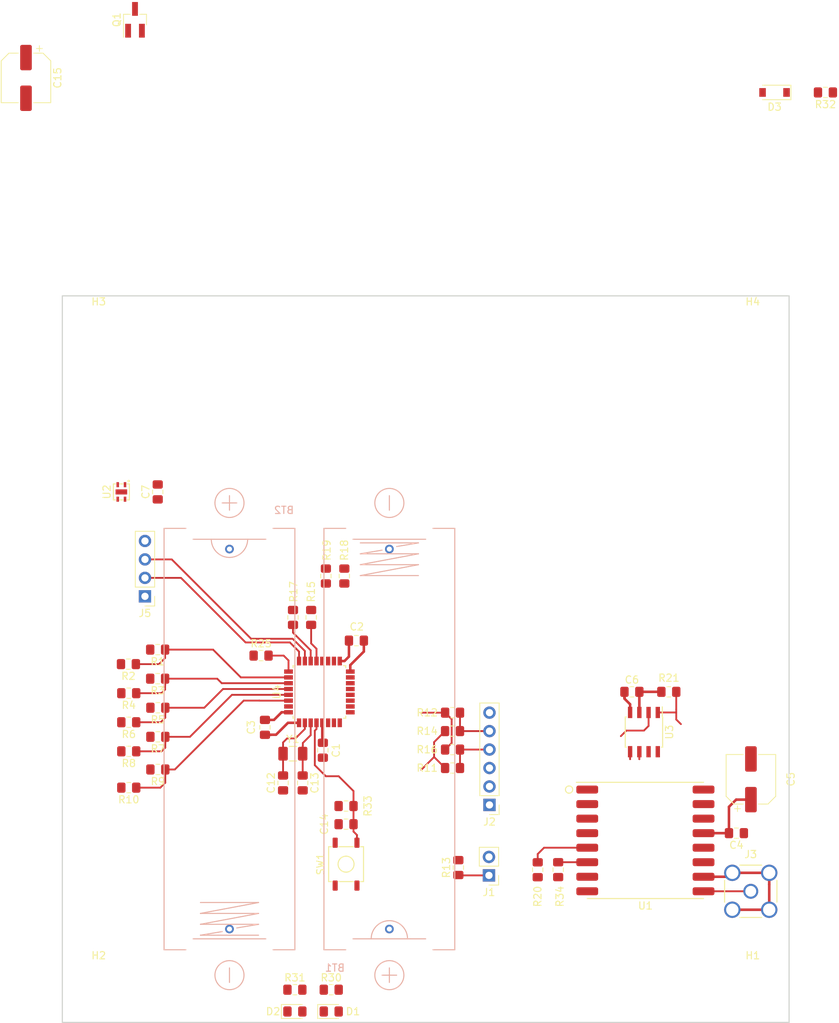
<source format=kicad_pcb>
(kicad_pcb (version 20171130) (host pcbnew 5.0.2-bee76a0~70~ubuntu18.04.1)

  (general
    (thickness 1.6)
    (drawings 4)
    (tracks 160)
    (zones 0)
    (modules 58)
    (nets 48)
  )

  (page A4)
  (layers
    (0 F.Cu signal)
    (1 In1.Cu power)
    (2 In2.Cu power)
    (31 B.Cu signal)
    (32 B.Adhes user)
    (33 F.Adhes user)
    (34 B.Paste user)
    (35 F.Paste user)
    (36 B.SilkS user)
    (37 F.SilkS user)
    (38 B.Mask user)
    (39 F.Mask user)
    (40 Dwgs.User user)
    (41 Cmts.User user)
    (42 Eco1.User user)
    (43 Eco2.User user)
    (44 Edge.Cuts user)
    (45 Margin user)
    (46 B.CrtYd user)
    (47 F.CrtYd user)
    (48 B.Fab user)
    (49 F.Fab user hide)
  )

  (setup
    (last_trace_width 0.25)
    (user_trace_width 0.25)
    (user_trace_width 0.35)
    (trace_clearance 0.2)
    (zone_clearance 0.508)
    (zone_45_only no)
    (trace_min 0.2)
    (segment_width 0.2)
    (edge_width 0.15)
    (via_size 0.8)
    (via_drill 0.4)
    (via_min_size 0.4)
    (via_min_drill 0.3)
    (uvia_size 0.3)
    (uvia_drill 0.1)
    (uvias_allowed no)
    (uvia_min_size 0.2)
    (uvia_min_drill 0.1)
    (pcb_text_width 0.3)
    (pcb_text_size 1.5 1.5)
    (mod_edge_width 0.15)
    (mod_text_size 1 1)
    (mod_text_width 0.15)
    (pad_size 1.524 1.524)
    (pad_drill 0.762)
    (pad_to_mask_clearance 0.051)
    (solder_mask_min_width 0.25)
    (aux_axis_origin 0 0)
    (visible_elements FFFFF77F)
    (pcbplotparams
      (layerselection 0x010fc_ffffffff)
      (usegerberextensions false)
      (usegerberattributes false)
      (usegerberadvancedattributes false)
      (creategerberjobfile false)
      (excludeedgelayer true)
      (linewidth 0.100000)
      (plotframeref false)
      (viasonmask false)
      (mode 1)
      (useauxorigin false)
      (hpglpennumber 1)
      (hpglpenspeed 20)
      (hpglpendiameter 15.000000)
      (psnegative false)
      (psa4output false)
      (plotreference true)
      (plotvalue true)
      (plotinvisibletext false)
      (padsonsilk false)
      (subtractmaskfromsilk false)
      (outputformat 1)
      (mirror false)
      (drillshape 1)
      (scaleselection 1)
      (outputdirectory ""))
  )

  (net 0 "")
  (net 1 GND)
  (net 2 VCC)
  (net 3 /OSC32_IN)
  (net 4 /OSC32_OUT)
  (net 5 /STM_RESET)
  (net 6 "Net-(D1-Pad2)")
  (net 7 "Net-(D2-Pad2)")
  (net 8 /BAT_MID)
  (net 9 /BOOT0)
  (net 10 "Net-(J2-Pad2)")
  (net 11 "Net-(J2-Pad4)")
  (net 12 "Net-(J2-Pad5)")
  (net 13 "Net-(J2-Pad6)")
  (net 14 /ANT)
  (net 15 /V_BAT)
  (net 16 /SWCLK)
  (net 17 /SWDIO)
  (net 18 /CONF0)
  (net 19 /CONF1)
  (net 20 /CONF2)
  (net 21 /CONF3)
  (net 22 /CONF4)
  (net 23 /PA11)
  (net 24 /PA12)
  (net 25 /I2C1_SCL)
  (net 26 /I2C1_SDA)
  (net 27 /CS_RFM69)
  (net 28 /CS_FLASH)
  (net 29 /USART2_TX)
  (net 30 /USART2_RX)
  (net 31 /PA15)
  (net 32 /LEDR)
  (net 33 /LEDG)
  (net 34 "Net-(R34-Pad1)")
  (net 35 "Net-(SW1-Pad2)")
  (net 36 "Net-(SW1-Pad4)")
  (net 37 /SPI1_MISO)
  (net 38 /SPI1_MOSI)
  (net 39 /SPI1_SCK)
  (net 40 "Net-(U1-Pad7)")
  (net 41 "Net-(U1-Pad11)")
  (net 42 "Net-(U1-Pad12)")
  (net 43 /RFM69_INT)
  (net 44 "Net-(U1-Pad15)")
  (net 45 "Net-(U1-Pad16)")
  (net 46 "Net-(J2-Pad3)")
  (net 47 /V_BAT_MID)

  (net_class Default "This is the default net class."
    (clearance 0.2)
    (trace_width 0.25)
    (via_dia 0.8)
    (via_drill 0.4)
    (uvia_dia 0.3)
    (uvia_drill 0.1)
    (add_net /ANT)
    (add_net /BAT_MID)
    (add_net /BOOT0)
    (add_net /CONF0)
    (add_net /CONF1)
    (add_net /CONF2)
    (add_net /CONF3)
    (add_net /CONF4)
    (add_net /CS_FLASH)
    (add_net /CS_RFM69)
    (add_net /I2C1_SCL)
    (add_net /I2C1_SDA)
    (add_net /LEDG)
    (add_net /LEDR)
    (add_net /OSC32_IN)
    (add_net /OSC32_OUT)
    (add_net /PA11)
    (add_net /PA12)
    (add_net /PA15)
    (add_net /RFM69_INT)
    (add_net /SPI1_MISO)
    (add_net /SPI1_MOSI)
    (add_net /SPI1_SCK)
    (add_net /STM_RESET)
    (add_net /SWCLK)
    (add_net /SWDIO)
    (add_net /USART2_RX)
    (add_net /USART2_TX)
    (add_net /V_BAT)
    (add_net /V_BAT_MID)
    (add_net "Net-(D1-Pad2)")
    (add_net "Net-(D2-Pad2)")
    (add_net "Net-(J2-Pad2)")
    (add_net "Net-(J2-Pad3)")
    (add_net "Net-(J2-Pad4)")
    (add_net "Net-(J2-Pad5)")
    (add_net "Net-(J2-Pad6)")
    (add_net "Net-(R34-Pad1)")
    (add_net "Net-(SW1-Pad2)")
    (add_net "Net-(SW1-Pad4)")
    (add_net "Net-(U1-Pad11)")
    (add_net "Net-(U1-Pad12)")
    (add_net "Net-(U1-Pad15)")
    (add_net "Net-(U1-Pad16)")
    (add_net "Net-(U1-Pad7)")
  )

  (net_class Power ""
    (clearance 0.2)
    (trace_width 0.35)
    (via_dia 1)
    (via_drill 0.5)
    (uvia_dia 0.3)
    (uvia_drill 0.1)
    (add_net GND)
    (add_net VCC)
  )

  (module Capacitor_SMD:C_0805_2012Metric_Pad1.15x1.40mm_HandSolder (layer F.Cu) (tedit 5B36C52B) (tstamp 5D29EA96)
    (at 97.372 110.499)
    (descr "Capacitor SMD 0805 (2012 Metric), square (rectangular) end terminal, IPC_7351 nominal with elongated pad for handsoldering. (Body size source: https://docs.google.com/spreadsheets/d/1BsfQQcO9C6DZCsRaXUlFlo91Tg2WpOkGARC1WS5S8t0/edit?usp=sharing), generated with kicad-footprint-generator")
    (tags "capacitor handsolder")
    (path /5CD811AE)
    (attr smd)
    (fp_text reference C6 (at 0 -1.65) (layer F.SilkS)
      (effects (font (size 1 1) (thickness 0.15)))
    )
    (fp_text value 100n (at 0 1.65) (layer F.Fab)
      (effects (font (size 1 1) (thickness 0.15)))
    )
    (fp_text user %R (at 0 0) (layer F.Fab)
      (effects (font (size 0.5 0.5) (thickness 0.08)))
    )
    (fp_line (start 1.85 0.95) (end -1.85 0.95) (layer F.CrtYd) (width 0.05))
    (fp_line (start 1.85 -0.95) (end 1.85 0.95) (layer F.CrtYd) (width 0.05))
    (fp_line (start -1.85 -0.95) (end 1.85 -0.95) (layer F.CrtYd) (width 0.05))
    (fp_line (start -1.85 0.95) (end -1.85 -0.95) (layer F.CrtYd) (width 0.05))
    (fp_line (start -0.261252 0.71) (end 0.261252 0.71) (layer F.SilkS) (width 0.12))
    (fp_line (start -0.261252 -0.71) (end 0.261252 -0.71) (layer F.SilkS) (width 0.12))
    (fp_line (start 1 0.6) (end -1 0.6) (layer F.Fab) (width 0.1))
    (fp_line (start 1 -0.6) (end 1 0.6) (layer F.Fab) (width 0.1))
    (fp_line (start -1 -0.6) (end 1 -0.6) (layer F.Fab) (width 0.1))
    (fp_line (start -1 0.6) (end -1 -0.6) (layer F.Fab) (width 0.1))
    (pad 2 smd roundrect (at 1.025 0) (size 1.15 1.4) (layers F.Cu F.Paste F.Mask) (roundrect_rratio 0.217391)
      (net 2 VCC))
    (pad 1 smd roundrect (at -1.025 0) (size 1.15 1.4) (layers F.Cu F.Paste F.Mask) (roundrect_rratio 0.217391)
      (net 1 GND))
    (model ${KISYS3DMOD}/Capacitor_SMD.3dshapes/C_0805_2012Metric.wrl
      (at (xyz 0 0 0))
      (scale (xyz 1 1 1))
      (rotate (xyz 0 0 0))
    )
  )

  (module Package_SO:SOIC-8_3.9x4.9mm_P1.27mm (layer F.Cu) (tedit 5A02F2D3) (tstamp 5D29EEB1)
    (at 99.03 116.041 270)
    (descr "8-Lead Plastic Small Outline (SN) - Narrow, 3.90 mm Body [SOIC] (see Microchip Packaging Specification http://ww1.microchip.com/downloads/en/PackagingSpec/00000049BQ.pdf)")
    (tags "SOIC 1.27")
    (path /5CD80CB9)
    (attr smd)
    (fp_text reference U3 (at 0 -3.5 270) (layer F.SilkS)
      (effects (font (size 1 1) (thickness 0.15)))
    )
    (fp_text value AT25DF512C (at 0 3.5 270) (layer F.Fab)
      (effects (font (size 1 1) (thickness 0.15)))
    )
    (fp_text user %R (at 0 0 270) (layer F.Fab)
      (effects (font (size 1 1) (thickness 0.15)))
    )
    (fp_line (start -0.95 -2.45) (end 1.95 -2.45) (layer F.Fab) (width 0.1))
    (fp_line (start 1.95 -2.45) (end 1.95 2.45) (layer F.Fab) (width 0.1))
    (fp_line (start 1.95 2.45) (end -1.95 2.45) (layer F.Fab) (width 0.1))
    (fp_line (start -1.95 2.45) (end -1.95 -1.45) (layer F.Fab) (width 0.1))
    (fp_line (start -1.95 -1.45) (end -0.95 -2.45) (layer F.Fab) (width 0.1))
    (fp_line (start -3.73 -2.7) (end -3.73 2.7) (layer F.CrtYd) (width 0.05))
    (fp_line (start 3.73 -2.7) (end 3.73 2.7) (layer F.CrtYd) (width 0.05))
    (fp_line (start -3.73 -2.7) (end 3.73 -2.7) (layer F.CrtYd) (width 0.05))
    (fp_line (start -3.73 2.7) (end 3.73 2.7) (layer F.CrtYd) (width 0.05))
    (fp_line (start -2.075 -2.575) (end -2.075 -2.525) (layer F.SilkS) (width 0.15))
    (fp_line (start 2.075 -2.575) (end 2.075 -2.43) (layer F.SilkS) (width 0.15))
    (fp_line (start 2.075 2.575) (end 2.075 2.43) (layer F.SilkS) (width 0.15))
    (fp_line (start -2.075 2.575) (end -2.075 2.43) (layer F.SilkS) (width 0.15))
    (fp_line (start -2.075 -2.575) (end 2.075 -2.575) (layer F.SilkS) (width 0.15))
    (fp_line (start -2.075 2.575) (end 2.075 2.575) (layer F.SilkS) (width 0.15))
    (fp_line (start -2.075 -2.525) (end -3.475 -2.525) (layer F.SilkS) (width 0.15))
    (pad 1 smd rect (at -2.7 -1.905 270) (size 1.55 0.6) (layers F.Cu F.Paste F.Mask)
      (net 28 /CS_FLASH))
    (pad 2 smd rect (at -2.7 -0.635 270) (size 1.55 0.6) (layers F.Cu F.Paste F.Mask)
      (net 37 /SPI1_MISO))
    (pad 3 smd rect (at -2.7 0.635 270) (size 1.55 0.6) (layers F.Cu F.Paste F.Mask)
      (net 2 VCC))
    (pad 4 smd rect (at -2.7 1.905 270) (size 1.55 0.6) (layers F.Cu F.Paste F.Mask)
      (net 1 GND))
    (pad 5 smd rect (at 2.7 1.905 270) (size 1.55 0.6) (layers F.Cu F.Paste F.Mask)
      (net 38 /SPI1_MOSI))
    (pad 6 smd rect (at 2.7 0.635 270) (size 1.55 0.6) (layers F.Cu F.Paste F.Mask)
      (net 39 /SPI1_SCK))
    (pad 7 smd rect (at 2.7 -0.635 270) (size 1.55 0.6) (layers F.Cu F.Paste F.Mask)
      (net 2 VCC))
    (pad 8 smd rect (at 2.7 -1.905 270) (size 1.55 0.6) (layers F.Cu F.Paste F.Mask)
      (net 2 VCC))
    (model ${KISYS3DMOD}/Package_SO.3dshapes/SOIC-8_3.9x4.9mm_P1.27mm.wrl
      (at (xyz 0 0 0))
      (scale (xyz 1 1 1))
      (rotate (xyz 0 0 0))
    )
  )

  (module Resistor_SMD:R_0805_2012Metric_Pad1.15x1.40mm_HandSolder (layer F.Cu) (tedit 5B36C52B) (tstamp 5D2BE7D9)
    (at 102.452 110.499 180)
    (descr "Resistor SMD 0805 (2012 Metric), square (rectangular) end terminal, IPC_7351 nominal with elongated pad for handsoldering. (Body size source: https://docs.google.com/spreadsheets/d/1BsfQQcO9C6DZCsRaXUlFlo91Tg2WpOkGARC1WS5S8t0/edit?usp=sharing), generated with kicad-footprint-generator")
    (tags "resistor handsolder")
    (path /5CFD7585)
    (attr smd)
    (fp_text reference R21 (at -0.009 1.905 180) (layer F.SilkS)
      (effects (font (size 1 1) (thickness 0.15)))
    )
    (fp_text value 100k (at 0 1.65 180) (layer F.Fab)
      (effects (font (size 1 1) (thickness 0.15)))
    )
    (fp_text user %R (at 0 0 180) (layer F.Fab)
      (effects (font (size 0.5 0.5) (thickness 0.08)))
    )
    (fp_line (start 1.85 0.95) (end -1.85 0.95) (layer F.CrtYd) (width 0.05))
    (fp_line (start 1.85 -0.95) (end 1.85 0.95) (layer F.CrtYd) (width 0.05))
    (fp_line (start -1.85 -0.95) (end 1.85 -0.95) (layer F.CrtYd) (width 0.05))
    (fp_line (start -1.85 0.95) (end -1.85 -0.95) (layer F.CrtYd) (width 0.05))
    (fp_line (start -0.261252 0.71) (end 0.261252 0.71) (layer F.SilkS) (width 0.12))
    (fp_line (start -0.261252 -0.71) (end 0.261252 -0.71) (layer F.SilkS) (width 0.12))
    (fp_line (start 1 0.6) (end -1 0.6) (layer F.Fab) (width 0.1))
    (fp_line (start 1 -0.6) (end 1 0.6) (layer F.Fab) (width 0.1))
    (fp_line (start -1 -0.6) (end 1 -0.6) (layer F.Fab) (width 0.1))
    (fp_line (start -1 0.6) (end -1 -0.6) (layer F.Fab) (width 0.1))
    (pad 2 smd roundrect (at 1.025 0 180) (size 1.15 1.4) (layers F.Cu F.Paste F.Mask) (roundrect_rratio 0.217391)
      (net 2 VCC))
    (pad 1 smd roundrect (at -1.025 0 180) (size 1.15 1.4) (layers F.Cu F.Paste F.Mask) (roundrect_rratio 0.217391)
      (net 28 /CS_FLASH))
    (model ${KISYS3DMOD}/Resistor_SMD.3dshapes/R_0805_2012Metric.wrl
      (at (xyz 0 0 0))
      (scale (xyz 1 1 1))
      (rotate (xyz 0 0 0))
    )
  )

  (module Capacitor_SMD:C_0805_2012Metric_Pad1.15x1.40mm_HandSolder (layer F.Cu) (tedit 5B36C52B) (tstamp 5D2C75EC)
    (at 54.848 118.539 90)
    (descr "Capacitor SMD 0805 (2012 Metric), square (rectangular) end terminal, IPC_7351 nominal with elongated pad for handsoldering. (Body size source: https://docs.google.com/spreadsheets/d/1BsfQQcO9C6DZCsRaXUlFlo91Tg2WpOkGARC1WS5S8t0/edit?usp=sharing), generated with kicad-footprint-generator")
    (tags "capacitor handsolder")
    (path /5CD821F6)
    (attr smd)
    (fp_text reference C1 (at -0.025 1.814 90) (layer F.SilkS)
      (effects (font (size 1 1) (thickness 0.15)))
    )
    (fp_text value 100n (at 0 1.65 90) (layer F.Fab)
      (effects (font (size 1 1) (thickness 0.15)))
    )
    (fp_line (start -1 0.6) (end -1 -0.6) (layer F.Fab) (width 0.1))
    (fp_line (start -1 -0.6) (end 1 -0.6) (layer F.Fab) (width 0.1))
    (fp_line (start 1 -0.6) (end 1 0.6) (layer F.Fab) (width 0.1))
    (fp_line (start 1 0.6) (end -1 0.6) (layer F.Fab) (width 0.1))
    (fp_line (start -0.261252 -0.71) (end 0.261252 -0.71) (layer F.SilkS) (width 0.12))
    (fp_line (start -0.261252 0.71) (end 0.261252 0.71) (layer F.SilkS) (width 0.12))
    (fp_line (start -1.85 0.95) (end -1.85 -0.95) (layer F.CrtYd) (width 0.05))
    (fp_line (start -1.85 -0.95) (end 1.85 -0.95) (layer F.CrtYd) (width 0.05))
    (fp_line (start 1.85 -0.95) (end 1.85 0.95) (layer F.CrtYd) (width 0.05))
    (fp_line (start 1.85 0.95) (end -1.85 0.95) (layer F.CrtYd) (width 0.05))
    (fp_text user %R (at 0 0 90) (layer F.Fab)
      (effects (font (size 0.5 0.5) (thickness 0.08)))
    )
    (pad 1 smd roundrect (at -1.025 0 90) (size 1.15 1.4) (layers F.Cu F.Paste F.Mask) (roundrect_rratio 0.217391)
      (net 1 GND))
    (pad 2 smd roundrect (at 1.025 0 90) (size 1.15 1.4) (layers F.Cu F.Paste F.Mask) (roundrect_rratio 0.217391)
      (net 2 VCC))
    (model ${KISYS3DMOD}/Capacitor_SMD.3dshapes/C_0805_2012Metric.wrl
      (at (xyz 0 0 0))
      (scale (xyz 1 1 1))
      (rotate (xyz 0 0 0))
    )
  )

  (module Capacitor_SMD:C_0805_2012Metric_Pad1.15x1.40mm_HandSolder (layer F.Cu) (tedit 5B36C52B) (tstamp 5D2C79FA)
    (at 59.465 103.451 180)
    (descr "Capacitor SMD 0805 (2012 Metric), square (rectangular) end terminal, IPC_7351 nominal with elongated pad for handsoldering. (Body size source: https://docs.google.com/spreadsheets/d/1BsfQQcO9C6DZCsRaXUlFlo91Tg2WpOkGARC1WS5S8t0/edit?usp=sharing), generated with kicad-footprint-generator")
    (tags "capacitor handsolder")
    (path /5D2A1EAF)
    (attr smd)
    (fp_text reference C2 (at -0.05 1.905) (layer F.SilkS)
      (effects (font (size 1 1) (thickness 0.15)))
    )
    (fp_text value 100n (at 0 1.65 180) (layer F.Fab)
      (effects (font (size 1 1) (thickness 0.15)))
    )
    (fp_text user %R (at 0 0 180) (layer F.Fab)
      (effects (font (size 0.5 0.5) (thickness 0.08)))
    )
    (fp_line (start 1.85 0.95) (end -1.85 0.95) (layer F.CrtYd) (width 0.05))
    (fp_line (start 1.85 -0.95) (end 1.85 0.95) (layer F.CrtYd) (width 0.05))
    (fp_line (start -1.85 -0.95) (end 1.85 -0.95) (layer F.CrtYd) (width 0.05))
    (fp_line (start -1.85 0.95) (end -1.85 -0.95) (layer F.CrtYd) (width 0.05))
    (fp_line (start -0.261252 0.71) (end 0.261252 0.71) (layer F.SilkS) (width 0.12))
    (fp_line (start -0.261252 -0.71) (end 0.261252 -0.71) (layer F.SilkS) (width 0.12))
    (fp_line (start 1 0.6) (end -1 0.6) (layer F.Fab) (width 0.1))
    (fp_line (start 1 -0.6) (end 1 0.6) (layer F.Fab) (width 0.1))
    (fp_line (start -1 -0.6) (end 1 -0.6) (layer F.Fab) (width 0.1))
    (fp_line (start -1 0.6) (end -1 -0.6) (layer F.Fab) (width 0.1))
    (pad 2 smd roundrect (at 1.025 0 180) (size 1.15 1.4) (layers F.Cu F.Paste F.Mask) (roundrect_rratio 0.217391)
      (net 2 VCC))
    (pad 1 smd roundrect (at -1.025 0 180) (size 1.15 1.4) (layers F.Cu F.Paste F.Mask) (roundrect_rratio 0.217391)
      (net 1 GND))
    (model ${KISYS3DMOD}/Capacitor_SMD.3dshapes/C_0805_2012Metric.wrl
      (at (xyz 0 0 0))
      (scale (xyz 1 1 1))
      (rotate (xyz 0 0 0))
    )
  )

  (module Capacitor_SMD:C_0805_2012Metric_Pad1.15x1.40mm_HandSolder (layer F.Cu) (tedit 5B36C52B) (tstamp 5D2C7124)
    (at 46.883 115.389 270)
    (descr "Capacitor SMD 0805 (2012 Metric), square (rectangular) end terminal, IPC_7351 nominal with elongated pad for handsoldering. (Body size source: https://docs.google.com/spreadsheets/d/1BsfQQcO9C6DZCsRaXUlFlo91Tg2WpOkGARC1WS5S8t0/edit?usp=sharing), generated with kicad-footprint-generator")
    (tags "capacitor handsolder")
    (path /5D2A1F2B)
    (attr smd)
    (fp_text reference C3 (at 0 1.905 270) (layer F.SilkS)
      (effects (font (size 1 1) (thickness 0.15)))
    )
    (fp_text value 100n (at 0 1.65 270) (layer F.Fab)
      (effects (font (size 1 1) (thickness 0.15)))
    )
    (fp_line (start -1 0.6) (end -1 -0.6) (layer F.Fab) (width 0.1))
    (fp_line (start -1 -0.6) (end 1 -0.6) (layer F.Fab) (width 0.1))
    (fp_line (start 1 -0.6) (end 1 0.6) (layer F.Fab) (width 0.1))
    (fp_line (start 1 0.6) (end -1 0.6) (layer F.Fab) (width 0.1))
    (fp_line (start -0.261252 -0.71) (end 0.261252 -0.71) (layer F.SilkS) (width 0.12))
    (fp_line (start -0.261252 0.71) (end 0.261252 0.71) (layer F.SilkS) (width 0.12))
    (fp_line (start -1.85 0.95) (end -1.85 -0.95) (layer F.CrtYd) (width 0.05))
    (fp_line (start -1.85 -0.95) (end 1.85 -0.95) (layer F.CrtYd) (width 0.05))
    (fp_line (start 1.85 -0.95) (end 1.85 0.95) (layer F.CrtYd) (width 0.05))
    (fp_line (start 1.85 0.95) (end -1.85 0.95) (layer F.CrtYd) (width 0.05))
    (fp_text user %R (at 0 0 270) (layer F.Fab)
      (effects (font (size 0.5 0.5) (thickness 0.08)))
    )
    (pad 1 smd roundrect (at -1.025 0 270) (size 1.15 1.4) (layers F.Cu F.Paste F.Mask) (roundrect_rratio 0.217391)
      (net 1 GND))
    (pad 2 smd roundrect (at 1.025 0 270) (size 1.15 1.4) (layers F.Cu F.Paste F.Mask) (roundrect_rratio 0.217391)
      (net 2 VCC))
    (model ${KISYS3DMOD}/Capacitor_SMD.3dshapes/C_0805_2012Metric.wrl
      (at (xyz 0 0 0))
      (scale (xyz 1 1 1))
      (rotate (xyz 0 0 0))
    )
  )

  (module Capacitor_SMD:C_0805_2012Metric_Pad1.15x1.40mm_HandSolder (layer F.Cu) (tedit 5B36C52B) (tstamp 5D29EA5D)
    (at 111.753 129.954 180)
    (descr "Capacitor SMD 0805 (2012 Metric), square (rectangular) end terminal, IPC_7351 nominal with elongated pad for handsoldering. (Body size source: https://docs.google.com/spreadsheets/d/1BsfQQcO9C6DZCsRaXUlFlo91Tg2WpOkGARC1WS5S8t0/edit?usp=sharing), generated with kicad-footprint-generator")
    (tags "capacitor handsolder")
    (path /5CD81F83)
    (attr smd)
    (fp_text reference C4 (at 0 -1.65 180) (layer F.SilkS)
      (effects (font (size 1 1) (thickness 0.15)))
    )
    (fp_text value 100n (at 0 1.65 180) (layer F.Fab)
      (effects (font (size 1 1) (thickness 0.15)))
    )
    (fp_text user %R (at 0 0 180) (layer F.Fab)
      (effects (font (size 0.5 0.5) (thickness 0.08)))
    )
    (fp_line (start 1.85 0.95) (end -1.85 0.95) (layer F.CrtYd) (width 0.05))
    (fp_line (start 1.85 -0.95) (end 1.85 0.95) (layer F.CrtYd) (width 0.05))
    (fp_line (start -1.85 -0.95) (end 1.85 -0.95) (layer F.CrtYd) (width 0.05))
    (fp_line (start -1.85 0.95) (end -1.85 -0.95) (layer F.CrtYd) (width 0.05))
    (fp_line (start -0.261252 0.71) (end 0.261252 0.71) (layer F.SilkS) (width 0.12))
    (fp_line (start -0.261252 -0.71) (end 0.261252 -0.71) (layer F.SilkS) (width 0.12))
    (fp_line (start 1 0.6) (end -1 0.6) (layer F.Fab) (width 0.1))
    (fp_line (start 1 -0.6) (end 1 0.6) (layer F.Fab) (width 0.1))
    (fp_line (start -1 -0.6) (end 1 -0.6) (layer F.Fab) (width 0.1))
    (fp_line (start -1 0.6) (end -1 -0.6) (layer F.Fab) (width 0.1))
    (pad 2 smd roundrect (at 1.025 0 180) (size 1.15 1.4) (layers F.Cu F.Paste F.Mask) (roundrect_rratio 0.217391)
      (net 2 VCC))
    (pad 1 smd roundrect (at -1.025 0 180) (size 1.15 1.4) (layers F.Cu F.Paste F.Mask) (roundrect_rratio 0.217391)
      (net 1 GND))
    (model ${KISYS3DMOD}/Capacitor_SMD.3dshapes/C_0805_2012Metric.wrl
      (at (xyz 0 0 0))
      (scale (xyz 1 1 1))
      (rotate (xyz 0 0 0))
    )
  )

  (module Capacitor_SMD:CP_Elec_6.3x5.3 (layer F.Cu) (tedit 5BCA39D0) (tstamp 5D29EA85)
    (at 113.748 122.539 90)
    (descr "SMD capacitor, aluminum electrolytic, Cornell Dubilier, 6.3x5.3mm")
    (tags "capacitor electrolytic")
    (path /5DEC8EEA)
    (attr smd)
    (fp_text reference C5 (at 0 5.5 90) (layer F.SilkS)
      (effects (font (size 1 1) (thickness 0.15)))
    )
    (fp_text value 100u (at 0 4.35 90) (layer F.Fab)
      (effects (font (size 1 1) (thickness 0.15)))
    )
    (fp_text user %R (at 0 0 90) (layer F.Fab)
      (effects (font (size 1 1) (thickness 0.15)))
    )
    (fp_line (start -4.8 1.05) (end -3.55 1.05) (layer F.CrtYd) (width 0.05))
    (fp_line (start -4.8 -1.05) (end -4.8 1.05) (layer F.CrtYd) (width 0.05))
    (fp_line (start -3.55 -1.05) (end -4.8 -1.05) (layer F.CrtYd) (width 0.05))
    (fp_line (start -3.55 1.05) (end -3.55 2.4) (layer F.CrtYd) (width 0.05))
    (fp_line (start -3.55 -2.4) (end -3.55 -1.05) (layer F.CrtYd) (width 0.05))
    (fp_line (start -3.55 -2.4) (end -2.4 -3.55) (layer F.CrtYd) (width 0.05))
    (fp_line (start -3.55 2.4) (end -2.4 3.55) (layer F.CrtYd) (width 0.05))
    (fp_line (start -2.4 -3.55) (end 3.55 -3.55) (layer F.CrtYd) (width 0.05))
    (fp_line (start -2.4 3.55) (end 3.55 3.55) (layer F.CrtYd) (width 0.05))
    (fp_line (start 3.55 1.05) (end 3.55 3.55) (layer F.CrtYd) (width 0.05))
    (fp_line (start 4.8 1.05) (end 3.55 1.05) (layer F.CrtYd) (width 0.05))
    (fp_line (start 4.8 -1.05) (end 4.8 1.05) (layer F.CrtYd) (width 0.05))
    (fp_line (start 3.55 -1.05) (end 4.8 -1.05) (layer F.CrtYd) (width 0.05))
    (fp_line (start 3.55 -3.55) (end 3.55 -1.05) (layer F.CrtYd) (width 0.05))
    (fp_line (start -4.04375 -2.24125) (end -4.04375 -1.45375) (layer F.SilkS) (width 0.12))
    (fp_line (start -4.4375 -1.8475) (end -3.65 -1.8475) (layer F.SilkS) (width 0.12))
    (fp_line (start -3.41 2.345563) (end -2.345563 3.41) (layer F.SilkS) (width 0.12))
    (fp_line (start -3.41 -2.345563) (end -2.345563 -3.41) (layer F.SilkS) (width 0.12))
    (fp_line (start -3.41 -2.345563) (end -3.41 -1.06) (layer F.SilkS) (width 0.12))
    (fp_line (start -3.41 2.345563) (end -3.41 1.06) (layer F.SilkS) (width 0.12))
    (fp_line (start -2.345563 3.41) (end 3.41 3.41) (layer F.SilkS) (width 0.12))
    (fp_line (start -2.345563 -3.41) (end 3.41 -3.41) (layer F.SilkS) (width 0.12))
    (fp_line (start 3.41 -3.41) (end 3.41 -1.06) (layer F.SilkS) (width 0.12))
    (fp_line (start 3.41 3.41) (end 3.41 1.06) (layer F.SilkS) (width 0.12))
    (fp_line (start -2.389838 -1.645) (end -2.389838 -1.015) (layer F.Fab) (width 0.1))
    (fp_line (start -2.704838 -1.33) (end -2.074838 -1.33) (layer F.Fab) (width 0.1))
    (fp_line (start -3.3 2.3) (end -2.3 3.3) (layer F.Fab) (width 0.1))
    (fp_line (start -3.3 -2.3) (end -2.3 -3.3) (layer F.Fab) (width 0.1))
    (fp_line (start -3.3 -2.3) (end -3.3 2.3) (layer F.Fab) (width 0.1))
    (fp_line (start -2.3 3.3) (end 3.3 3.3) (layer F.Fab) (width 0.1))
    (fp_line (start -2.3 -3.3) (end 3.3 -3.3) (layer F.Fab) (width 0.1))
    (fp_line (start 3.3 -3.3) (end 3.3 3.3) (layer F.Fab) (width 0.1))
    (fp_circle (center 0 0) (end 3.15 0) (layer F.Fab) (width 0.1))
    (pad 2 smd roundrect (at 2.8 0 90) (size 3.5 1.6) (layers F.Cu F.Paste F.Mask) (roundrect_rratio 0.15625)
      (net 1 GND))
    (pad 1 smd roundrect (at -2.8 0 90) (size 3.5 1.6) (layers F.Cu F.Paste F.Mask) (roundrect_rratio 0.15625)
      (net 2 VCC))
    (model ${KISYS3DMOD}/Capacitor_SMD.3dshapes/CP_Elec_6.3x5.3.wrl
      (at (xyz 0 0 0))
      (scale (xyz 1 1 1))
      (rotate (xyz 0 0 0))
    )
  )

  (module Capacitor_SMD:C_0805_2012Metric_Pad1.15x1.40mm_HandSolder (layer F.Cu) (tedit 5B36C52B) (tstamp 5D2C7655)
    (at 32.127 82.986 90)
    (descr "Capacitor SMD 0805 (2012 Metric), square (rectangular) end terminal, IPC_7351 nominal with elongated pad for handsoldering. (Body size source: https://docs.google.com/spreadsheets/d/1BsfQQcO9C6DZCsRaXUlFlo91Tg2WpOkGARC1WS5S8t0/edit?usp=sharing), generated with kicad-footprint-generator")
    (tags "capacitor handsolder")
    (path /5CD81DCA)
    (attr smd)
    (fp_text reference C7 (at 0 -1.65 90) (layer F.SilkS)
      (effects (font (size 1 1) (thickness 0.15)))
    )
    (fp_text value 100n (at 0 1.65 90) (layer F.Fab)
      (effects (font (size 1 1) (thickness 0.15)))
    )
    (fp_line (start -1 0.6) (end -1 -0.6) (layer F.Fab) (width 0.1))
    (fp_line (start -1 -0.6) (end 1 -0.6) (layer F.Fab) (width 0.1))
    (fp_line (start 1 -0.6) (end 1 0.6) (layer F.Fab) (width 0.1))
    (fp_line (start 1 0.6) (end -1 0.6) (layer F.Fab) (width 0.1))
    (fp_line (start -0.261252 -0.71) (end 0.261252 -0.71) (layer F.SilkS) (width 0.12))
    (fp_line (start -0.261252 0.71) (end 0.261252 0.71) (layer F.SilkS) (width 0.12))
    (fp_line (start -1.85 0.95) (end -1.85 -0.95) (layer F.CrtYd) (width 0.05))
    (fp_line (start -1.85 -0.95) (end 1.85 -0.95) (layer F.CrtYd) (width 0.05))
    (fp_line (start 1.85 -0.95) (end 1.85 0.95) (layer F.CrtYd) (width 0.05))
    (fp_line (start 1.85 0.95) (end -1.85 0.95) (layer F.CrtYd) (width 0.05))
    (fp_text user %R (at 0 0 90) (layer F.Fab)
      (effects (font (size 0.5 0.5) (thickness 0.08)))
    )
    (pad 1 smd roundrect (at -1.025 0 90) (size 1.15 1.4) (layers F.Cu F.Paste F.Mask) (roundrect_rratio 0.217391)
      (net 1 GND))
    (pad 2 smd roundrect (at 1.025 0 90) (size 1.15 1.4) (layers F.Cu F.Paste F.Mask) (roundrect_rratio 0.217391)
      (net 2 VCC))
    (model ${KISYS3DMOD}/Capacitor_SMD.3dshapes/C_0805_2012Metric.wrl
      (at (xyz 0 0 0))
      (scale (xyz 1 1 1))
      (rotate (xyz 0 0 0))
    )
  )

  (module Capacitor_SMD:C_0805_2012Metric_Pad1.15x1.40mm_HandSolder (layer F.Cu) (tedit 5B36C52B) (tstamp 5D2C76EB)
    (at 49.373 123.039 90)
    (descr "Capacitor SMD 0805 (2012 Metric), square (rectangular) end terminal, IPC_7351 nominal with elongated pad for handsoldering. (Body size source: https://docs.google.com/spreadsheets/d/1BsfQQcO9C6DZCsRaXUlFlo91Tg2WpOkGARC1WS5S8t0/edit?usp=sharing), generated with kicad-footprint-generator")
    (tags "capacitor handsolder")
    (path /5CD87672)
    (attr smd)
    (fp_text reference C12 (at 0 -1.65 90) (layer F.SilkS)
      (effects (font (size 1 1) (thickness 0.15)))
    )
    (fp_text value C (at 0 1.65 90) (layer F.Fab)
      (effects (font (size 1 1) (thickness 0.15)))
    )
    (fp_text user %R (at 0 0 90) (layer F.Fab)
      (effects (font (size 0.5 0.5) (thickness 0.08)))
    )
    (fp_line (start 1.85 0.95) (end -1.85 0.95) (layer F.CrtYd) (width 0.05))
    (fp_line (start 1.85 -0.95) (end 1.85 0.95) (layer F.CrtYd) (width 0.05))
    (fp_line (start -1.85 -0.95) (end 1.85 -0.95) (layer F.CrtYd) (width 0.05))
    (fp_line (start -1.85 0.95) (end -1.85 -0.95) (layer F.CrtYd) (width 0.05))
    (fp_line (start -0.261252 0.71) (end 0.261252 0.71) (layer F.SilkS) (width 0.12))
    (fp_line (start -0.261252 -0.71) (end 0.261252 -0.71) (layer F.SilkS) (width 0.12))
    (fp_line (start 1 0.6) (end -1 0.6) (layer F.Fab) (width 0.1))
    (fp_line (start 1 -0.6) (end 1 0.6) (layer F.Fab) (width 0.1))
    (fp_line (start -1 -0.6) (end 1 -0.6) (layer F.Fab) (width 0.1))
    (fp_line (start -1 0.6) (end -1 -0.6) (layer F.Fab) (width 0.1))
    (pad 2 smd roundrect (at 1.025 0 90) (size 1.15 1.4) (layers F.Cu F.Paste F.Mask) (roundrect_rratio 0.217391)
      (net 3 /OSC32_IN))
    (pad 1 smd roundrect (at -1.025 0 90) (size 1.15 1.4) (layers F.Cu F.Paste F.Mask) (roundrect_rratio 0.217391)
      (net 1 GND))
    (model ${KISYS3DMOD}/Capacitor_SMD.3dshapes/C_0805_2012Metric.wrl
      (at (xyz 0 0 0))
      (scale (xyz 1 1 1))
      (rotate (xyz 0 0 0))
    )
  )

  (module Capacitor_SMD:C_0805_2012Metric_Pad1.15x1.40mm_HandSolder (layer F.Cu) (tedit 5B36C52B) (tstamp 5D2C70EE)
    (at 52.073 123.039 270)
    (descr "Capacitor SMD 0805 (2012 Metric), square (rectangular) end terminal, IPC_7351 nominal with elongated pad for handsoldering. (Body size source: https://docs.google.com/spreadsheets/d/1BsfQQcO9C6DZCsRaXUlFlo91Tg2WpOkGARC1WS5S8t0/edit?usp=sharing), generated with kicad-footprint-generator")
    (tags "capacitor handsolder")
    (path /5CD878C7)
    (attr smd)
    (fp_text reference C13 (at 0 -1.65 270) (layer F.SilkS)
      (effects (font (size 1 1) (thickness 0.15)))
    )
    (fp_text value C (at 0 1.65 270) (layer F.Fab)
      (effects (font (size 1 1) (thickness 0.15)))
    )
    (fp_line (start -1 0.6) (end -1 -0.6) (layer F.Fab) (width 0.1))
    (fp_line (start -1 -0.6) (end 1 -0.6) (layer F.Fab) (width 0.1))
    (fp_line (start 1 -0.6) (end 1 0.6) (layer F.Fab) (width 0.1))
    (fp_line (start 1 0.6) (end -1 0.6) (layer F.Fab) (width 0.1))
    (fp_line (start -0.261252 -0.71) (end 0.261252 -0.71) (layer F.SilkS) (width 0.12))
    (fp_line (start -0.261252 0.71) (end 0.261252 0.71) (layer F.SilkS) (width 0.12))
    (fp_line (start -1.85 0.95) (end -1.85 -0.95) (layer F.CrtYd) (width 0.05))
    (fp_line (start -1.85 -0.95) (end 1.85 -0.95) (layer F.CrtYd) (width 0.05))
    (fp_line (start 1.85 -0.95) (end 1.85 0.95) (layer F.CrtYd) (width 0.05))
    (fp_line (start 1.85 0.95) (end -1.85 0.95) (layer F.CrtYd) (width 0.05))
    (fp_text user %R (at 0 0 270) (layer F.Fab)
      (effects (font (size 0.5 0.5) (thickness 0.08)))
    )
    (pad 1 smd roundrect (at -1.025 0 270) (size 1.15 1.4) (layers F.Cu F.Paste F.Mask) (roundrect_rratio 0.217391)
      (net 4 /OSC32_OUT))
    (pad 2 smd roundrect (at 1.025 0 270) (size 1.15 1.4) (layers F.Cu F.Paste F.Mask) (roundrect_rratio 0.217391)
      (net 1 GND))
    (model ${KISYS3DMOD}/Capacitor_SMD.3dshapes/C_0805_2012Metric.wrl
      (at (xyz 0 0 0))
      (scale (xyz 1 1 1))
      (rotate (xyz 0 0 0))
    )
  )

  (module Capacitor_SMD:C_0805_2012Metric_Pad1.15x1.40mm_HandSolder (layer F.Cu) (tedit 5B36C52B) (tstamp 5D2C7997)
    (at 58.041 128.72)
    (descr "Capacitor SMD 0805 (2012 Metric), square (rectangular) end terminal, IPC_7351 nominal with elongated pad for handsoldering. (Body size source: https://docs.google.com/spreadsheets/d/1BsfQQcO9C6DZCsRaXUlFlo91Tg2WpOkGARC1WS5S8t0/edit?usp=sharing), generated with kicad-footprint-generator")
    (tags "capacitor handsolder")
    (path /5CD8102B)
    (attr smd)
    (fp_text reference C14 (at -3 0 90) (layer F.SilkS)
      (effects (font (size 1 1) (thickness 0.15)))
    )
    (fp_text value 10n (at 0 1.65) (layer F.Fab)
      (effects (font (size 1 1) (thickness 0.15)))
    )
    (fp_line (start -1 0.6) (end -1 -0.6) (layer F.Fab) (width 0.1))
    (fp_line (start -1 -0.6) (end 1 -0.6) (layer F.Fab) (width 0.1))
    (fp_line (start 1 -0.6) (end 1 0.6) (layer F.Fab) (width 0.1))
    (fp_line (start 1 0.6) (end -1 0.6) (layer F.Fab) (width 0.1))
    (fp_line (start -0.261252 -0.71) (end 0.261252 -0.71) (layer F.SilkS) (width 0.12))
    (fp_line (start -0.261252 0.71) (end 0.261252 0.71) (layer F.SilkS) (width 0.12))
    (fp_line (start -1.85 0.95) (end -1.85 -0.95) (layer F.CrtYd) (width 0.05))
    (fp_line (start -1.85 -0.95) (end 1.85 -0.95) (layer F.CrtYd) (width 0.05))
    (fp_line (start 1.85 -0.95) (end 1.85 0.95) (layer F.CrtYd) (width 0.05))
    (fp_line (start 1.85 0.95) (end -1.85 0.95) (layer F.CrtYd) (width 0.05))
    (fp_text user %R (at 0 0) (layer F.Fab)
      (effects (font (size 0.5 0.5) (thickness 0.08)))
    )
    (pad 1 smd roundrect (at -1.025 0) (size 1.15 1.4) (layers F.Cu F.Paste F.Mask) (roundrect_rratio 0.217391)
      (net 1 GND))
    (pad 2 smd roundrect (at 1.025 0) (size 1.15 1.4) (layers F.Cu F.Paste F.Mask) (roundrect_rratio 0.217391)
      (net 5 /STM_RESET))
    (model ${KISYS3DMOD}/Capacitor_SMD.3dshapes/C_0805_2012Metric.wrl
      (at (xyz 0 0 0))
      (scale (xyz 1 1 1))
      (rotate (xyz 0 0 0))
    )
  )

  (module Capacitor_SMD:CP_Elec_6.3x5.3 (layer F.Cu) (tedit 5BCA39D0) (tstamp 5D29EB46)
    (at 14 26 270)
    (descr "SMD capacitor, aluminum electrolytic, Cornell Dubilier, 6.3x5.3mm")
    (tags "capacitor electrolytic")
    (path /5CE1224B)
    (attr smd)
    (fp_text reference C15 (at 0 -4.35 270) (layer F.SilkS)
      (effects (font (size 1 1) (thickness 0.15)))
    )
    (fp_text value 100u (at 0 4.35 270) (layer F.Fab)
      (effects (font (size 1 1) (thickness 0.15)))
    )
    (fp_circle (center 0 0) (end 3.15 0) (layer F.Fab) (width 0.1))
    (fp_line (start 3.3 -3.3) (end 3.3 3.3) (layer F.Fab) (width 0.1))
    (fp_line (start -2.3 -3.3) (end 3.3 -3.3) (layer F.Fab) (width 0.1))
    (fp_line (start -2.3 3.3) (end 3.3 3.3) (layer F.Fab) (width 0.1))
    (fp_line (start -3.3 -2.3) (end -3.3 2.3) (layer F.Fab) (width 0.1))
    (fp_line (start -3.3 -2.3) (end -2.3 -3.3) (layer F.Fab) (width 0.1))
    (fp_line (start -3.3 2.3) (end -2.3 3.3) (layer F.Fab) (width 0.1))
    (fp_line (start -2.704838 -1.33) (end -2.074838 -1.33) (layer F.Fab) (width 0.1))
    (fp_line (start -2.389838 -1.645) (end -2.389838 -1.015) (layer F.Fab) (width 0.1))
    (fp_line (start 3.41 3.41) (end 3.41 1.06) (layer F.SilkS) (width 0.12))
    (fp_line (start 3.41 -3.41) (end 3.41 -1.06) (layer F.SilkS) (width 0.12))
    (fp_line (start -2.345563 -3.41) (end 3.41 -3.41) (layer F.SilkS) (width 0.12))
    (fp_line (start -2.345563 3.41) (end 3.41 3.41) (layer F.SilkS) (width 0.12))
    (fp_line (start -3.41 2.345563) (end -3.41 1.06) (layer F.SilkS) (width 0.12))
    (fp_line (start -3.41 -2.345563) (end -3.41 -1.06) (layer F.SilkS) (width 0.12))
    (fp_line (start -3.41 -2.345563) (end -2.345563 -3.41) (layer F.SilkS) (width 0.12))
    (fp_line (start -3.41 2.345563) (end -2.345563 3.41) (layer F.SilkS) (width 0.12))
    (fp_line (start -4.4375 -1.8475) (end -3.65 -1.8475) (layer F.SilkS) (width 0.12))
    (fp_line (start -4.04375 -2.24125) (end -4.04375 -1.45375) (layer F.SilkS) (width 0.12))
    (fp_line (start 3.55 -3.55) (end 3.55 -1.05) (layer F.CrtYd) (width 0.05))
    (fp_line (start 3.55 -1.05) (end 4.8 -1.05) (layer F.CrtYd) (width 0.05))
    (fp_line (start 4.8 -1.05) (end 4.8 1.05) (layer F.CrtYd) (width 0.05))
    (fp_line (start 4.8 1.05) (end 3.55 1.05) (layer F.CrtYd) (width 0.05))
    (fp_line (start 3.55 1.05) (end 3.55 3.55) (layer F.CrtYd) (width 0.05))
    (fp_line (start -2.4 3.55) (end 3.55 3.55) (layer F.CrtYd) (width 0.05))
    (fp_line (start -2.4 -3.55) (end 3.55 -3.55) (layer F.CrtYd) (width 0.05))
    (fp_line (start -3.55 2.4) (end -2.4 3.55) (layer F.CrtYd) (width 0.05))
    (fp_line (start -3.55 -2.4) (end -2.4 -3.55) (layer F.CrtYd) (width 0.05))
    (fp_line (start -3.55 -2.4) (end -3.55 -1.05) (layer F.CrtYd) (width 0.05))
    (fp_line (start -3.55 1.05) (end -3.55 2.4) (layer F.CrtYd) (width 0.05))
    (fp_line (start -3.55 -1.05) (end -4.8 -1.05) (layer F.CrtYd) (width 0.05))
    (fp_line (start -4.8 -1.05) (end -4.8 1.05) (layer F.CrtYd) (width 0.05))
    (fp_line (start -4.8 1.05) (end -3.55 1.05) (layer F.CrtYd) (width 0.05))
    (fp_text user %R (at 0 0 270) (layer F.Fab)
      (effects (font (size 1 1) (thickness 0.15)))
    )
    (pad 1 smd roundrect (at -2.8 0 270) (size 3.5 1.6) (layers F.Cu F.Paste F.Mask) (roundrect_rratio 0.15625)
      (net 2 VCC))
    (pad 2 smd roundrect (at 2.8 0 270) (size 3.5 1.6) (layers F.Cu F.Paste F.Mask) (roundrect_rratio 0.15625)
      (net 1 GND))
    (model ${KISYS3DMOD}/Capacitor_SMD.3dshapes/CP_Elec_6.3x5.3.wrl
      (at (xyz 0 0 0))
      (scale (xyz 1 1 1))
      (rotate (xyz 0 0 0))
    )
  )

  (module LED_SMD:LED_0805_2012Metric_Pad1.15x1.40mm_HandSolder (layer F.Cu) (tedit 5B4B45C9) (tstamp 5D2C78AC)
    (at 56 154.5)
    (descr "LED SMD 0805 (2012 Metric), square (rectangular) end terminal, IPC_7351 nominal, (Body size source: https://docs.google.com/spreadsheets/d/1BsfQQcO9C6DZCsRaXUlFlo91Tg2WpOkGARC1WS5S8t0/edit?usp=sharing), generated with kicad-footprint-generator")
    (tags "LED handsolder")
    (path /5CE7A4C1)
    (attr smd)
    (fp_text reference D1 (at 3 0) (layer F.SilkS)
      (effects (font (size 1 1) (thickness 0.15)))
    )
    (fp_text value KP-2012LSURCK (at 0 1.65) (layer F.Fab)
      (effects (font (size 1 1) (thickness 0.15)))
    )
    (fp_text user %R (at 0 0) (layer F.Fab)
      (effects (font (size 0.5 0.5) (thickness 0.08)))
    )
    (fp_line (start 1.85 0.95) (end -1.85 0.95) (layer F.CrtYd) (width 0.05))
    (fp_line (start 1.85 -0.95) (end 1.85 0.95) (layer F.CrtYd) (width 0.05))
    (fp_line (start -1.85 -0.95) (end 1.85 -0.95) (layer F.CrtYd) (width 0.05))
    (fp_line (start -1.85 0.95) (end -1.85 -0.95) (layer F.CrtYd) (width 0.05))
    (fp_line (start -1.86 0.96) (end 1 0.96) (layer F.SilkS) (width 0.12))
    (fp_line (start -1.86 -0.96) (end -1.86 0.96) (layer F.SilkS) (width 0.12))
    (fp_line (start 1 -0.96) (end -1.86 -0.96) (layer F.SilkS) (width 0.12))
    (fp_line (start 1 0.6) (end 1 -0.6) (layer F.Fab) (width 0.1))
    (fp_line (start -1 0.6) (end 1 0.6) (layer F.Fab) (width 0.1))
    (fp_line (start -1 -0.3) (end -1 0.6) (layer F.Fab) (width 0.1))
    (fp_line (start -0.7 -0.6) (end -1 -0.3) (layer F.Fab) (width 0.1))
    (fp_line (start 1 -0.6) (end -0.7 -0.6) (layer F.Fab) (width 0.1))
    (pad 2 smd roundrect (at 1.025 0) (size 1.15 1.4) (layers F.Cu F.Paste F.Mask) (roundrect_rratio 0.217391)
      (net 6 "Net-(D1-Pad2)"))
    (pad 1 smd roundrect (at -1.025 0) (size 1.15 1.4) (layers F.Cu F.Paste F.Mask) (roundrect_rratio 0.217391)
      (net 1 GND))
    (model ${KISYS3DMOD}/LED_SMD.3dshapes/LED_0805_2012Metric.wrl
      (at (xyz 0 0 0))
      (scale (xyz 1 1 1))
      (rotate (xyz 0 0 0))
    )
  )

  (module LED_SMD:LED_0805_2012Metric_Pad1.15x1.40mm_HandSolder (layer F.Cu) (tedit 5B4B45C9) (tstamp 5D2C72E2)
    (at 51 154.5)
    (descr "LED SMD 0805 (2012 Metric), square (rectangular) end terminal, IPC_7351 nominal, (Body size source: https://docs.google.com/spreadsheets/d/1BsfQQcO9C6DZCsRaXUlFlo91Tg2WpOkGARC1WS5S8t0/edit?usp=sharing), generated with kicad-footprint-generator")
    (tags "LED handsolder")
    (path /5CE64770)
    (attr smd)
    (fp_text reference D2 (at -3 0) (layer F.SilkS)
      (effects (font (size 1 1) (thickness 0.15)))
    )
    (fp_text value KP-2012LSGC (at 0 1.65) (layer F.Fab)
      (effects (font (size 1 1) (thickness 0.15)))
    )
    (fp_line (start 1 -0.6) (end -0.7 -0.6) (layer F.Fab) (width 0.1))
    (fp_line (start -0.7 -0.6) (end -1 -0.3) (layer F.Fab) (width 0.1))
    (fp_line (start -1 -0.3) (end -1 0.6) (layer F.Fab) (width 0.1))
    (fp_line (start -1 0.6) (end 1 0.6) (layer F.Fab) (width 0.1))
    (fp_line (start 1 0.6) (end 1 -0.6) (layer F.Fab) (width 0.1))
    (fp_line (start 1 -0.96) (end -1.86 -0.96) (layer F.SilkS) (width 0.12))
    (fp_line (start -1.86 -0.96) (end -1.86 0.96) (layer F.SilkS) (width 0.12))
    (fp_line (start -1.86 0.96) (end 1 0.96) (layer F.SilkS) (width 0.12))
    (fp_line (start -1.85 0.95) (end -1.85 -0.95) (layer F.CrtYd) (width 0.05))
    (fp_line (start -1.85 -0.95) (end 1.85 -0.95) (layer F.CrtYd) (width 0.05))
    (fp_line (start 1.85 -0.95) (end 1.85 0.95) (layer F.CrtYd) (width 0.05))
    (fp_line (start 1.85 0.95) (end -1.85 0.95) (layer F.CrtYd) (width 0.05))
    (fp_text user %R (at 0 0) (layer F.Fab)
      (effects (font (size 0.5 0.5) (thickness 0.08)))
    )
    (pad 1 smd roundrect (at -1.025 0) (size 1.15 1.4) (layers F.Cu F.Paste F.Mask) (roundrect_rratio 0.217391)
      (net 1 GND))
    (pad 2 smd roundrect (at 1.025 0) (size 1.15 1.4) (layers F.Cu F.Paste F.Mask) (roundrect_rratio 0.217391)
      (net 7 "Net-(D2-Pad2)"))
    (model ${KISYS3DMOD}/LED_SMD.3dshapes/LED_0805_2012Metric.wrl
      (at (xyz 0 0 0))
      (scale (xyz 1 1 1))
      (rotate (xyz 0 0 0))
    )
  )

  (module Diode_SMD:D_SOD-123 (layer F.Cu) (tedit 58645DC7) (tstamp 5D29EB85)
    (at 117 28 180)
    (descr SOD-123)
    (tags SOD-123)
    (path /5DF5C846)
    (attr smd)
    (fp_text reference D3 (at 0 -2 180) (layer F.SilkS)
      (effects (font (size 1 1) (thickness 0.15)))
    )
    (fp_text value 1N4148W (at 0 2.1 180) (layer F.Fab)
      (effects (font (size 1 1) (thickness 0.15)))
    )
    (fp_text user %R (at 0 -2 180) (layer F.Fab)
      (effects (font (size 1 1) (thickness 0.15)))
    )
    (fp_line (start -2.25 -1) (end -2.25 1) (layer F.SilkS) (width 0.12))
    (fp_line (start 0.25 0) (end 0.75 0) (layer F.Fab) (width 0.1))
    (fp_line (start 0.25 0.4) (end -0.35 0) (layer F.Fab) (width 0.1))
    (fp_line (start 0.25 -0.4) (end 0.25 0.4) (layer F.Fab) (width 0.1))
    (fp_line (start -0.35 0) (end 0.25 -0.4) (layer F.Fab) (width 0.1))
    (fp_line (start -0.35 0) (end -0.35 0.55) (layer F.Fab) (width 0.1))
    (fp_line (start -0.35 0) (end -0.35 -0.55) (layer F.Fab) (width 0.1))
    (fp_line (start -0.75 0) (end -0.35 0) (layer F.Fab) (width 0.1))
    (fp_line (start -1.4 0.9) (end -1.4 -0.9) (layer F.Fab) (width 0.1))
    (fp_line (start 1.4 0.9) (end -1.4 0.9) (layer F.Fab) (width 0.1))
    (fp_line (start 1.4 -0.9) (end 1.4 0.9) (layer F.Fab) (width 0.1))
    (fp_line (start -1.4 -0.9) (end 1.4 -0.9) (layer F.Fab) (width 0.1))
    (fp_line (start -2.35 -1.15) (end 2.35 -1.15) (layer F.CrtYd) (width 0.05))
    (fp_line (start 2.35 -1.15) (end 2.35 1.15) (layer F.CrtYd) (width 0.05))
    (fp_line (start 2.35 1.15) (end -2.35 1.15) (layer F.CrtYd) (width 0.05))
    (fp_line (start -2.35 -1.15) (end -2.35 1.15) (layer F.CrtYd) (width 0.05))
    (fp_line (start -2.25 1) (end 1.65 1) (layer F.SilkS) (width 0.12))
    (fp_line (start -2.25 -1) (end 1.65 -1) (layer F.SilkS) (width 0.12))
    (pad 1 smd rect (at -1.65 0 180) (size 0.9 1.2) (layers F.Cu F.Paste F.Mask)
      (net 8 /BAT_MID))
    (pad 2 smd rect (at 1.65 0 180) (size 0.9 1.2) (layers F.Cu F.Paste F.Mask)
      (net 1 GND))
    (model ${KISYS3DMOD}/Diode_SMD.3dshapes/D_SOD-123.wrl
      (at (xyz 0 0 0))
      (scale (xyz 1 1 1))
      (rotate (xyz 0 0 0))
    )
  )

  (module Connector_PinHeader_2.54mm:PinHeader_1x02_P2.54mm_Vertical (layer F.Cu) (tedit 59FED5CC) (tstamp 5D2C7840)
    (at 77.704 135.766 180)
    (descr "Through hole straight pin header, 1x02, 2.54mm pitch, single row")
    (tags "Through hole pin header THT 1x02 2.54mm single row")
    (path /5D574B6A)
    (fp_text reference J1 (at 0 -2.33 180) (layer F.SilkS)
      (effects (font (size 1 1) (thickness 0.15)))
    )
    (fp_text value BOOT0_Jumper (at 0 4.87 180) (layer F.Fab)
      (effects (font (size 1 1) (thickness 0.15)))
    )
    (fp_line (start -0.635 -1.27) (end 1.27 -1.27) (layer F.Fab) (width 0.1))
    (fp_line (start 1.27 -1.27) (end 1.27 3.81) (layer F.Fab) (width 0.1))
    (fp_line (start 1.27 3.81) (end -1.27 3.81) (layer F.Fab) (width 0.1))
    (fp_line (start -1.27 3.81) (end -1.27 -0.635) (layer F.Fab) (width 0.1))
    (fp_line (start -1.27 -0.635) (end -0.635 -1.27) (layer F.Fab) (width 0.1))
    (fp_line (start -1.33 3.87) (end 1.33 3.87) (layer F.SilkS) (width 0.12))
    (fp_line (start -1.33 1.27) (end -1.33 3.87) (layer F.SilkS) (width 0.12))
    (fp_line (start 1.33 1.27) (end 1.33 3.87) (layer F.SilkS) (width 0.12))
    (fp_line (start -1.33 1.27) (end 1.33 1.27) (layer F.SilkS) (width 0.12))
    (fp_line (start -1.33 0) (end -1.33 -1.33) (layer F.SilkS) (width 0.12))
    (fp_line (start -1.33 -1.33) (end 0 -1.33) (layer F.SilkS) (width 0.12))
    (fp_line (start -1.8 -1.8) (end -1.8 4.35) (layer F.CrtYd) (width 0.05))
    (fp_line (start -1.8 4.35) (end 1.8 4.35) (layer F.CrtYd) (width 0.05))
    (fp_line (start 1.8 4.35) (end 1.8 -1.8) (layer F.CrtYd) (width 0.05))
    (fp_line (start 1.8 -1.8) (end -1.8 -1.8) (layer F.CrtYd) (width 0.05))
    (fp_text user %R (at 0 1.27 270) (layer F.Fab)
      (effects (font (size 1 1) (thickness 0.15)))
    )
    (pad 1 thru_hole rect (at 0 0 180) (size 1.7 1.7) (drill 1) (layers *.Cu *.Mask)
      (net 9 /BOOT0))
    (pad 2 thru_hole oval (at 0 2.54 180) (size 1.7 1.7) (drill 1) (layers *.Cu *.Mask)
      (net 2 VCC))
    (model ${KISYS3DMOD}/Connector_PinHeader_2.54mm.3dshapes/PinHeader_1x02_P2.54mm_Vertical.wrl
      (at (xyz 0 0 0))
      (scale (xyz 1 1 1))
      (rotate (xyz 0 0 0))
    )
  )

  (module Connector_PinHeader_2.54mm:PinHeader_1x06_P2.54mm_Vertical (layer F.Cu) (tedit 59FED5CC) (tstamp 5D2C715D)
    (at 77.775 126.067 180)
    (descr "Through hole straight pin header, 1x06, 2.54mm pitch, single row")
    (tags "Through hole pin header THT 1x06 2.54mm single row")
    (path /5CEF1C88)
    (fp_text reference J2 (at 0 -2.33 180) (layer F.SilkS)
      (effects (font (size 1 1) (thickness 0.15)))
    )
    (fp_text value FTDI (at 0 15.03 180) (layer F.Fab)
      (effects (font (size 1 1) (thickness 0.15)))
    )
    (fp_line (start -0.635 -1.27) (end 1.27 -1.27) (layer F.Fab) (width 0.1))
    (fp_line (start 1.27 -1.27) (end 1.27 13.97) (layer F.Fab) (width 0.1))
    (fp_line (start 1.27 13.97) (end -1.27 13.97) (layer F.Fab) (width 0.1))
    (fp_line (start -1.27 13.97) (end -1.27 -0.635) (layer F.Fab) (width 0.1))
    (fp_line (start -1.27 -0.635) (end -0.635 -1.27) (layer F.Fab) (width 0.1))
    (fp_line (start -1.33 14.03) (end 1.33 14.03) (layer F.SilkS) (width 0.12))
    (fp_line (start -1.33 1.27) (end -1.33 14.03) (layer F.SilkS) (width 0.12))
    (fp_line (start 1.33 1.27) (end 1.33 14.03) (layer F.SilkS) (width 0.12))
    (fp_line (start -1.33 1.27) (end 1.33 1.27) (layer F.SilkS) (width 0.12))
    (fp_line (start -1.33 0) (end -1.33 -1.33) (layer F.SilkS) (width 0.12))
    (fp_line (start -1.33 -1.33) (end 0 -1.33) (layer F.SilkS) (width 0.12))
    (fp_line (start -1.8 -1.8) (end -1.8 14.5) (layer F.CrtYd) (width 0.05))
    (fp_line (start -1.8 14.5) (end 1.8 14.5) (layer F.CrtYd) (width 0.05))
    (fp_line (start 1.8 14.5) (end 1.8 -1.8) (layer F.CrtYd) (width 0.05))
    (fp_line (start 1.8 -1.8) (end -1.8 -1.8) (layer F.CrtYd) (width 0.05))
    (fp_text user %R (at 0 6.35 270) (layer F.Fab)
      (effects (font (size 1 1) (thickness 0.15)))
    )
    (pad 1 thru_hole rect (at 0 0 180) (size 1.7 1.7) (drill 1) (layers *.Cu *.Mask)
      (net 1 GND))
    (pad 2 thru_hole oval (at 0 2.54 180) (size 1.7 1.7) (drill 1) (layers *.Cu *.Mask)
      (net 10 "Net-(J2-Pad2)"))
    (pad 3 thru_hole oval (at 0 5.08 180) (size 1.7 1.7) (drill 1) (layers *.Cu *.Mask)
      (net 46 "Net-(J2-Pad3)"))
    (pad 4 thru_hole oval (at 0 7.62 180) (size 1.7 1.7) (drill 1) (layers *.Cu *.Mask)
      (net 11 "Net-(J2-Pad4)"))
    (pad 5 thru_hole oval (at 0 10.16 180) (size 1.7 1.7) (drill 1) (layers *.Cu *.Mask)
      (net 12 "Net-(J2-Pad5)"))
    (pad 6 thru_hole oval (at 0 12.7 180) (size 1.7 1.7) (drill 1) (layers *.Cu *.Mask)
      (net 13 "Net-(J2-Pad6)"))
    (model ${KISYS3DMOD}/Connector_PinHeader_2.54mm.3dshapes/PinHeader_1x06_P2.54mm_Vertical.wrl
      (at (xyz 0 0 0))
      (scale (xyz 1 1 1))
      (rotate (xyz 0 0 0))
    )
  )

  (module Connector_PinHeader_2.54mm:PinHeader_1x04_P2.54mm_Vertical (layer F.Cu) (tedit 59FED5CC) (tstamp 5D2C78EA)
    (at 30.373 97.355 180)
    (descr "Through hole straight pin header, 1x04, 2.54mm pitch, single row")
    (tags "Through hole pin header THT 1x04 2.54mm single row")
    (path /5CF6A4AC)
    (fp_text reference J5 (at 0 -2.33 180) (layer F.SilkS)
      (effects (font (size 1 1) (thickness 0.15)))
    )
    (fp_text value SWD (at 0 9.95 180) (layer F.Fab)
      (effects (font (size 1 1) (thickness 0.15)))
    )
    (fp_line (start -0.635 -1.27) (end 1.27 -1.27) (layer F.Fab) (width 0.1))
    (fp_line (start 1.27 -1.27) (end 1.27 8.89) (layer F.Fab) (width 0.1))
    (fp_line (start 1.27 8.89) (end -1.27 8.89) (layer F.Fab) (width 0.1))
    (fp_line (start -1.27 8.89) (end -1.27 -0.635) (layer F.Fab) (width 0.1))
    (fp_line (start -1.27 -0.635) (end -0.635 -1.27) (layer F.Fab) (width 0.1))
    (fp_line (start -1.33 8.95) (end 1.33 8.95) (layer F.SilkS) (width 0.12))
    (fp_line (start -1.33 1.27) (end -1.33 8.95) (layer F.SilkS) (width 0.12))
    (fp_line (start 1.33 1.27) (end 1.33 8.95) (layer F.SilkS) (width 0.12))
    (fp_line (start -1.33 1.27) (end 1.33 1.27) (layer F.SilkS) (width 0.12))
    (fp_line (start -1.33 0) (end -1.33 -1.33) (layer F.SilkS) (width 0.12))
    (fp_line (start -1.33 -1.33) (end 0 -1.33) (layer F.SilkS) (width 0.12))
    (fp_line (start -1.8 -1.8) (end -1.8 9.4) (layer F.CrtYd) (width 0.05))
    (fp_line (start -1.8 9.4) (end 1.8 9.4) (layer F.CrtYd) (width 0.05))
    (fp_line (start 1.8 9.4) (end 1.8 -1.8) (layer F.CrtYd) (width 0.05))
    (fp_line (start 1.8 -1.8) (end -1.8 -1.8) (layer F.CrtYd) (width 0.05))
    (fp_text user %R (at 0 3.81 270) (layer F.Fab)
      (effects (font (size 1 1) (thickness 0.15)))
    )
    (pad 1 thru_hole rect (at 0 0 180) (size 1.7 1.7) (drill 1) (layers *.Cu *.Mask)
      (net 1 GND))
    (pad 2 thru_hole oval (at 0 2.54 180) (size 1.7 1.7) (drill 1) (layers *.Cu *.Mask)
      (net 16 /SWCLK))
    (pad 3 thru_hole oval (at 0 5.08 180) (size 1.7 1.7) (drill 1) (layers *.Cu *.Mask)
      (net 17 /SWDIO))
    (pad 4 thru_hole oval (at 0 7.62 180) (size 1.7 1.7) (drill 1) (layers *.Cu *.Mask)
      (net 2 VCC))
    (model ${KISYS3DMOD}/Connector_PinHeader_2.54mm.3dshapes/PinHeader_1x04_P2.54mm_Vertical.wrl
      (at (xyz 0 0 0))
      (scale (xyz 1 1 1))
      (rotate (xyz 0 0 0))
    )
  )

  (module Package_TO_SOT_SMD:SOT-23_Handsoldering (layer F.Cu) (tedit 5A0AB76C) (tstamp 5D2A13F0)
    (at 29 18 90)
    (descr "SOT-23, Handsoldering")
    (tags SOT-23)
    (path /5CE46C28)
    (attr smd)
    (fp_text reference Q1 (at 0 -2.5 90) (layer F.SilkS)
      (effects (font (size 1 1) (thickness 0.15)))
    )
    (fp_text value Si2323DDS (at 0 2.5 90) (layer F.Fab)
      (effects (font (size 1 1) (thickness 0.15)))
    )
    (fp_text user %R (at 0 0 180) (layer F.Fab)
      (effects (font (size 0.5 0.5) (thickness 0.075)))
    )
    (fp_line (start 0.76 1.58) (end 0.76 0.65) (layer F.SilkS) (width 0.12))
    (fp_line (start 0.76 -1.58) (end 0.76 -0.65) (layer F.SilkS) (width 0.12))
    (fp_line (start -2.7 -1.75) (end 2.7 -1.75) (layer F.CrtYd) (width 0.05))
    (fp_line (start 2.7 -1.75) (end 2.7 1.75) (layer F.CrtYd) (width 0.05))
    (fp_line (start 2.7 1.75) (end -2.7 1.75) (layer F.CrtYd) (width 0.05))
    (fp_line (start -2.7 1.75) (end -2.7 -1.75) (layer F.CrtYd) (width 0.05))
    (fp_line (start 0.76 -1.58) (end -2.4 -1.58) (layer F.SilkS) (width 0.12))
    (fp_line (start -0.7 -0.95) (end -0.7 1.5) (layer F.Fab) (width 0.1))
    (fp_line (start -0.15 -1.52) (end 0.7 -1.52) (layer F.Fab) (width 0.1))
    (fp_line (start -0.7 -0.95) (end -0.15 -1.52) (layer F.Fab) (width 0.1))
    (fp_line (start 0.7 -1.52) (end 0.7 1.52) (layer F.Fab) (width 0.1))
    (fp_line (start -0.7 1.52) (end 0.7 1.52) (layer F.Fab) (width 0.1))
    (fp_line (start 0.76 1.58) (end -0.7 1.58) (layer F.SilkS) (width 0.12))
    (pad 1 smd rect (at -1.5 -0.95 90) (size 1.9 0.8) (layers F.Cu F.Paste F.Mask)
      (net 1 GND))
    (pad 2 smd rect (at -1.5 0.95 90) (size 1.9 0.8) (layers F.Cu F.Paste F.Mask)
      (net 2 VCC))
    (pad 3 smd rect (at 1.5 0 90) (size 1.9 0.8) (layers F.Cu F.Paste F.Mask)
      (net 15 /V_BAT))
    (model ${KISYS3DMOD}/Package_TO_SOT_SMD.3dshapes/SOT-23.wrl
      (at (xyz 0 0 0))
      (scale (xyz 1 1 1))
      (rotate (xyz 0 0 0))
    )
  )

  (module Resistor_SMD:R_0805_2012Metric_Pad1.15x1.40mm_HandSolder (layer F.Cu) (tedit 5B36C52B) (tstamp 5D2C741E)
    (at 32.119 104.689 180)
    (descr "Resistor SMD 0805 (2012 Metric), square (rectangular) end terminal, IPC_7351 nominal with elongated pad for handsoldering. (Body size source: https://docs.google.com/spreadsheets/d/1BsfQQcO9C6DZCsRaXUlFlo91Tg2WpOkGARC1WS5S8t0/edit?usp=sharing), generated with kicad-footprint-generator")
    (tags "resistor handsolder")
    (path /5D9745BE)
    (attr smd)
    (fp_text reference R1 (at 0 -1.65 180) (layer F.SilkS)
      (effects (font (size 1 1) (thickness 0.15)))
    )
    (fp_text value 4k7 (at 0 1.65 180) (layer F.Fab)
      (effects (font (size 1 1) (thickness 0.15)))
    )
    (fp_line (start -1 0.6) (end -1 -0.6) (layer F.Fab) (width 0.1))
    (fp_line (start -1 -0.6) (end 1 -0.6) (layer F.Fab) (width 0.1))
    (fp_line (start 1 -0.6) (end 1 0.6) (layer F.Fab) (width 0.1))
    (fp_line (start 1 0.6) (end -1 0.6) (layer F.Fab) (width 0.1))
    (fp_line (start -0.261252 -0.71) (end 0.261252 -0.71) (layer F.SilkS) (width 0.12))
    (fp_line (start -0.261252 0.71) (end 0.261252 0.71) (layer F.SilkS) (width 0.12))
    (fp_line (start -1.85 0.95) (end -1.85 -0.95) (layer F.CrtYd) (width 0.05))
    (fp_line (start -1.85 -0.95) (end 1.85 -0.95) (layer F.CrtYd) (width 0.05))
    (fp_line (start 1.85 -0.95) (end 1.85 0.95) (layer F.CrtYd) (width 0.05))
    (fp_line (start 1.85 0.95) (end -1.85 0.95) (layer F.CrtYd) (width 0.05))
    (fp_text user %R (at 0 0 180) (layer F.Fab)
      (effects (font (size 0.5 0.5) (thickness 0.08)))
    )
    (pad 1 smd roundrect (at -1.025 0 180) (size 1.15 1.4) (layers F.Cu F.Paste F.Mask) (roundrect_rratio 0.217391)
      (net 18 /CONF0))
    (pad 2 smd roundrect (at 1.025 0 180) (size 1.15 1.4) (layers F.Cu F.Paste F.Mask) (roundrect_rratio 0.217391)
      (net 2 VCC))
    (model ${KISYS3DMOD}/Resistor_SMD.3dshapes/R_0805_2012Metric.wrl
      (at (xyz 0 0 0))
      (scale (xyz 1 1 1))
      (rotate (xyz 0 0 0))
    )
  )

  (module Resistor_SMD:R_0805_2012Metric_Pad1.15x1.40mm_HandSolder (layer F.Cu) (tedit 5B36C52B) (tstamp 5D2C7685)
    (at 28.094 106.689 180)
    (descr "Resistor SMD 0805 (2012 Metric), square (rectangular) end terminal, IPC_7351 nominal with elongated pad for handsoldering. (Body size source: https://docs.google.com/spreadsheets/d/1BsfQQcO9C6DZCsRaXUlFlo91Tg2WpOkGARC1WS5S8t0/edit?usp=sharing), generated with kicad-footprint-generator")
    (tags "resistor handsolder")
    (path /5D9746CD)
    (attr smd)
    (fp_text reference R2 (at 0 -1.65 180) (layer F.SilkS)
      (effects (font (size 1 1) (thickness 0.15)))
    )
    (fp_text value 4k7 (at 0 1.65 180) (layer F.Fab)
      (effects (font (size 1 1) (thickness 0.15)))
    )
    (fp_line (start -1 0.6) (end -1 -0.6) (layer F.Fab) (width 0.1))
    (fp_line (start -1 -0.6) (end 1 -0.6) (layer F.Fab) (width 0.1))
    (fp_line (start 1 -0.6) (end 1 0.6) (layer F.Fab) (width 0.1))
    (fp_line (start 1 0.6) (end -1 0.6) (layer F.Fab) (width 0.1))
    (fp_line (start -0.261252 -0.71) (end 0.261252 -0.71) (layer F.SilkS) (width 0.12))
    (fp_line (start -0.261252 0.71) (end 0.261252 0.71) (layer F.SilkS) (width 0.12))
    (fp_line (start -1.85 0.95) (end -1.85 -0.95) (layer F.CrtYd) (width 0.05))
    (fp_line (start -1.85 -0.95) (end 1.85 -0.95) (layer F.CrtYd) (width 0.05))
    (fp_line (start 1.85 -0.95) (end 1.85 0.95) (layer F.CrtYd) (width 0.05))
    (fp_line (start 1.85 0.95) (end -1.85 0.95) (layer F.CrtYd) (width 0.05))
    (fp_text user %R (at 0 0 180) (layer F.Fab)
      (effects (font (size 0.5 0.5) (thickness 0.08)))
    )
    (pad 1 smd roundrect (at -1.025 0 180) (size 1.15 1.4) (layers F.Cu F.Paste F.Mask) (roundrect_rratio 0.217391)
      (net 18 /CONF0))
    (pad 2 smd roundrect (at 1.025 0 180) (size 1.15 1.4) (layers F.Cu F.Paste F.Mask) (roundrect_rratio 0.217391)
      (net 1 GND))
    (model ${KISYS3DMOD}/Resistor_SMD.3dshapes/R_0805_2012Metric.wrl
      (at (xyz 0 0 0))
      (scale (xyz 1 1 1))
      (rotate (xyz 0 0 0))
    )
  )

  (module Resistor_SMD:R_0805_2012Metric_Pad1.15x1.40mm_HandSolder (layer F.Cu) (tedit 5B36C52B) (tstamp 5D2C76B8)
    (at 32.119 108.689 180)
    (descr "Resistor SMD 0805 (2012 Metric), square (rectangular) end terminal, IPC_7351 nominal with elongated pad for handsoldering. (Body size source: https://docs.google.com/spreadsheets/d/1BsfQQcO9C6DZCsRaXUlFlo91Tg2WpOkGARC1WS5S8t0/edit?usp=sharing), generated with kicad-footprint-generator")
    (tags "resistor handsolder")
    (path /5D97474D)
    (attr smd)
    (fp_text reference R3 (at 0 -1.65 180) (layer F.SilkS)
      (effects (font (size 1 1) (thickness 0.15)))
    )
    (fp_text value 4k7 (at 0 1.65 180) (layer F.Fab)
      (effects (font (size 1 1) (thickness 0.15)))
    )
    (fp_text user %R (at 0 0 180) (layer F.Fab)
      (effects (font (size 0.5 0.5) (thickness 0.08)))
    )
    (fp_line (start 1.85 0.95) (end -1.85 0.95) (layer F.CrtYd) (width 0.05))
    (fp_line (start 1.85 -0.95) (end 1.85 0.95) (layer F.CrtYd) (width 0.05))
    (fp_line (start -1.85 -0.95) (end 1.85 -0.95) (layer F.CrtYd) (width 0.05))
    (fp_line (start -1.85 0.95) (end -1.85 -0.95) (layer F.CrtYd) (width 0.05))
    (fp_line (start -0.261252 0.71) (end 0.261252 0.71) (layer F.SilkS) (width 0.12))
    (fp_line (start -0.261252 -0.71) (end 0.261252 -0.71) (layer F.SilkS) (width 0.12))
    (fp_line (start 1 0.6) (end -1 0.6) (layer F.Fab) (width 0.1))
    (fp_line (start 1 -0.6) (end 1 0.6) (layer F.Fab) (width 0.1))
    (fp_line (start -1 -0.6) (end 1 -0.6) (layer F.Fab) (width 0.1))
    (fp_line (start -1 0.6) (end -1 -0.6) (layer F.Fab) (width 0.1))
    (pad 2 smd roundrect (at 1.025 0 180) (size 1.15 1.4) (layers F.Cu F.Paste F.Mask) (roundrect_rratio 0.217391)
      (net 2 VCC))
    (pad 1 smd roundrect (at -1.025 0 180) (size 1.15 1.4) (layers F.Cu F.Paste F.Mask) (roundrect_rratio 0.217391)
      (net 19 /CONF1))
    (model ${KISYS3DMOD}/Resistor_SMD.3dshapes/R_0805_2012Metric.wrl
      (at (xyz 0 0 0))
      (scale (xyz 1 1 1))
      (rotate (xyz 0 0 0))
    )
  )

  (module Resistor_SMD:R_0805_2012Metric_Pad1.15x1.40mm_HandSolder (layer F.Cu) (tedit 5B36C52B) (tstamp 5D2C7349)
    (at 28.144 110.69 180)
    (descr "Resistor SMD 0805 (2012 Metric), square (rectangular) end terminal, IPC_7351 nominal with elongated pad for handsoldering. (Body size source: https://docs.google.com/spreadsheets/d/1BsfQQcO9C6DZCsRaXUlFlo91Tg2WpOkGARC1WS5S8t0/edit?usp=sharing), generated with kicad-footprint-generator")
    (tags "resistor handsolder")
    (path /5D9747CF)
    (attr smd)
    (fp_text reference R4 (at 0 -1.65 180) (layer F.SilkS)
      (effects (font (size 1 1) (thickness 0.15)))
    )
    (fp_text value 4k7 (at 0 1.65 180) (layer F.Fab)
      (effects (font (size 1 1) (thickness 0.15)))
    )
    (fp_text user %R (at 0 0 180) (layer F.Fab)
      (effects (font (size 0.5 0.5) (thickness 0.08)))
    )
    (fp_line (start 1.85 0.95) (end -1.85 0.95) (layer F.CrtYd) (width 0.05))
    (fp_line (start 1.85 -0.95) (end 1.85 0.95) (layer F.CrtYd) (width 0.05))
    (fp_line (start -1.85 -0.95) (end 1.85 -0.95) (layer F.CrtYd) (width 0.05))
    (fp_line (start -1.85 0.95) (end -1.85 -0.95) (layer F.CrtYd) (width 0.05))
    (fp_line (start -0.261252 0.71) (end 0.261252 0.71) (layer F.SilkS) (width 0.12))
    (fp_line (start -0.261252 -0.71) (end 0.261252 -0.71) (layer F.SilkS) (width 0.12))
    (fp_line (start 1 0.6) (end -1 0.6) (layer F.Fab) (width 0.1))
    (fp_line (start 1 -0.6) (end 1 0.6) (layer F.Fab) (width 0.1))
    (fp_line (start -1 -0.6) (end 1 -0.6) (layer F.Fab) (width 0.1))
    (fp_line (start -1 0.6) (end -1 -0.6) (layer F.Fab) (width 0.1))
    (pad 2 smd roundrect (at 1.025 0 180) (size 1.15 1.4) (layers F.Cu F.Paste F.Mask) (roundrect_rratio 0.217391)
      (net 1 GND))
    (pad 1 smd roundrect (at -1.025 0 180) (size 1.15 1.4) (layers F.Cu F.Paste F.Mask) (roundrect_rratio 0.217391)
      (net 19 /CONF1))
    (model ${KISYS3DMOD}/Resistor_SMD.3dshapes/R_0805_2012Metric.wrl
      (at (xyz 0 0 0))
      (scale (xyz 1 1 1))
      (rotate (xyz 0 0 0))
    )
  )

  (module Resistor_SMD:R_0805_2012Metric_Pad1.15x1.40mm_HandSolder (layer F.Cu) (tedit 5B36C52B) (tstamp 5D2C75B6)
    (at 32.144 112.689 180)
    (descr "Resistor SMD 0805 (2012 Metric), square (rectangular) end terminal, IPC_7351 nominal with elongated pad for handsoldering. (Body size source: https://docs.google.com/spreadsheets/d/1BsfQQcO9C6DZCsRaXUlFlo91Tg2WpOkGARC1WS5S8t0/edit?usp=sharing), generated with kicad-footprint-generator")
    (tags "resistor handsolder")
    (path /5D974853)
    (attr smd)
    (fp_text reference R5 (at 0 -1.65 180) (layer F.SilkS)
      (effects (font (size 1 1) (thickness 0.15)))
    )
    (fp_text value 4k7 (at 0 1.65 180) (layer F.Fab)
      (effects (font (size 1 1) (thickness 0.15)))
    )
    (fp_line (start -1 0.6) (end -1 -0.6) (layer F.Fab) (width 0.1))
    (fp_line (start -1 -0.6) (end 1 -0.6) (layer F.Fab) (width 0.1))
    (fp_line (start 1 -0.6) (end 1 0.6) (layer F.Fab) (width 0.1))
    (fp_line (start 1 0.6) (end -1 0.6) (layer F.Fab) (width 0.1))
    (fp_line (start -0.261252 -0.71) (end 0.261252 -0.71) (layer F.SilkS) (width 0.12))
    (fp_line (start -0.261252 0.71) (end 0.261252 0.71) (layer F.SilkS) (width 0.12))
    (fp_line (start -1.85 0.95) (end -1.85 -0.95) (layer F.CrtYd) (width 0.05))
    (fp_line (start -1.85 -0.95) (end 1.85 -0.95) (layer F.CrtYd) (width 0.05))
    (fp_line (start 1.85 -0.95) (end 1.85 0.95) (layer F.CrtYd) (width 0.05))
    (fp_line (start 1.85 0.95) (end -1.85 0.95) (layer F.CrtYd) (width 0.05))
    (fp_text user %R (at 0 0 180) (layer F.Fab)
      (effects (font (size 0.5 0.5) (thickness 0.08)))
    )
    (pad 1 smd roundrect (at -1.025 0 180) (size 1.15 1.4) (layers F.Cu F.Paste F.Mask) (roundrect_rratio 0.217391)
      (net 20 /CONF2))
    (pad 2 smd roundrect (at 1.025 0 180) (size 1.15 1.4) (layers F.Cu F.Paste F.Mask) (roundrect_rratio 0.217391)
      (net 2 VCC))
    (model ${KISYS3DMOD}/Resistor_SMD.3dshapes/R_0805_2012Metric.wrl
      (at (xyz 0 0 0))
      (scale (xyz 1 1 1))
      (rotate (xyz 0 0 0))
    )
  )

  (module Resistor_SMD:R_0805_2012Metric_Pad1.15x1.40mm_HandSolder (layer F.Cu) (tedit 5B36C52B) (tstamp 5D2C792B)
    (at 28.144 114.689 180)
    (descr "Resistor SMD 0805 (2012 Metric), square (rectangular) end terminal, IPC_7351 nominal with elongated pad for handsoldering. (Body size source: https://docs.google.com/spreadsheets/d/1BsfQQcO9C6DZCsRaXUlFlo91Tg2WpOkGARC1WS5S8t0/edit?usp=sharing), generated with kicad-footprint-generator")
    (tags "resistor handsolder")
    (path /5D9748D9)
    (attr smd)
    (fp_text reference R6 (at 0 -1.65 180) (layer F.SilkS)
      (effects (font (size 1 1) (thickness 0.15)))
    )
    (fp_text value 4k7 (at 0 1.65 180) (layer F.Fab)
      (effects (font (size 1 1) (thickness 0.15)))
    )
    (fp_line (start -1 0.6) (end -1 -0.6) (layer F.Fab) (width 0.1))
    (fp_line (start -1 -0.6) (end 1 -0.6) (layer F.Fab) (width 0.1))
    (fp_line (start 1 -0.6) (end 1 0.6) (layer F.Fab) (width 0.1))
    (fp_line (start 1 0.6) (end -1 0.6) (layer F.Fab) (width 0.1))
    (fp_line (start -0.261252 -0.71) (end 0.261252 -0.71) (layer F.SilkS) (width 0.12))
    (fp_line (start -0.261252 0.71) (end 0.261252 0.71) (layer F.SilkS) (width 0.12))
    (fp_line (start -1.85 0.95) (end -1.85 -0.95) (layer F.CrtYd) (width 0.05))
    (fp_line (start -1.85 -0.95) (end 1.85 -0.95) (layer F.CrtYd) (width 0.05))
    (fp_line (start 1.85 -0.95) (end 1.85 0.95) (layer F.CrtYd) (width 0.05))
    (fp_line (start 1.85 0.95) (end -1.85 0.95) (layer F.CrtYd) (width 0.05))
    (fp_text user %R (at 0 0 180) (layer F.Fab)
      (effects (font (size 0.5 0.5) (thickness 0.08)))
    )
    (pad 1 smd roundrect (at -1.025 0 180) (size 1.15 1.4) (layers F.Cu F.Paste F.Mask) (roundrect_rratio 0.217391)
      (net 20 /CONF2))
    (pad 2 smd roundrect (at 1.025 0 180) (size 1.15 1.4) (layers F.Cu F.Paste F.Mask) (roundrect_rratio 0.217391)
      (net 1 GND))
    (model ${KISYS3DMOD}/Resistor_SMD.3dshapes/R_0805_2012Metric.wrl
      (at (xyz 0 0 0))
      (scale (xyz 1 1 1))
      (rotate (xyz 0 0 0))
    )
  )

  (module Resistor_SMD:R_0805_2012Metric_Pad1.15x1.40mm_HandSolder (layer F.Cu) (tedit 5B36C52B) (tstamp 5D2C73EE)
    (at 32.144 116.689 180)
    (descr "Resistor SMD 0805 (2012 Metric), square (rectangular) end terminal, IPC_7351 nominal with elongated pad for handsoldering. (Body size source: https://docs.google.com/spreadsheets/d/1BsfQQcO9C6DZCsRaXUlFlo91Tg2WpOkGARC1WS5S8t0/edit?usp=sharing), generated with kicad-footprint-generator")
    (tags "resistor handsolder")
    (path /5D974961)
    (attr smd)
    (fp_text reference R7 (at 0 -1.65 180) (layer F.SilkS)
      (effects (font (size 1 1) (thickness 0.15)))
    )
    (fp_text value 4k7 (at 0 1.65 180) (layer F.Fab)
      (effects (font (size 1 1) (thickness 0.15)))
    )
    (fp_text user %R (at 0 0 180) (layer F.Fab)
      (effects (font (size 0.5 0.5) (thickness 0.08)))
    )
    (fp_line (start 1.85 0.95) (end -1.85 0.95) (layer F.CrtYd) (width 0.05))
    (fp_line (start 1.85 -0.95) (end 1.85 0.95) (layer F.CrtYd) (width 0.05))
    (fp_line (start -1.85 -0.95) (end 1.85 -0.95) (layer F.CrtYd) (width 0.05))
    (fp_line (start -1.85 0.95) (end -1.85 -0.95) (layer F.CrtYd) (width 0.05))
    (fp_line (start -0.261252 0.71) (end 0.261252 0.71) (layer F.SilkS) (width 0.12))
    (fp_line (start -0.261252 -0.71) (end 0.261252 -0.71) (layer F.SilkS) (width 0.12))
    (fp_line (start 1 0.6) (end -1 0.6) (layer F.Fab) (width 0.1))
    (fp_line (start 1 -0.6) (end 1 0.6) (layer F.Fab) (width 0.1))
    (fp_line (start -1 -0.6) (end 1 -0.6) (layer F.Fab) (width 0.1))
    (fp_line (start -1 0.6) (end -1 -0.6) (layer F.Fab) (width 0.1))
    (pad 2 smd roundrect (at 1.025 0 180) (size 1.15 1.4) (layers F.Cu F.Paste F.Mask) (roundrect_rratio 0.217391)
      (net 2 VCC))
    (pad 1 smd roundrect (at -1.025 0 180) (size 1.15 1.4) (layers F.Cu F.Paste F.Mask) (roundrect_rratio 0.217391)
      (net 21 /CONF3))
    (model ${KISYS3DMOD}/Resistor_SMD.3dshapes/R_0805_2012Metric.wrl
      (at (xyz 0 0 0))
      (scale (xyz 1 1 1))
      (rotate (xyz 0 0 0))
    )
  )

  (module Resistor_SMD:R_0805_2012Metric_Pad1.15x1.40mm_HandSolder (layer F.Cu) (tedit 5B36C52B) (tstamp 5D2C7586)
    (at 28.144 118.691 180)
    (descr "Resistor SMD 0805 (2012 Metric), square (rectangular) end terminal, IPC_7351 nominal with elongated pad for handsoldering. (Body size source: https://docs.google.com/spreadsheets/d/1BsfQQcO9C6DZCsRaXUlFlo91Tg2WpOkGARC1WS5S8t0/edit?usp=sharing), generated with kicad-footprint-generator")
    (tags "resistor handsolder")
    (path /5D9749EB)
    (attr smd)
    (fp_text reference R8 (at 0 -1.65 180) (layer F.SilkS)
      (effects (font (size 1 1) (thickness 0.15)))
    )
    (fp_text value 4k7 (at 0 1.65 180) (layer F.Fab)
      (effects (font (size 1 1) (thickness 0.15)))
    )
    (fp_line (start -1 0.6) (end -1 -0.6) (layer F.Fab) (width 0.1))
    (fp_line (start -1 -0.6) (end 1 -0.6) (layer F.Fab) (width 0.1))
    (fp_line (start 1 -0.6) (end 1 0.6) (layer F.Fab) (width 0.1))
    (fp_line (start 1 0.6) (end -1 0.6) (layer F.Fab) (width 0.1))
    (fp_line (start -0.261252 -0.71) (end 0.261252 -0.71) (layer F.SilkS) (width 0.12))
    (fp_line (start -0.261252 0.71) (end 0.261252 0.71) (layer F.SilkS) (width 0.12))
    (fp_line (start -1.85 0.95) (end -1.85 -0.95) (layer F.CrtYd) (width 0.05))
    (fp_line (start -1.85 -0.95) (end 1.85 -0.95) (layer F.CrtYd) (width 0.05))
    (fp_line (start 1.85 -0.95) (end 1.85 0.95) (layer F.CrtYd) (width 0.05))
    (fp_line (start 1.85 0.95) (end -1.85 0.95) (layer F.CrtYd) (width 0.05))
    (fp_text user %R (at 0 0 180) (layer F.Fab)
      (effects (font (size 0.5 0.5) (thickness 0.08)))
    )
    (pad 1 smd roundrect (at -1.025 0 180) (size 1.15 1.4) (layers F.Cu F.Paste F.Mask) (roundrect_rratio 0.217391)
      (net 21 /CONF3))
    (pad 2 smd roundrect (at 1.025 0 180) (size 1.15 1.4) (layers F.Cu F.Paste F.Mask) (roundrect_rratio 0.217391)
      (net 1 GND))
    (model ${KISYS3DMOD}/Resistor_SMD.3dshapes/R_0805_2012Metric.wrl
      (at (xyz 0 0 0))
      (scale (xyz 1 1 1))
      (rotate (xyz 0 0 0))
    )
  )

  (module Resistor_SMD:R_0805_2012Metric_Pad1.15x1.40mm_HandSolder (layer F.Cu) (tedit 5B36C52B) (tstamp 5D2C719F)
    (at 32.144 121.189 180)
    (descr "Resistor SMD 0805 (2012 Metric), square (rectangular) end terminal, IPC_7351 nominal with elongated pad for handsoldering. (Body size source: https://docs.google.com/spreadsheets/d/1BsfQQcO9C6DZCsRaXUlFlo91Tg2WpOkGARC1WS5S8t0/edit?usp=sharing), generated with kicad-footprint-generator")
    (tags "resistor handsolder")
    (path /5D974A77)
    (attr smd)
    (fp_text reference R9 (at 0 -1.65 180) (layer F.SilkS)
      (effects (font (size 1 1) (thickness 0.15)))
    )
    (fp_text value 4k7 (at 0 1.65 180) (layer F.Fab)
      (effects (font (size 1 1) (thickness 0.15)))
    )
    (fp_text user %R (at 0 0 180) (layer F.Fab)
      (effects (font (size 0.5 0.5) (thickness 0.08)))
    )
    (fp_line (start 1.85 0.95) (end -1.85 0.95) (layer F.CrtYd) (width 0.05))
    (fp_line (start 1.85 -0.95) (end 1.85 0.95) (layer F.CrtYd) (width 0.05))
    (fp_line (start -1.85 -0.95) (end 1.85 -0.95) (layer F.CrtYd) (width 0.05))
    (fp_line (start -1.85 0.95) (end -1.85 -0.95) (layer F.CrtYd) (width 0.05))
    (fp_line (start -0.261252 0.71) (end 0.261252 0.71) (layer F.SilkS) (width 0.12))
    (fp_line (start -0.261252 -0.71) (end 0.261252 -0.71) (layer F.SilkS) (width 0.12))
    (fp_line (start 1 0.6) (end -1 0.6) (layer F.Fab) (width 0.1))
    (fp_line (start 1 -0.6) (end 1 0.6) (layer F.Fab) (width 0.1))
    (fp_line (start -1 -0.6) (end 1 -0.6) (layer F.Fab) (width 0.1))
    (fp_line (start -1 0.6) (end -1 -0.6) (layer F.Fab) (width 0.1))
    (pad 2 smd roundrect (at 1.025 0 180) (size 1.15 1.4) (layers F.Cu F.Paste F.Mask) (roundrect_rratio 0.217391)
      (net 2 VCC))
    (pad 1 smd roundrect (at -1.025 0 180) (size 1.15 1.4) (layers F.Cu F.Paste F.Mask) (roundrect_rratio 0.217391)
      (net 22 /CONF4))
    (model ${KISYS3DMOD}/Resistor_SMD.3dshapes/R_0805_2012Metric.wrl
      (at (xyz 0 0 0))
      (scale (xyz 1 1 1))
      (rotate (xyz 0 0 0))
    )
  )

  (module Resistor_SMD:R_0805_2012Metric_Pad1.15x1.40mm_HandSolder (layer F.Cu) (tedit 5B36C52B) (tstamp 5D2C737F)
    (at 28.144 123.689 180)
    (descr "Resistor SMD 0805 (2012 Metric), square (rectangular) end terminal, IPC_7351 nominal with elongated pad for handsoldering. (Body size source: https://docs.google.com/spreadsheets/d/1BsfQQcO9C6DZCsRaXUlFlo91Tg2WpOkGARC1WS5S8t0/edit?usp=sharing), generated with kicad-footprint-generator")
    (tags "resistor handsolder")
    (path /5D974B05)
    (attr smd)
    (fp_text reference R10 (at 0 -1.65 180) (layer F.SilkS)
      (effects (font (size 1 1) (thickness 0.15)))
    )
    (fp_text value 4k7 (at 0 1.65 180) (layer F.Fab)
      (effects (font (size 1 1) (thickness 0.15)))
    )
    (fp_line (start -1 0.6) (end -1 -0.6) (layer F.Fab) (width 0.1))
    (fp_line (start -1 -0.6) (end 1 -0.6) (layer F.Fab) (width 0.1))
    (fp_line (start 1 -0.6) (end 1 0.6) (layer F.Fab) (width 0.1))
    (fp_line (start 1 0.6) (end -1 0.6) (layer F.Fab) (width 0.1))
    (fp_line (start -0.261252 -0.71) (end 0.261252 -0.71) (layer F.SilkS) (width 0.12))
    (fp_line (start -0.261252 0.71) (end 0.261252 0.71) (layer F.SilkS) (width 0.12))
    (fp_line (start -1.85 0.95) (end -1.85 -0.95) (layer F.CrtYd) (width 0.05))
    (fp_line (start -1.85 -0.95) (end 1.85 -0.95) (layer F.CrtYd) (width 0.05))
    (fp_line (start 1.85 -0.95) (end 1.85 0.95) (layer F.CrtYd) (width 0.05))
    (fp_line (start 1.85 0.95) (end -1.85 0.95) (layer F.CrtYd) (width 0.05))
    (fp_text user %R (at 0 0 180) (layer F.Fab)
      (effects (font (size 0.5 0.5) (thickness 0.08)))
    )
    (pad 1 smd roundrect (at -1.025 0 180) (size 1.15 1.4) (layers F.Cu F.Paste F.Mask) (roundrect_rratio 0.217391)
      (net 22 /CONF4))
    (pad 2 smd roundrect (at 1.025 0 180) (size 1.15 1.4) (layers F.Cu F.Paste F.Mask) (roundrect_rratio 0.217391)
      (net 1 GND))
    (model ${KISYS3DMOD}/Resistor_SMD.3dshapes/R_0805_2012Metric.wrl
      (at (xyz 0 0 0))
      (scale (xyz 1 1 1))
      (rotate (xyz 0 0 0))
    )
  )

  (module Resistor_SMD:R_0805_2012Metric_Pad1.15x1.40mm_HandSolder (layer F.Cu) (tedit 5B36C52B) (tstamp 5D2C79C7)
    (at 72.695 120.987 180)
    (descr "Resistor SMD 0805 (2012 Metric), square (rectangular) end terminal, IPC_7351 nominal with elongated pad for handsoldering. (Body size source: https://docs.google.com/spreadsheets/d/1BsfQQcO9C6DZCsRaXUlFlo91Tg2WpOkGARC1WS5S8t0/edit?usp=sharing), generated with kicad-footprint-generator")
    (tags "resistor handsolder")
    (path /5CF1C5B8)
    (attr smd)
    (fp_text reference R11 (at 3.5 0 180) (layer F.SilkS)
      (effects (font (size 1 1) (thickness 0.15)))
    )
    (fp_text value 330 (at 0 1.65 180) (layer F.Fab)
      (effects (font (size 1 1) (thickness 0.15)))
    )
    (fp_text user %R (at 0 0 180) (layer F.Fab)
      (effects (font (size 0.5 0.5) (thickness 0.08)))
    )
    (fp_line (start 1.85 0.95) (end -1.85 0.95) (layer F.CrtYd) (width 0.05))
    (fp_line (start 1.85 -0.95) (end 1.85 0.95) (layer F.CrtYd) (width 0.05))
    (fp_line (start -1.85 -0.95) (end 1.85 -0.95) (layer F.CrtYd) (width 0.05))
    (fp_line (start -1.85 0.95) (end -1.85 -0.95) (layer F.CrtYd) (width 0.05))
    (fp_line (start -0.261252 0.71) (end 0.261252 0.71) (layer F.SilkS) (width 0.12))
    (fp_line (start -0.261252 -0.71) (end 0.261252 -0.71) (layer F.SilkS) (width 0.12))
    (fp_line (start 1 0.6) (end -1 0.6) (layer F.Fab) (width 0.1))
    (fp_line (start 1 -0.6) (end 1 0.6) (layer F.Fab) (width 0.1))
    (fp_line (start -1 -0.6) (end 1 -0.6) (layer F.Fab) (width 0.1))
    (fp_line (start -1 0.6) (end -1 -0.6) (layer F.Fab) (width 0.1))
    (pad 2 smd roundrect (at 1.025 0 180) (size 1.15 1.4) (layers F.Cu F.Paste F.Mask) (roundrect_rratio 0.217391)
      (net 29 /USART2_TX))
    (pad 1 smd roundrect (at -1.025 0 180) (size 1.15 1.4) (layers F.Cu F.Paste F.Mask) (roundrect_rratio 0.217391)
      (net 11 "Net-(J2-Pad4)"))
    (model ${KISYS3DMOD}/Resistor_SMD.3dshapes/R_0805_2012Metric.wrl
      (at (xyz 0 0 0))
      (scale (xyz 1 1 1))
      (rotate (xyz 0 0 0))
    )
  )

  (module Resistor_SMD:R_0805_2012Metric_Pad1.15x1.40mm_HandSolder (layer F.Cu) (tedit 5B36C52B) (tstamp 5D2C7622)
    (at 72.695 113.367 180)
    (descr "Resistor SMD 0805 (2012 Metric), square (rectangular) end terminal, IPC_7351 nominal with elongated pad for handsoldering. (Body size source: https://docs.google.com/spreadsheets/d/1BsfQQcO9C6DZCsRaXUlFlo91Tg2WpOkGARC1WS5S8t0/edit?usp=sharing), generated with kicad-footprint-generator")
    (tags "resistor handsolder")
    (path /5CF1C5BF)
    (attr smd)
    (fp_text reference R12 (at 3.5 0 180) (layer F.SilkS)
      (effects (font (size 1 1) (thickness 0.15)))
    )
    (fp_text value 330 (at 0 1.65 180) (layer F.Fab)
      (effects (font (size 1 1) (thickness 0.15)))
    )
    (fp_line (start -1 0.6) (end -1 -0.6) (layer F.Fab) (width 0.1))
    (fp_line (start -1 -0.6) (end 1 -0.6) (layer F.Fab) (width 0.1))
    (fp_line (start 1 -0.6) (end 1 0.6) (layer F.Fab) (width 0.1))
    (fp_line (start 1 0.6) (end -1 0.6) (layer F.Fab) (width 0.1))
    (fp_line (start -0.261252 -0.71) (end 0.261252 -0.71) (layer F.SilkS) (width 0.12))
    (fp_line (start -0.261252 0.71) (end 0.261252 0.71) (layer F.SilkS) (width 0.12))
    (fp_line (start -1.85 0.95) (end -1.85 -0.95) (layer F.CrtYd) (width 0.05))
    (fp_line (start -1.85 -0.95) (end 1.85 -0.95) (layer F.CrtYd) (width 0.05))
    (fp_line (start 1.85 -0.95) (end 1.85 0.95) (layer F.CrtYd) (width 0.05))
    (fp_line (start 1.85 0.95) (end -1.85 0.95) (layer F.CrtYd) (width 0.05))
    (fp_text user %R (at 0 0 180) (layer F.Fab)
      (effects (font (size 0.5 0.5) (thickness 0.08)))
    )
    (pad 1 smd roundrect (at -1.025 0 180) (size 1.15 1.4) (layers F.Cu F.Paste F.Mask) (roundrect_rratio 0.217391)
      (net 12 "Net-(J2-Pad5)"))
    (pad 2 smd roundrect (at 1.025 0 180) (size 1.15 1.4) (layers F.Cu F.Paste F.Mask) (roundrect_rratio 0.217391)
      (net 30 /USART2_RX))
    (model ${KISYS3DMOD}/Resistor_SMD.3dshapes/R_0805_2012Metric.wrl
      (at (xyz 0 0 0))
      (scale (xyz 1 1 1))
      (rotate (xyz 0 0 0))
    )
  )

  (module Resistor_SMD:R_0805_2012Metric_Pad1.15x1.40mm_HandSolder (layer F.Cu) (tedit 5B36C52B) (tstamp 5D2C795E)
    (at 73.494 134.691 90)
    (descr "Resistor SMD 0805 (2012 Metric), square (rectangular) end terminal, IPC_7351 nominal with elongated pad for handsoldering. (Body size source: https://docs.google.com/spreadsheets/d/1BsfQQcO9C6DZCsRaXUlFlo91Tg2WpOkGARC1WS5S8t0/edit?usp=sharing), generated with kicad-footprint-generator")
    (tags "resistor handsolder")
    (path /5D5753D0)
    (attr smd)
    (fp_text reference R13 (at 0 -1.65 90) (layer F.SilkS)
      (effects (font (size 1 1) (thickness 0.15)))
    )
    (fp_text value 10k (at 0 1.65 90) (layer F.Fab)
      (effects (font (size 1 1) (thickness 0.15)))
    )
    (fp_text user %R (at 0 0 90) (layer F.Fab)
      (effects (font (size 0.5 0.5) (thickness 0.08)))
    )
    (fp_line (start 1.85 0.95) (end -1.85 0.95) (layer F.CrtYd) (width 0.05))
    (fp_line (start 1.85 -0.95) (end 1.85 0.95) (layer F.CrtYd) (width 0.05))
    (fp_line (start -1.85 -0.95) (end 1.85 -0.95) (layer F.CrtYd) (width 0.05))
    (fp_line (start -1.85 0.95) (end -1.85 -0.95) (layer F.CrtYd) (width 0.05))
    (fp_line (start -0.261252 0.71) (end 0.261252 0.71) (layer F.SilkS) (width 0.12))
    (fp_line (start -0.261252 -0.71) (end 0.261252 -0.71) (layer F.SilkS) (width 0.12))
    (fp_line (start 1 0.6) (end -1 0.6) (layer F.Fab) (width 0.1))
    (fp_line (start 1 -0.6) (end 1 0.6) (layer F.Fab) (width 0.1))
    (fp_line (start -1 -0.6) (end 1 -0.6) (layer F.Fab) (width 0.1))
    (fp_line (start -1 0.6) (end -1 -0.6) (layer F.Fab) (width 0.1))
    (pad 2 smd roundrect (at 1.025 0 90) (size 1.15 1.4) (layers F.Cu F.Paste F.Mask) (roundrect_rratio 0.217391)
      (net 1 GND))
    (pad 1 smd roundrect (at -1.025 0 90) (size 1.15 1.4) (layers F.Cu F.Paste F.Mask) (roundrect_rratio 0.217391)
      (net 9 /BOOT0))
    (model ${KISYS3DMOD}/Resistor_SMD.3dshapes/R_0805_2012Metric.wrl
      (at (xyz 0 0 0))
      (scale (xyz 1 1 1))
      (rotate (xyz 0 0 0))
    )
  )

  (module Resistor_SMD:R_0805_2012Metric_Pad1.15x1.40mm_HandSolder (layer F.Cu) (tedit 5B36C52B) (tstamp 5D2C72AD)
    (at 72.695 115.907 180)
    (descr "Resistor SMD 0805 (2012 Metric), square (rectangular) end terminal, IPC_7351 nominal with elongated pad for handsoldering. (Body size source: https://docs.google.com/spreadsheets/d/1BsfQQcO9C6DZCsRaXUlFlo91Tg2WpOkGARC1WS5S8t0/edit?usp=sharing), generated with kicad-footprint-generator")
    (tags "resistor handsolder")
    (path /5CEF79DC)
    (attr smd)
    (fp_text reference R14 (at 3.5 0 180) (layer F.SilkS)
      (effects (font (size 1 1) (thickness 0.15)))
    )
    (fp_text value 330 (at 0 1.65 180) (layer F.Fab)
      (effects (font (size 1 1) (thickness 0.15)))
    )
    (fp_text user %R (at 0 0 180) (layer F.Fab)
      (effects (font (size 0.5 0.5) (thickness 0.08)))
    )
    (fp_line (start 1.85 0.95) (end -1.85 0.95) (layer F.CrtYd) (width 0.05))
    (fp_line (start 1.85 -0.95) (end 1.85 0.95) (layer F.CrtYd) (width 0.05))
    (fp_line (start -1.85 -0.95) (end 1.85 -0.95) (layer F.CrtYd) (width 0.05))
    (fp_line (start -1.85 0.95) (end -1.85 -0.95) (layer F.CrtYd) (width 0.05))
    (fp_line (start -0.261252 0.71) (end 0.261252 0.71) (layer F.SilkS) (width 0.12))
    (fp_line (start -0.261252 -0.71) (end 0.261252 -0.71) (layer F.SilkS) (width 0.12))
    (fp_line (start 1 0.6) (end -1 0.6) (layer F.Fab) (width 0.1))
    (fp_line (start 1 -0.6) (end 1 0.6) (layer F.Fab) (width 0.1))
    (fp_line (start -1 -0.6) (end 1 -0.6) (layer F.Fab) (width 0.1))
    (fp_line (start -1 0.6) (end -1 -0.6) (layer F.Fab) (width 0.1))
    (pad 2 smd roundrect (at 1.025 0 180) (size 1.15 1.4) (layers F.Cu F.Paste F.Mask) (roundrect_rratio 0.217391)
      (net 29 /USART2_TX))
    (pad 1 smd roundrect (at -1.025 0 180) (size 1.15 1.4) (layers F.Cu F.Paste F.Mask) (roundrect_rratio 0.217391)
      (net 12 "Net-(J2-Pad5)"))
    (model ${KISYS3DMOD}/Resistor_SMD.3dshapes/R_0805_2012Metric.wrl
      (at (xyz 0 0 0))
      (scale (xyz 1 1 1))
      (rotate (xyz 0 0 0))
    )
  )

  (module Resistor_SMD:R_0805_2012Metric_Pad1.15x1.40mm_HandSolder (layer F.Cu) (tedit 5B36C52B) (tstamp 5D2C780B)
    (at 53.238 100.259 270)
    (descr "Resistor SMD 0805 (2012 Metric), square (rectangular) end terminal, IPC_7351 nominal with elongated pad for handsoldering. (Body size source: https://docs.google.com/spreadsheets/d/1BsfQQcO9C6DZCsRaXUlFlo91Tg2WpOkGARC1WS5S8t0/edit?usp=sharing), generated with kicad-footprint-generator")
    (tags "resistor handsolder")
    (path /5D5F1930)
    (attr smd)
    (fp_text reference R15 (at -3.539 0.005 270) (layer F.SilkS)
      (effects (font (size 1 1) (thickness 0.15)))
    )
    (fp_text value 100k (at 0 1.65 270) (layer F.Fab)
      (effects (font (size 1 1) (thickness 0.15)))
    )
    (fp_text user %R (at 0 0 270) (layer F.Fab)
      (effects (font (size 0.5 0.5) (thickness 0.08)))
    )
    (fp_line (start 1.85 0.95) (end -1.85 0.95) (layer F.CrtYd) (width 0.05))
    (fp_line (start 1.85 -0.95) (end 1.85 0.95) (layer F.CrtYd) (width 0.05))
    (fp_line (start -1.85 -0.95) (end 1.85 -0.95) (layer F.CrtYd) (width 0.05))
    (fp_line (start -1.85 0.95) (end -1.85 -0.95) (layer F.CrtYd) (width 0.05))
    (fp_line (start -0.261252 0.71) (end 0.261252 0.71) (layer F.SilkS) (width 0.12))
    (fp_line (start -0.261252 -0.71) (end 0.261252 -0.71) (layer F.SilkS) (width 0.12))
    (fp_line (start 1 0.6) (end -1 0.6) (layer F.Fab) (width 0.1))
    (fp_line (start 1 -0.6) (end 1 0.6) (layer F.Fab) (width 0.1))
    (fp_line (start -1 -0.6) (end 1 -0.6) (layer F.Fab) (width 0.1))
    (fp_line (start -1 0.6) (end -1 -0.6) (layer F.Fab) (width 0.1))
    (pad 2 smd roundrect (at 1.025 0 270) (size 1.15 1.4) (layers F.Cu F.Paste F.Mask) (roundrect_rratio 0.217391)
      (net 23 /PA11))
    (pad 1 smd roundrect (at -1.025 0 270) (size 1.15 1.4) (layers F.Cu F.Paste F.Mask) (roundrect_rratio 0.217391)
      (net 1 GND))
    (model ${KISYS3DMOD}/Resistor_SMD.3dshapes/R_0805_2012Metric.wrl
      (at (xyz 0 0 0))
      (scale (xyz 1 1 1))
      (rotate (xyz 0 0 0))
    )
  )

  (module Resistor_SMD:R_0805_2012Metric_Pad1.15x1.40mm_HandSolder (layer F.Cu) (tedit 5B36C52B) (tstamp 5D2C7451)
    (at 72.695 118.447 180)
    (descr "Resistor SMD 0805 (2012 Metric), square (rectangular) end terminal, IPC_7351 nominal with elongated pad for handsoldering. (Body size source: https://docs.google.com/spreadsheets/d/1BsfQQcO9C6DZCsRaXUlFlo91Tg2WpOkGARC1WS5S8t0/edit?usp=sharing), generated with kicad-footprint-generator")
    (tags "resistor handsolder")
    (path /5CF072C0)
    (attr smd)
    (fp_text reference R16 (at 3.5 0 180) (layer F.SilkS)
      (effects (font (size 1 1) (thickness 0.15)))
    )
    (fp_text value 330 (at 0 1.65 180) (layer F.Fab)
      (effects (font (size 1 1) (thickness 0.15)))
    )
    (fp_line (start -1 0.6) (end -1 -0.6) (layer F.Fab) (width 0.1))
    (fp_line (start -1 -0.6) (end 1 -0.6) (layer F.Fab) (width 0.1))
    (fp_line (start 1 -0.6) (end 1 0.6) (layer F.Fab) (width 0.1))
    (fp_line (start 1 0.6) (end -1 0.6) (layer F.Fab) (width 0.1))
    (fp_line (start -0.261252 -0.71) (end 0.261252 -0.71) (layer F.SilkS) (width 0.12))
    (fp_line (start -0.261252 0.71) (end 0.261252 0.71) (layer F.SilkS) (width 0.12))
    (fp_line (start -1.85 0.95) (end -1.85 -0.95) (layer F.CrtYd) (width 0.05))
    (fp_line (start -1.85 -0.95) (end 1.85 -0.95) (layer F.CrtYd) (width 0.05))
    (fp_line (start 1.85 -0.95) (end 1.85 0.95) (layer F.CrtYd) (width 0.05))
    (fp_line (start 1.85 0.95) (end -1.85 0.95) (layer F.CrtYd) (width 0.05))
    (fp_text user %R (at 0 0 180) (layer F.Fab)
      (effects (font (size 0.5 0.5) (thickness 0.08)))
    )
    (pad 1 smd roundrect (at -1.025 0 180) (size 1.15 1.4) (layers F.Cu F.Paste F.Mask) (roundrect_rratio 0.217391)
      (net 11 "Net-(J2-Pad4)"))
    (pad 2 smd roundrect (at 1.025 0 180) (size 1.15 1.4) (layers F.Cu F.Paste F.Mask) (roundrect_rratio 0.217391)
      (net 30 /USART2_RX))
    (model ${KISYS3DMOD}/Resistor_SMD.3dshapes/R_0805_2012Metric.wrl
      (at (xyz 0 0 0))
      (scale (xyz 1 1 1))
      (rotate (xyz 0 0 0))
    )
  )

  (module Resistor_SMD:R_0805_2012Metric_Pad1.15x1.40mm_HandSolder (layer F.Cu) (tedit 5B36C52B) (tstamp 5D2C787A)
    (at 50.738 100.259 270)
    (descr "Resistor SMD 0805 (2012 Metric), square (rectangular) end terminal, IPC_7351 nominal with elongated pad for handsoldering. (Body size source: https://docs.google.com/spreadsheets/d/1BsfQQcO9C6DZCsRaXUlFlo91Tg2WpOkGARC1WS5S8t0/edit?usp=sharing), generated with kicad-footprint-generator")
    (tags "resistor handsolder")
    (path /5D5F18B0)
    (attr smd)
    (fp_text reference R17 (at -3.539 -0.082 270) (layer F.SilkS)
      (effects (font (size 1 1) (thickness 0.15)))
    )
    (fp_text value 100k (at 0 1.65 270) (layer F.Fab)
      (effects (font (size 1 1) (thickness 0.15)))
    )
    (fp_line (start -1 0.6) (end -1 -0.6) (layer F.Fab) (width 0.1))
    (fp_line (start -1 -0.6) (end 1 -0.6) (layer F.Fab) (width 0.1))
    (fp_line (start 1 -0.6) (end 1 0.6) (layer F.Fab) (width 0.1))
    (fp_line (start 1 0.6) (end -1 0.6) (layer F.Fab) (width 0.1))
    (fp_line (start -0.261252 -0.71) (end 0.261252 -0.71) (layer F.SilkS) (width 0.12))
    (fp_line (start -0.261252 0.71) (end 0.261252 0.71) (layer F.SilkS) (width 0.12))
    (fp_line (start -1.85 0.95) (end -1.85 -0.95) (layer F.CrtYd) (width 0.05))
    (fp_line (start -1.85 -0.95) (end 1.85 -0.95) (layer F.CrtYd) (width 0.05))
    (fp_line (start 1.85 -0.95) (end 1.85 0.95) (layer F.CrtYd) (width 0.05))
    (fp_line (start 1.85 0.95) (end -1.85 0.95) (layer F.CrtYd) (width 0.05))
    (fp_text user %R (at 0 0 270) (layer F.Fab)
      (effects (font (size 0.5 0.5) (thickness 0.08)))
    )
    (pad 1 smd roundrect (at -1.025 0 270) (size 1.15 1.4) (layers F.Cu F.Paste F.Mask) (roundrect_rratio 0.217391)
      (net 1 GND))
    (pad 2 smd roundrect (at 1.025 0 270) (size 1.15 1.4) (layers F.Cu F.Paste F.Mask) (roundrect_rratio 0.217391)
      (net 24 /PA12))
    (model ${KISYS3DMOD}/Resistor_SMD.3dshapes/R_0805_2012Metric.wrl
      (at (xyz 0 0 0))
      (scale (xyz 1 1 1))
      (rotate (xyz 0 0 0))
    )
  )

  (module Resistor_SMD:R_0805_2012Metric_Pad1.15x1.40mm_HandSolder (layer F.Cu) (tedit 5B36C52B) (tstamp 5D2C7517)
    (at 57.805 94.561 90)
    (descr "Resistor SMD 0805 (2012 Metric), square (rectangular) end terminal, IPC_7351 nominal with elongated pad for handsoldering. (Body size source: https://docs.google.com/spreadsheets/d/1BsfQQcO9C6DZCsRaXUlFlo91Tg2WpOkGARC1WS5S8t0/edit?usp=sharing), generated with kicad-footprint-generator")
    (tags "resistor handsolder")
    (path /5CFD71E1)
    (attr smd)
    (fp_text reference R18 (at 3.556 0 90) (layer F.SilkS)
      (effects (font (size 1 1) (thickness 0.15)))
    )
    (fp_text value 4k7 (at 0 1.65 90) (layer F.Fab)
      (effects (font (size 1 1) (thickness 0.15)))
    )
    (fp_text user %R (at 0 0 90) (layer F.Fab)
      (effects (font (size 0.5 0.5) (thickness 0.08)))
    )
    (fp_line (start 1.85 0.95) (end -1.85 0.95) (layer F.CrtYd) (width 0.05))
    (fp_line (start 1.85 -0.95) (end 1.85 0.95) (layer F.CrtYd) (width 0.05))
    (fp_line (start -1.85 -0.95) (end 1.85 -0.95) (layer F.CrtYd) (width 0.05))
    (fp_line (start -1.85 0.95) (end -1.85 -0.95) (layer F.CrtYd) (width 0.05))
    (fp_line (start -0.261252 0.71) (end 0.261252 0.71) (layer F.SilkS) (width 0.12))
    (fp_line (start -0.261252 -0.71) (end 0.261252 -0.71) (layer F.SilkS) (width 0.12))
    (fp_line (start 1 0.6) (end -1 0.6) (layer F.Fab) (width 0.1))
    (fp_line (start 1 -0.6) (end 1 0.6) (layer F.Fab) (width 0.1))
    (fp_line (start -1 -0.6) (end 1 -0.6) (layer F.Fab) (width 0.1))
    (fp_line (start -1 0.6) (end -1 -0.6) (layer F.Fab) (width 0.1))
    (pad 2 smd roundrect (at 1.025 0 90) (size 1.15 1.4) (layers F.Cu F.Paste F.Mask) (roundrect_rratio 0.217391)
      (net 2 VCC))
    (pad 1 smd roundrect (at -1.025 0 90) (size 1.15 1.4) (layers F.Cu F.Paste F.Mask) (roundrect_rratio 0.217391)
      (net 25 /I2C1_SCL))
    (model ${KISYS3DMOD}/Resistor_SMD.3dshapes/R_0805_2012Metric.wrl
      (at (xyz 0 0 0))
      (scale (xyz 1 1 1))
      (rotate (xyz 0 0 0))
    )
  )

  (module Resistor_SMD:R_0805_2012Metric_Pad1.15x1.40mm_HandSolder (layer F.Cu) (tedit 5B36C52B) (tstamp 5D2C7274)
    (at 55.265 94.561 90)
    (descr "Resistor SMD 0805 (2012 Metric), square (rectangular) end terminal, IPC_7351 nominal with elongated pad for handsoldering. (Body size source: https://docs.google.com/spreadsheets/d/1BsfQQcO9C6DZCsRaXUlFlo91Tg2WpOkGARC1WS5S8t0/edit?usp=sharing), generated with kicad-footprint-generator")
    (tags "resistor handsolder")
    (path /5CFD74C7)
    (attr smd)
    (fp_text reference R19 (at 3.556 0.127 90) (layer F.SilkS)
      (effects (font (size 1 1) (thickness 0.15)))
    )
    (fp_text value 4k7 (at 0 1.65 90) (layer F.Fab)
      (effects (font (size 1 1) (thickness 0.15)))
    )
    (fp_line (start -1 0.6) (end -1 -0.6) (layer F.Fab) (width 0.1))
    (fp_line (start -1 -0.6) (end 1 -0.6) (layer F.Fab) (width 0.1))
    (fp_line (start 1 -0.6) (end 1 0.6) (layer F.Fab) (width 0.1))
    (fp_line (start 1 0.6) (end -1 0.6) (layer F.Fab) (width 0.1))
    (fp_line (start -0.261252 -0.71) (end 0.261252 -0.71) (layer F.SilkS) (width 0.12))
    (fp_line (start -0.261252 0.71) (end 0.261252 0.71) (layer F.SilkS) (width 0.12))
    (fp_line (start -1.85 0.95) (end -1.85 -0.95) (layer F.CrtYd) (width 0.05))
    (fp_line (start -1.85 -0.95) (end 1.85 -0.95) (layer F.CrtYd) (width 0.05))
    (fp_line (start 1.85 -0.95) (end 1.85 0.95) (layer F.CrtYd) (width 0.05))
    (fp_line (start 1.85 0.95) (end -1.85 0.95) (layer F.CrtYd) (width 0.05))
    (fp_text user %R (at 0 0 90) (layer F.Fab)
      (effects (font (size 0.5 0.5) (thickness 0.08)))
    )
    (pad 1 smd roundrect (at -1.025 0 90) (size 1.15 1.4) (layers F.Cu F.Paste F.Mask) (roundrect_rratio 0.217391)
      (net 26 /I2C1_SDA))
    (pad 2 smd roundrect (at 1.025 0 90) (size 1.15 1.4) (layers F.Cu F.Paste F.Mask) (roundrect_rratio 0.217391)
      (net 2 VCC))
    (model ${KISYS3DMOD}/Resistor_SMD.3dshapes/R_0805_2012Metric.wrl
      (at (xyz 0 0 0))
      (scale (xyz 1 1 1))
      (rotate (xyz 0 0 0))
    )
  )

  (module Resistor_SMD:R_0805_2012Metric_Pad1.15x1.40mm_HandSolder (layer F.Cu) (tedit 5B36C52B) (tstamp 5D29ED63)
    (at 84.411 134.991 270)
    (descr "Resistor SMD 0805 (2012 Metric), square (rectangular) end terminal, IPC_7351 nominal with elongated pad for handsoldering. (Body size source: https://docs.google.com/spreadsheets/d/1BsfQQcO9C6DZCsRaXUlFlo91Tg2WpOkGARC1WS5S8t0/edit?usp=sharing), generated with kicad-footprint-generator")
    (tags "resistor handsolder")
    (path /5CFD7525)
    (attr smd)
    (fp_text reference R20 (at 3.683 0 270) (layer F.SilkS)
      (effects (font (size 1 1) (thickness 0.15)))
    )
    (fp_text value 100k (at 0 1.65 270) (layer F.Fab)
      (effects (font (size 1 1) (thickness 0.15)))
    )
    (fp_line (start -1 0.6) (end -1 -0.6) (layer F.Fab) (width 0.1))
    (fp_line (start -1 -0.6) (end 1 -0.6) (layer F.Fab) (width 0.1))
    (fp_line (start 1 -0.6) (end 1 0.6) (layer F.Fab) (width 0.1))
    (fp_line (start 1 0.6) (end -1 0.6) (layer F.Fab) (width 0.1))
    (fp_line (start -0.261252 -0.71) (end 0.261252 -0.71) (layer F.SilkS) (width 0.12))
    (fp_line (start -0.261252 0.71) (end 0.261252 0.71) (layer F.SilkS) (width 0.12))
    (fp_line (start -1.85 0.95) (end -1.85 -0.95) (layer F.CrtYd) (width 0.05))
    (fp_line (start -1.85 -0.95) (end 1.85 -0.95) (layer F.CrtYd) (width 0.05))
    (fp_line (start 1.85 -0.95) (end 1.85 0.95) (layer F.CrtYd) (width 0.05))
    (fp_line (start 1.85 0.95) (end -1.85 0.95) (layer F.CrtYd) (width 0.05))
    (fp_text user %R (at 0 0 270) (layer F.Fab)
      (effects (font (size 0.5 0.5) (thickness 0.08)))
    )
    (pad 1 smd roundrect (at -1.025 0 270) (size 1.15 1.4) (layers F.Cu F.Paste F.Mask) (roundrect_rratio 0.217391)
      (net 27 /CS_RFM69))
    (pad 2 smd roundrect (at 1.025 0 270) (size 1.15 1.4) (layers F.Cu F.Paste F.Mask) (roundrect_rratio 0.217391)
      (net 2 VCC))
    (model ${KISYS3DMOD}/Resistor_SMD.3dshapes/R_0805_2012Metric.wrl
      (at (xyz 0 0 0))
      (scale (xyz 1 1 1))
      (rotate (xyz 0 0 0))
    )
  )

  (module Resistor_SMD:R_0805_2012Metric_Pad1.15x1.40mm_HandSolder (layer F.Cu) (tedit 5B36C52B) (tstamp 5D2C7484)
    (at 46.348 105.514)
    (descr "Resistor SMD 0805 (2012 Metric), square (rectangular) end terminal, IPC_7351 nominal with elongated pad for handsoldering. (Body size source: https://docs.google.com/spreadsheets/d/1BsfQQcO9C6DZCsRaXUlFlo91Tg2WpOkGARC1WS5S8t0/edit?usp=sharing), generated with kicad-footprint-generator")
    (tags "resistor handsolder")
    (path /5CF21A18)
    (attr smd)
    (fp_text reference R25 (at 0 -1.65) (layer F.SilkS)
      (effects (font (size 1 1) (thickness 0.15)))
    )
    (fp_text value 100k (at 0 1.65) (layer F.Fab)
      (effects (font (size 1 1) (thickness 0.15)))
    )
    (fp_text user %R (at 0 0) (layer F.Fab)
      (effects (font (size 0.5 0.5) (thickness 0.08)))
    )
    (fp_line (start 1.85 0.95) (end -1.85 0.95) (layer F.CrtYd) (width 0.05))
    (fp_line (start 1.85 -0.95) (end 1.85 0.95) (layer F.CrtYd) (width 0.05))
    (fp_line (start -1.85 -0.95) (end 1.85 -0.95) (layer F.CrtYd) (width 0.05))
    (fp_line (start -1.85 0.95) (end -1.85 -0.95) (layer F.CrtYd) (width 0.05))
    (fp_line (start -0.261252 0.71) (end 0.261252 0.71) (layer F.SilkS) (width 0.12))
    (fp_line (start -0.261252 -0.71) (end 0.261252 -0.71) (layer F.SilkS) (width 0.12))
    (fp_line (start 1 0.6) (end -1 0.6) (layer F.Fab) (width 0.1))
    (fp_line (start 1 -0.6) (end 1 0.6) (layer F.Fab) (width 0.1))
    (fp_line (start -1 -0.6) (end 1 -0.6) (layer F.Fab) (width 0.1))
    (fp_line (start -1 0.6) (end -1 -0.6) (layer F.Fab) (width 0.1))
    (pad 2 smd roundrect (at 1.025 0) (size 1.15 1.4) (layers F.Cu F.Paste F.Mask) (roundrect_rratio 0.217391)
      (net 31 /PA15))
    (pad 1 smd roundrect (at -1.025 0) (size 1.15 1.4) (layers F.Cu F.Paste F.Mask) (roundrect_rratio 0.217391)
      (net 1 GND))
    (model ${KISYS3DMOD}/Resistor_SMD.3dshapes/R_0805_2012Metric.wrl
      (at (xyz 0 0 0))
      (scale (xyz 1 1 1))
      (rotate (xyz 0 0 0))
    )
  )

  (module Resistor_SMD:R_0805_2012Metric_Pad1.15x1.40mm_HandSolder (layer F.Cu) (tedit 5B36C52B) (tstamp 5D2C74B4)
    (at 56 151.5)
    (descr "Resistor SMD 0805 (2012 Metric), square (rectangular) end terminal, IPC_7351 nominal with elongated pad for handsoldering. (Body size source: https://docs.google.com/spreadsheets/d/1BsfQQcO9C6DZCsRaXUlFlo91Tg2WpOkGARC1WS5S8t0/edit?usp=sharing), generated with kicad-footprint-generator")
    (tags "resistor handsolder")
    (path /5CE7A4C7)
    (attr smd)
    (fp_text reference R30 (at 0 -1.65) (layer F.SilkS)
      (effects (font (size 1 1) (thickness 0.15)))
    )
    (fp_text value 330 (at 0 1.65) (layer F.Fab)
      (effects (font (size 1 1) (thickness 0.15)))
    )
    (fp_text user %R (at 0 0) (layer F.Fab)
      (effects (font (size 0.5 0.5) (thickness 0.08)))
    )
    (fp_line (start 1.85 0.95) (end -1.85 0.95) (layer F.CrtYd) (width 0.05))
    (fp_line (start 1.85 -0.95) (end 1.85 0.95) (layer F.CrtYd) (width 0.05))
    (fp_line (start -1.85 -0.95) (end 1.85 -0.95) (layer F.CrtYd) (width 0.05))
    (fp_line (start -1.85 0.95) (end -1.85 -0.95) (layer F.CrtYd) (width 0.05))
    (fp_line (start -0.261252 0.71) (end 0.261252 0.71) (layer F.SilkS) (width 0.12))
    (fp_line (start -0.261252 -0.71) (end 0.261252 -0.71) (layer F.SilkS) (width 0.12))
    (fp_line (start 1 0.6) (end -1 0.6) (layer F.Fab) (width 0.1))
    (fp_line (start 1 -0.6) (end 1 0.6) (layer F.Fab) (width 0.1))
    (fp_line (start -1 -0.6) (end 1 -0.6) (layer F.Fab) (width 0.1))
    (fp_line (start -1 0.6) (end -1 -0.6) (layer F.Fab) (width 0.1))
    (pad 2 smd roundrect (at 1.025 0) (size 1.15 1.4) (layers F.Cu F.Paste F.Mask) (roundrect_rratio 0.217391)
      (net 6 "Net-(D1-Pad2)"))
    (pad 1 smd roundrect (at -1.025 0) (size 1.15 1.4) (layers F.Cu F.Paste F.Mask) (roundrect_rratio 0.217391)
      (net 32 /LEDR))
    (model ${KISYS3DMOD}/Resistor_SMD.3dshapes/R_0805_2012Metric.wrl
      (at (xyz 0 0 0))
      (scale (xyz 1 1 1))
      (rotate (xyz 0 0 0))
    )
  )

  (module Resistor_SMD:R_0805_2012Metric_Pad1.15x1.40mm_HandSolder (layer F.Cu) (tedit 5B36C52B) (tstamp 5D2C74E7)
    (at 51 151.5)
    (descr "Resistor SMD 0805 (2012 Metric), square (rectangular) end terminal, IPC_7351 nominal with elongated pad for handsoldering. (Body size source: https://docs.google.com/spreadsheets/d/1BsfQQcO9C6DZCsRaXUlFlo91Tg2WpOkGARC1WS5S8t0/edit?usp=sharing), generated with kicad-footprint-generator")
    (tags "resistor handsolder")
    (path /5CE64A71)
    (attr smd)
    (fp_text reference R31 (at 0 -1.65) (layer F.SilkS)
      (effects (font (size 1 1) (thickness 0.15)))
    )
    (fp_text value 240 (at 0 1.65) (layer F.Fab)
      (effects (font (size 1 1) (thickness 0.15)))
    )
    (fp_line (start -1 0.6) (end -1 -0.6) (layer F.Fab) (width 0.1))
    (fp_line (start -1 -0.6) (end 1 -0.6) (layer F.Fab) (width 0.1))
    (fp_line (start 1 -0.6) (end 1 0.6) (layer F.Fab) (width 0.1))
    (fp_line (start 1 0.6) (end -1 0.6) (layer F.Fab) (width 0.1))
    (fp_line (start -0.261252 -0.71) (end 0.261252 -0.71) (layer F.SilkS) (width 0.12))
    (fp_line (start -0.261252 0.71) (end 0.261252 0.71) (layer F.SilkS) (width 0.12))
    (fp_line (start -1.85 0.95) (end -1.85 -0.95) (layer F.CrtYd) (width 0.05))
    (fp_line (start -1.85 -0.95) (end 1.85 -0.95) (layer F.CrtYd) (width 0.05))
    (fp_line (start 1.85 -0.95) (end 1.85 0.95) (layer F.CrtYd) (width 0.05))
    (fp_line (start 1.85 0.95) (end -1.85 0.95) (layer F.CrtYd) (width 0.05))
    (fp_text user %R (at 0 0) (layer F.Fab)
      (effects (font (size 0.5 0.5) (thickness 0.08)))
    )
    (pad 1 smd roundrect (at -1.025 0) (size 1.15 1.4) (layers F.Cu F.Paste F.Mask) (roundrect_rratio 0.217391)
      (net 7 "Net-(D2-Pad2)"))
    (pad 2 smd roundrect (at 1.025 0) (size 1.15 1.4) (layers F.Cu F.Paste F.Mask) (roundrect_rratio 0.217391)
      (net 33 /LEDG))
    (model ${KISYS3DMOD}/Resistor_SMD.3dshapes/R_0805_2012Metric.wrl
      (at (xyz 0 0 0))
      (scale (xyz 1 1 1))
      (rotate (xyz 0 0 0))
    )
  )

  (module Resistor_SMD:R_0805_2012Metric_Pad1.15x1.40mm_HandSolder (layer F.Cu) (tedit 5B36C52B) (tstamp 5D29EE2F)
    (at 124 28 180)
    (descr "Resistor SMD 0805 (2012 Metric), square (rectangular) end terminal, IPC_7351 nominal with elongated pad for handsoldering. (Body size source: https://docs.google.com/spreadsheets/d/1BsfQQcO9C6DZCsRaXUlFlo91Tg2WpOkGARC1WS5S8t0/edit?usp=sharing), generated with kicad-footprint-generator")
    (tags "resistor handsolder")
    (path /5D265FEC)
    (attr smd)
    (fp_text reference R32 (at 0 -1.65 180) (layer F.SilkS)
      (effects (font (size 1 1) (thickness 0.15)))
    )
    (fp_text value 22k (at 0 1.65 180) (layer F.Fab)
      (effects (font (size 1 1) (thickness 0.15)))
    )
    (fp_text user %R (at 0 0 180) (layer F.Fab)
      (effects (font (size 0.5 0.5) (thickness 0.08)))
    )
    (fp_line (start 1.85 0.95) (end -1.85 0.95) (layer F.CrtYd) (width 0.05))
    (fp_line (start 1.85 -0.95) (end 1.85 0.95) (layer F.CrtYd) (width 0.05))
    (fp_line (start -1.85 -0.95) (end 1.85 -0.95) (layer F.CrtYd) (width 0.05))
    (fp_line (start -1.85 0.95) (end -1.85 -0.95) (layer F.CrtYd) (width 0.05))
    (fp_line (start -0.261252 0.71) (end 0.261252 0.71) (layer F.SilkS) (width 0.12))
    (fp_line (start -0.261252 -0.71) (end 0.261252 -0.71) (layer F.SilkS) (width 0.12))
    (fp_line (start 1 0.6) (end -1 0.6) (layer F.Fab) (width 0.1))
    (fp_line (start 1 -0.6) (end 1 0.6) (layer F.Fab) (width 0.1))
    (fp_line (start -1 -0.6) (end 1 -0.6) (layer F.Fab) (width 0.1))
    (fp_line (start -1 0.6) (end -1 -0.6) (layer F.Fab) (width 0.1))
    (pad 2 smd roundrect (at 1.025 0 180) (size 1.15 1.4) (layers F.Cu F.Paste F.Mask) (roundrect_rratio 0.217391)
      (net 8 /BAT_MID))
    (pad 1 smd roundrect (at -1.025 0 180) (size 1.15 1.4) (layers F.Cu F.Paste F.Mask) (roundrect_rratio 0.217391)
      (net 47 /V_BAT_MID))
    (model ${KISYS3DMOD}/Resistor_SMD.3dshapes/R_0805_2012Metric.wrl
      (at (xyz 0 0 0))
      (scale (xyz 1 1 1))
      (rotate (xyz 0 0 0))
    )
  )

  (module Resistor_SMD:R_0805_2012Metric_Pad1.15x1.40mm_HandSolder (layer F.Cu) (tedit 5B36C52B) (tstamp 5D2C7319)
    (at 58.041 126.22)
    (descr "Resistor SMD 0805 (2012 Metric), square (rectangular) end terminal, IPC_7351 nominal with elongated pad for handsoldering. (Body size source: https://docs.google.com/spreadsheets/d/1BsfQQcO9C6DZCsRaXUlFlo91Tg2WpOkGARC1WS5S8t0/edit?usp=sharing), generated with kicad-footprint-generator")
    (tags "resistor handsolder")
    (path /5DDC161F)
    (attr smd)
    (fp_text reference R33 (at 3 0 90) (layer F.SilkS)
      (effects (font (size 1 1) (thickness 0.15)))
    )
    (fp_text value 10k (at 0 1.65) (layer F.Fab)
      (effects (font (size 1 1) (thickness 0.15)))
    )
    (fp_text user %R (at 0 0) (layer F.Fab)
      (effects (font (size 0.5 0.5) (thickness 0.08)))
    )
    (fp_line (start 1.85 0.95) (end -1.85 0.95) (layer F.CrtYd) (width 0.05))
    (fp_line (start 1.85 -0.95) (end 1.85 0.95) (layer F.CrtYd) (width 0.05))
    (fp_line (start -1.85 -0.95) (end 1.85 -0.95) (layer F.CrtYd) (width 0.05))
    (fp_line (start -1.85 0.95) (end -1.85 -0.95) (layer F.CrtYd) (width 0.05))
    (fp_line (start -0.261252 0.71) (end 0.261252 0.71) (layer F.SilkS) (width 0.12))
    (fp_line (start -0.261252 -0.71) (end 0.261252 -0.71) (layer F.SilkS) (width 0.12))
    (fp_line (start 1 0.6) (end -1 0.6) (layer F.Fab) (width 0.1))
    (fp_line (start 1 -0.6) (end 1 0.6) (layer F.Fab) (width 0.1))
    (fp_line (start -1 -0.6) (end 1 -0.6) (layer F.Fab) (width 0.1))
    (fp_line (start -1 0.6) (end -1 -0.6) (layer F.Fab) (width 0.1))
    (pad 2 smd roundrect (at 1.025 0) (size 1.15 1.4) (layers F.Cu F.Paste F.Mask) (roundrect_rratio 0.217391)
      (net 5 /STM_RESET))
    (pad 1 smd roundrect (at -1.025 0) (size 1.15 1.4) (layers F.Cu F.Paste F.Mask) (roundrect_rratio 0.217391)
      (net 2 VCC))
    (model ${KISYS3DMOD}/Resistor_SMD.3dshapes/R_0805_2012Metric.wrl
      (at (xyz 0 0 0))
      (scale (xyz 1 1 1))
      (rotate (xyz 0 0 0))
    )
  )

  (module Resistor_SMD:R_0805_2012Metric_Pad1.15x1.40mm_HandSolder (layer F.Cu) (tedit 5B36C52B) (tstamp 5D29EE51)
    (at 87.228 134.979 270)
    (descr "Resistor SMD 0805 (2012 Metric), square (rectangular) end terminal, IPC_7351 nominal with elongated pad for handsoldering. (Body size source: https://docs.google.com/spreadsheets/d/1BsfQQcO9C6DZCsRaXUlFlo91Tg2WpOkGARC1WS5S8t0/edit?usp=sharing), generated with kicad-footprint-generator")
    (tags "resistor handsolder")
    (path /5DCECCD3)
    (attr smd)
    (fp_text reference R34 (at 3.695 -0.231 270) (layer F.SilkS)
      (effects (font (size 1 1) (thickness 0.15)))
    )
    (fp_text value 100k (at 0 1.65 270) (layer F.Fab)
      (effects (font (size 1 1) (thickness 0.15)))
    )
    (fp_line (start -1 0.6) (end -1 -0.6) (layer F.Fab) (width 0.1))
    (fp_line (start -1 -0.6) (end 1 -0.6) (layer F.Fab) (width 0.1))
    (fp_line (start 1 -0.6) (end 1 0.6) (layer F.Fab) (width 0.1))
    (fp_line (start 1 0.6) (end -1 0.6) (layer F.Fab) (width 0.1))
    (fp_line (start -0.261252 -0.71) (end 0.261252 -0.71) (layer F.SilkS) (width 0.12))
    (fp_line (start -0.261252 0.71) (end 0.261252 0.71) (layer F.SilkS) (width 0.12))
    (fp_line (start -1.85 0.95) (end -1.85 -0.95) (layer F.CrtYd) (width 0.05))
    (fp_line (start -1.85 -0.95) (end 1.85 -0.95) (layer F.CrtYd) (width 0.05))
    (fp_line (start 1.85 -0.95) (end 1.85 0.95) (layer F.CrtYd) (width 0.05))
    (fp_line (start 1.85 0.95) (end -1.85 0.95) (layer F.CrtYd) (width 0.05))
    (fp_text user %R (at 0 0 270) (layer F.Fab)
      (effects (font (size 0.5 0.5) (thickness 0.08)))
    )
    (pad 1 smd roundrect (at -1.025 0 270) (size 1.15 1.4) (layers F.Cu F.Paste F.Mask) (roundrect_rratio 0.217391)
      (net 34 "Net-(R34-Pad1)"))
    (pad 2 smd roundrect (at 1.025 0 270) (size 1.15 1.4) (layers F.Cu F.Paste F.Mask) (roundrect_rratio 0.217391)
      (net 1 GND))
    (model ${KISYS3DMOD}/Resistor_SMD.3dshapes/R_0805_2012Metric.wrl
      (at (xyz 0 0 0))
      (scale (xyz 1 1 1))
      (rotate (xyz 0 0 0))
    )
  )

  (module humidity:SW_TVCM04-N (layer F.Cu) (tedit 5CE51EEE) (tstamp 5D2C754C)
    (at 58.041 134.22 270)
    (path /5DEFB807)
    (fp_text reference SW1 (at 0 3.5 270) (layer F.SilkS)
      (effects (font (size 1 1) (thickness 0.15)))
    )
    (fp_text value TVCM04N016BB (at 0 -3.5 270) (layer F.Fab)
      (effects (font (size 1 1) (thickness 0.15)))
    )
    (fp_line (start -2.3 -2.3) (end -2.3 2.3) (layer F.Fab) (width 0.1))
    (fp_line (start 2.3 -2.3) (end 2.3 2.3) (layer F.Fab) (width 0.1))
    (fp_line (start -2.3 -2.3) (end 2.3 -2.3) (layer F.Fab) (width 0.1))
    (fp_line (start -2.3 2.3) (end 2.3 2.3) (layer F.Fab) (width 0.1))
    (fp_circle (center 0 0) (end 1.1 0) (layer F.Fab) (width 0.15))
    (fp_line (start -2.4 -2) (end -2.4 -2.4) (layer F.SilkS) (width 0.15))
    (fp_line (start -2.4 -2.4) (end 2.4 -2.4) (layer F.SilkS) (width 0.15))
    (fp_line (start 2.4 -2.4) (end 2.4 -2) (layer F.SilkS) (width 0.15))
    (fp_line (start -2.4 -1) (end -2.4 1) (layer F.SilkS) (width 0.15))
    (fp_line (start 2.4 -1) (end 2.4 1) (layer F.SilkS) (width 0.15))
    (fp_line (start -2.4 2.4) (end -2.4 2) (layer F.SilkS) (width 0.15))
    (fp_line (start 2.4 2.4) (end -2.4 2.4) (layer F.SilkS) (width 0.15))
    (fp_line (start 2.4 2) (end 2.4 2.4) (layer F.SilkS) (width 0.15))
    (fp_circle (center 0 0) (end 1.1 0) (layer F.SilkS) (width 0.15))
    (pad 1 smd roundrect (at -2.95 -1.5) (size 0.7 1.4) (layers F.Cu F.Paste F.Mask) (roundrect_rratio 0.175)
      (net 5 /STM_RESET))
    (pad 2 smd roundrect (at 2.95 -1.5) (size 0.7 1.4) (layers F.Cu F.Paste F.Mask) (roundrect_rratio 0.175)
      (net 35 "Net-(SW1-Pad2)"))
    (pad 3 smd roundrect (at -2.95 1.5) (size 0.7 1.4) (layers F.Cu F.Paste F.Mask) (roundrect_rratio 0.175)
      (net 1 GND))
    (pad 4 smd roundrect (at 2.95 1.5) (size 0.7 1.4) (layers F.Cu F.Paste F.Mask) (roundrect_rratio 0.175)
      (net 36 "Net-(SW1-Pad4)"))
  )

  (module humidity:RFM69HCW (layer F.Cu) (tedit 5CD88CFF) (tstamp 5D29FAEE)
    (at 99.228 130.954)
    (path /5CD803DB)
    (fp_text reference U1 (at 0 9) (layer F.SilkS)
      (effects (font (size 1 1) (thickness 0.15)))
    )
    (fp_text value RFM69HCW (at 0 -0.5 90) (layer F.Fab)
      (effects (font (size 1 1) (thickness 0.15)))
    )
    (fp_line (start -9.5 -8) (end 8 -8) (layer F.SilkS) (width 0.15))
    (fp_line (start 8 8) (end -8 8) (layer F.SilkS) (width 0.15))
    (fp_circle (center -10.5 -7) (end -10 -7) (layer F.SilkS) (width 0.15))
    (pad 1 smd roundrect (at -8 -7) (size 3 1.1) (layers F.Cu F.Paste F.Mask) (roundrect_rratio 0.25)
      (net 1 GND))
    (pad 2 smd roundrect (at -8 -5) (size 3 1.1) (layers F.Cu F.Paste F.Mask) (roundrect_rratio 0.25)
      (net 37 /SPI1_MISO))
    (pad 3 smd roundrect (at -8 -3) (size 3 1.1) (layers F.Cu F.Paste F.Mask) (roundrect_rratio 0.25)
      (net 38 /SPI1_MOSI))
    (pad 4 smd roundrect (at -8 -1) (size 3 1.1) (layers F.Cu F.Paste F.Mask) (roundrect_rratio 0.25)
      (net 39 /SPI1_SCK))
    (pad 5 smd roundrect (at -8 1) (size 3 1.1) (layers F.Cu F.Paste F.Mask) (roundrect_rratio 0.25)
      (net 27 /CS_RFM69))
    (pad 6 smd roundrect (at -8 3) (size 3 1.1) (layers F.Cu F.Paste F.Mask) (roundrect_rratio 0.25)
      (net 34 "Net-(R34-Pad1)"))
    (pad 7 smd roundrect (at -8 5) (size 3 1.1) (layers F.Cu F.Paste F.Mask) (roundrect_rratio 0.25)
      (net 40 "Net-(U1-Pad7)"))
    (pad 8 smd roundrect (at -8 7) (size 3 1.1) (layers F.Cu F.Paste F.Mask) (roundrect_rratio 0.25)
      (net 1 GND))
    (pad 9 smd roundrect (at 8 7) (size 3 1.1) (layers F.Cu F.Paste F.Mask) (roundrect_rratio 0.25)
      (net 14 /ANT))
    (pad 10 smd roundrect (at 8 5) (size 3 1.1) (layers F.Cu F.Paste F.Mask) (roundrect_rratio 0.25)
      (net 1 GND))
    (pad 11 smd roundrect (at 8 3) (size 3 1.1) (layers F.Cu F.Paste F.Mask) (roundrect_rratio 0.25)
      (net 41 "Net-(U1-Pad11)"))
    (pad 12 smd roundrect (at 8 1) (size 3 1.1) (layers F.Cu F.Paste F.Mask) (roundrect_rratio 0.25)
      (net 42 "Net-(U1-Pad12)"))
    (pad 13 smd roundrect (at 8 -1) (size 3 1.1) (layers F.Cu F.Paste F.Mask) (roundrect_rratio 0.25)
      (net 2 VCC))
    (pad 14 smd roundrect (at 8 -3) (size 3 1.1) (layers F.Cu F.Paste F.Mask) (roundrect_rratio 0.25)
      (net 43 /RFM69_INT))
    (pad 15 smd roundrect (at 8 -5) (size 3 1.1) (layers F.Cu F.Paste F.Mask) (roundrect_rratio 0.25)
      (net 44 "Net-(U1-Pad15)"))
    (pad 16 smd roundrect (at 8 -7) (size 3 1.1) (layers F.Cu F.Paste F.Mask) (roundrect_rratio 0.25)
      (net 45 "Net-(U1-Pad16)"))
  )

  (module humidity:SHTC3 (layer F.Cu) (tedit 5CE46EBD) (tstamp 5D2C73B4)
    (at 27.127 82.986 270)
    (path /5CD805F1)
    (fp_text reference U2 (at 0 2 90) (layer F.SilkS)
      (effects (font (size 1 1) (thickness 0.15)))
    )
    (fp_text value SHTC3 (at 0 -2 90) (layer F.Fab)
      (effects (font (size 1 1) (thickness 0.15)))
    )
    (fp_line (start -1 1) (end -1 -1) (layer F.Fab) (width 0.1))
    (fp_line (start -1 -1) (end 1 -1) (layer F.Fab) (width 0.1))
    (fp_line (start 1 -1) (end 1 1) (layer F.Fab) (width 0.1))
    (fp_line (start 1 1) (end -1 1) (layer F.Fab) (width 0.1))
    (fp_line (start -1.1 0.2) (end -1.1 -0.2) (layer F.SilkS) (width 0.15))
    (fp_line (start -1.1 -0.8) (end -1.1 -1.1) (layer F.SilkS) (width 0.15))
    (fp_line (start -1.1 -1.1) (end 1.1 -1.1) (layer F.SilkS) (width 0.15))
    (fp_line (start 1.1 -1.1) (end 1.1 -0.8) (layer F.SilkS) (width 0.15))
    (fp_line (start -1.1 0.8) (end -1.1 1.1) (layer F.SilkS) (width 0.15))
    (fp_line (start -1.1 1.1) (end 1.1 1.1) (layer F.SilkS) (width 0.15))
    (fp_line (start 1.1 1.1) (end 1.1 0.8) (layer F.SilkS) (width 0.15))
    (fp_line (start 1.1 0.2) (end 1.1 -0.2) (layer F.SilkS) (width 0.15))
    (fp_circle (center -1.5 -1) (end -1.5 -1.1) (layer F.SilkS) (width 0.15))
    (pad 5 smd rect (at 0 0) (size 1.6 0.7) (layers F.Cu F.Paste F.Mask)
      (net 1 GND) (solder_mask_margin 0.1) (solder_paste_margin -0.1))
    (pad 1 smd rect (at -1 -0.5) (size 0.35 0.7) (layers F.Cu F.Paste F.Mask)
      (net 2 VCC) (solder_mask_margin 0.1))
    (pad 2 smd rect (at -1 0.5) (size 0.35 0.7) (layers F.Cu F.Paste F.Mask)
      (net 25 /I2C1_SCL) (solder_mask_margin 0.1))
    (pad 3 smd rect (at 1 0.5) (size 0.35 0.7) (layers F.Cu F.Paste F.Mask)
      (net 26 /I2C1_SDA) (solder_mask_margin 0.1))
    (pad 4 smd rect (at 1 -0.5) (size 0.35 0.7) (layers F.Cu F.Paste F.Mask)
      (net 1 GND) (solder_mask_margin 0.1))
  )

  (module Package_QFP:LQFP-32_7x7mm_P0.8mm (layer F.Cu) (tedit 5A02F146) (tstamp 5D2C71F5)
    (at 54.373 110.514 90)
    (descr "LQFP32: plastic low profile quad flat package; 32 leads; body 7 x 7 x 1.4 mm (see NXP sot358-1_po.pdf and sot358-1_fr.pdf)")
    (tags "QFP 0.8")
    (path /5CD802CE)
    (attr smd)
    (fp_text reference U4 (at 0 -5.85 90) (layer F.SilkS)
      (effects (font (size 1 1) (thickness 0.15)))
    )
    (fp_text value STM32L031K6Tx (at 0 5.85 90) (layer F.Fab)
      (effects (font (size 1 1) (thickness 0.15)))
    )
    (fp_text user %R (at 0 0 90) (layer F.Fab)
      (effects (font (size 1 1) (thickness 0.15)))
    )
    (fp_line (start -2.5 -3.5) (end 3.5 -3.5) (layer F.Fab) (width 0.15))
    (fp_line (start 3.5 -3.5) (end 3.5 3.5) (layer F.Fab) (width 0.15))
    (fp_line (start 3.5 3.5) (end -3.5 3.5) (layer F.Fab) (width 0.15))
    (fp_line (start -3.5 3.5) (end -3.5 -2.5) (layer F.Fab) (width 0.15))
    (fp_line (start -3.5 -2.5) (end -2.5 -3.5) (layer F.Fab) (width 0.15))
    (fp_line (start -5.1 -5.1) (end -5.1 5.1) (layer F.CrtYd) (width 0.05))
    (fp_line (start 5.1 -5.1) (end 5.1 5.1) (layer F.CrtYd) (width 0.05))
    (fp_line (start -5.1 -5.1) (end 5.1 -5.1) (layer F.CrtYd) (width 0.05))
    (fp_line (start -5.1 5.1) (end 5.1 5.1) (layer F.CrtYd) (width 0.05))
    (fp_line (start -3.625 -3.625) (end -3.625 -3.4) (layer F.SilkS) (width 0.15))
    (fp_line (start 3.625 -3.625) (end 3.625 -3.325) (layer F.SilkS) (width 0.15))
    (fp_line (start 3.625 3.625) (end 3.625 3.325) (layer F.SilkS) (width 0.15))
    (fp_line (start -3.625 3.625) (end -3.625 3.325) (layer F.SilkS) (width 0.15))
    (fp_line (start -3.625 -3.625) (end -3.325 -3.625) (layer F.SilkS) (width 0.15))
    (fp_line (start -3.625 3.625) (end -3.325 3.625) (layer F.SilkS) (width 0.15))
    (fp_line (start 3.625 3.625) (end 3.325 3.625) (layer F.SilkS) (width 0.15))
    (fp_line (start 3.625 -3.625) (end 3.325 -3.625) (layer F.SilkS) (width 0.15))
    (fp_line (start -3.625 -3.4) (end -4.85 -3.4) (layer F.SilkS) (width 0.15))
    (pad 1 smd rect (at -4.25 -2.8 90) (size 1.2 0.6) (layers F.Cu F.Paste F.Mask)
      (net 2 VCC))
    (pad 2 smd rect (at -4.25 -2 90) (size 1.2 0.6) (layers F.Cu F.Paste F.Mask)
      (net 3 /OSC32_IN))
    (pad 3 smd rect (at -4.25 -1.2 90) (size 1.2 0.6) (layers F.Cu F.Paste F.Mask)
      (net 4 /OSC32_OUT))
    (pad 4 smd rect (at -4.25 -0.4 90) (size 1.2 0.6) (layers F.Cu F.Paste F.Mask)
      (net 5 /STM_RESET))
    (pad 5 smd rect (at -4.25 0.4 90) (size 1.2 0.6) (layers F.Cu F.Paste F.Mask)
      (net 2 VCC))
    (pad 6 smd rect (at -4.25 1.2 90) (size 1.2 0.6) (layers F.Cu F.Paste F.Mask)
      (net 32 /LEDR))
    (pad 7 smd rect (at -4.25 2 90) (size 1.2 0.6) (layers F.Cu F.Paste F.Mask)
      (net 33 /LEDG))
    (pad 8 smd rect (at -4.25 2.8 90) (size 1.2 0.6) (layers F.Cu F.Paste F.Mask)
      (net 29 /USART2_TX))
    (pad 9 smd rect (at -2.8 4.25 180) (size 1.2 0.6) (layers F.Cu F.Paste F.Mask)
      (net 30 /USART2_RX))
    (pad 10 smd rect (at -2 4.25 180) (size 1.2 0.6) (layers F.Cu F.Paste F.Mask)
      (net 8 /BAT_MID))
    (pad 11 smd rect (at -1.2 4.25 180) (size 1.2 0.6) (layers F.Cu F.Paste F.Mask)
      (net 39 /SPI1_SCK))
    (pad 12 smd rect (at -0.4 4.25 180) (size 1.2 0.6) (layers F.Cu F.Paste F.Mask)
      (net 37 /SPI1_MISO))
    (pad 13 smd rect (at 0.4 4.25 180) (size 1.2 0.6) (layers F.Cu F.Paste F.Mask)
      (net 38 /SPI1_MOSI))
    (pad 14 smd rect (at 1.2 4.25 180) (size 1.2 0.6) (layers F.Cu F.Paste F.Mask)
      (net 27 /CS_RFM69))
    (pad 15 smd rect (at 2 4.25 180) (size 1.2 0.6) (layers F.Cu F.Paste F.Mask)
      (net 28 /CS_FLASH))
    (pad 16 smd rect (at 2.8 4.25 180) (size 1.2 0.6) (layers F.Cu F.Paste F.Mask)
      (net 1 GND))
    (pad 17 smd rect (at 4.25 2.8 90) (size 1.2 0.6) (layers F.Cu F.Paste F.Mask)
      (net 2 VCC))
    (pad 18 smd rect (at 4.25 2 90) (size 1.2 0.6) (layers F.Cu F.Paste F.Mask)
      (net 43 /RFM69_INT))
    (pad 19 smd rect (at 4.25 1.2 90) (size 1.2 0.6) (layers F.Cu F.Paste F.Mask)
      (net 25 /I2C1_SCL))
    (pad 20 smd rect (at 4.25 0.4 90) (size 1.2 0.6) (layers F.Cu F.Paste F.Mask)
      (net 26 /I2C1_SDA))
    (pad 21 smd rect (at 4.25 -0.4 90) (size 1.2 0.6) (layers F.Cu F.Paste F.Mask)
      (net 23 /PA11))
    (pad 22 smd rect (at 4.25 -1.2 90) (size 1.2 0.6) (layers F.Cu F.Paste F.Mask)
      (net 24 /PA12))
    (pad 23 smd rect (at 4.25 -2 90) (size 1.2 0.6) (layers F.Cu F.Paste F.Mask)
      (net 17 /SWDIO))
    (pad 24 smd rect (at 4.25 -2.8 90) (size 1.2 0.6) (layers F.Cu F.Paste F.Mask)
      (net 16 /SWCLK))
    (pad 25 smd rect (at 2.8 -4.25 180) (size 1.2 0.6) (layers F.Cu F.Paste F.Mask)
      (net 31 /PA15))
    (pad 26 smd rect (at 2 -4.25 180) (size 1.2 0.6) (layers F.Cu F.Paste F.Mask)
      (net 18 /CONF0))
    (pad 27 smd rect (at 1.2 -4.25 180) (size 1.2 0.6) (layers F.Cu F.Paste F.Mask)
      (net 19 /CONF1))
    (pad 28 smd rect (at 0.4 -4.25 180) (size 1.2 0.6) (layers F.Cu F.Paste F.Mask)
      (net 20 /CONF2))
    (pad 29 smd rect (at -0.4 -4.25 180) (size 1.2 0.6) (layers F.Cu F.Paste F.Mask)
      (net 21 /CONF3))
    (pad 30 smd rect (at -1.2 -4.25 180) (size 1.2 0.6) (layers F.Cu F.Paste F.Mask)
      (net 22 /CONF4))
    (pad 31 smd rect (at -2 -4.25 180) (size 1.2 0.6) (layers F.Cu F.Paste F.Mask)
      (net 9 /BOOT0))
    (pad 32 smd rect (at -2.8 -4.25 180) (size 1.2 0.6) (layers F.Cu F.Paste F.Mask)
      (net 1 GND))
    (model ${KISYS3DMOD}/Package_QFP.3dshapes/LQFP-32_7x7mm_P0.8mm.wrl
      (at (xyz 0 0 0))
      (scale (xyz 1 1 1))
      (rotate (xyz 0 0 0))
    )
  )

  (module humidity:Adam_Tech_SMA_Female_RF2-19A (layer F.Cu) (tedit 5CE64DD2) (tstamp 5D2C37BA)
    (at 113.728 137.954)
    (path /5CF38B55)
    (fp_text reference J3 (at 0 -5.08) (layer F.SilkS)
      (effects (font (size 1 1) (thickness 0.15)))
    )
    (fp_text value "SMA Female" (at 0 5.5) (layer F.Fab)
      (effects (font (size 1 1) (thickness 0.15)))
    )
    (fp_line (start -1.5 -3.6) (end 1.5 -3.6) (layer F.SilkS) (width 0.15))
    (fp_line (start 3.6 -1.5) (end 3.6 1.5) (layer F.SilkS) (width 0.15))
    (fp_line (start 1.5 3.6) (end -1.5 3.6) (layer F.SilkS) (width 0.15))
    (fp_line (start -3.6 1.5) (end -3.6 -1.5) (layer F.SilkS) (width 0.15))
    (fp_line (start -3.5 -3.5) (end 3.5 -3.5) (layer F.Fab) (width 0.1))
    (fp_line (start 3.5 -3.5) (end 3.5 3.5) (layer F.Fab) (width 0.1))
    (fp_line (start 3.5 3.5) (end -3.5 3.5) (layer F.Fab) (width 0.1))
    (fp_line (start -3.5 3.5) (end -3.5 -3.5) (layer F.Fab) (width 0.1))
    (fp_circle (center 0 0) (end 3.175 0) (layer B.CrtYd) (width 0.1))
    (fp_line (start -4.25 -4.25) (end 4.25 -4.25) (layer F.CrtYd) (width 0.05))
    (fp_line (start 4.25 -4.25) (end 4.25 4.25) (layer F.CrtYd) (width 0.05))
    (fp_line (start 4.25 4.25) (end -4.25 4.25) (layer F.CrtYd) (width 0.05))
    (fp_line (start -4.25 4.25) (end -4.25 -4.25) (layer F.CrtYd) (width 0.05))
    (pad 1 thru_hole circle (at 0 0) (size 2.05 2.05) (drill 1.5) (layers *.Cu *.Mask)
      (net 14 /ANT))
    (pad 2 thru_hole circle (at -2.54 -2.54) (size 2.25 2.25) (drill 1.7) (layers *.Cu *.Mask)
      (net 1 GND))
    (pad 2 thru_hole circle (at -2.54 2.54) (size 2.25 2.25) (drill 1.7) (layers *.Cu *.Mask)
      (net 1 GND))
    (pad 2 thru_hole circle (at 2.54 2.54) (size 2.25 2.25) (drill 1.7) (layers *.Cu *.Mask)
      (net 1 GND))
    (pad 2 thru_hole circle (at 2.54 -2.54) (size 2.25 2.25) (drill 1.7) (layers *.Cu *.Mask)
      (net 1 GND))
  )

  (module humidity:IQD_CFPX-217 (layer F.Cu) (tedit 5CE64D10) (tstamp 5D2C77BA)
    (at 50.723 119.014 180)
    (path /5CD874E3)
    (fp_text reference Y1 (at 0 2 180) (layer F.SilkS)
      (effects (font (size 1 1) (thickness 0.15)))
    )
    (fp_text value 32.768K-CFPX217 (at 0 -2 180) (layer F.Fab)
      (effects (font (size 1 1) (thickness 0.15)))
    )
    (fp_line (start -0.5 -1) (end 0.5 -1) (layer F.SilkS) (width 0.15))
    (fp_line (start 0.5 1) (end -0.5 1) (layer F.SilkS) (width 0.15))
    (fp_line (start -1.6 -0.75) (end 1.6 -0.75) (layer F.Fab) (width 0.1))
    (fp_line (start -1.6 0.75) (end 1.6 0.75) (layer F.Fab) (width 0.1))
    (fp_line (start -1.6 -0.75) (end -1.6 0.75) (layer F.Fab) (width 0.1))
    (fp_line (start 1.6 -0.75) (end 1.6 0.75) (layer F.Fab) (width 0.1))
    (fp_text user %R (at 0 0 180) (layer F.Fab)
      (effects (font (size 0.6 0.6) (thickness 0.09)))
    )
    (fp_line (start -2.1 -1.1) (end 2.1 -1.1) (layer F.CrtYd) (width 0.05))
    (fp_line (start 2.1 -1.1) (end 2.1 1.1) (layer F.CrtYd) (width 0.05))
    (fp_line (start 2.1 1.1) (end -2.1 1.1) (layer F.CrtYd) (width 0.05))
    (fp_line (start -2.1 1.1) (end -2.1 -1.1) (layer F.CrtYd) (width 0.05))
    (pad 1 smd roundrect (at -1.35 0 270) (size 1.9 1.3) (layers F.Cu F.Paste F.Mask) (roundrect_rratio 0.175)
      (net 4 /OSC32_OUT))
    (pad 2 smd roundrect (at 1.35 0 270) (size 1.9 1.3) (layers F.Cu F.Paste F.Mask) (roundrect_rratio 0.175)
      (net 3 /OSC32_IN))
  )

  (module MountingHole:MountingHole_3.2mm_M3 (layer F.Cu) (tedit 56D1B4CB) (tstamp 5D2C15D6)
    (at 114 151)
    (descr "Mounting Hole 3.2mm, no annular, M3")
    (tags "mounting hole 3.2mm no annular m3")
    (path /5E031363)
    (attr virtual)
    (fp_text reference H1 (at 0 -4.2) (layer F.SilkS)
      (effects (font (size 1 1) (thickness 0.15)))
    )
    (fp_text value "MountingHole M3" (at 0 4.2) (layer F.Fab)
      (effects (font (size 1 1) (thickness 0.15)))
    )
    (fp_circle (center 0 0) (end 3.45 0) (layer F.CrtYd) (width 0.05))
    (fp_circle (center 0 0) (end 3.2 0) (layer Cmts.User) (width 0.15))
    (fp_text user %R (at 0.3 0) (layer F.Fab)
      (effects (font (size 1 1) (thickness 0.15)))
    )
    (pad 1 np_thru_hole circle (at 0 0) (size 3.2 3.2) (drill 3.2) (layers *.Cu *.Mask))
  )

  (module MountingHole:MountingHole_3.2mm_M3 (layer F.Cu) (tedit 56D1B4CB) (tstamp 5D2C15DE)
    (at 24 151)
    (descr "Mounting Hole 3.2mm, no annular, M3")
    (tags "mounting hole 3.2mm no annular m3")
    (path /5E031864)
    (attr virtual)
    (fp_text reference H2 (at 0 -4.2) (layer F.SilkS)
      (effects (font (size 1 1) (thickness 0.15)))
    )
    (fp_text value "MountingHole M3" (at 0 4.2) (layer F.Fab)
      (effects (font (size 1 1) (thickness 0.15)))
    )
    (fp_text user %R (at 0.3 0) (layer F.Fab)
      (effects (font (size 1 1) (thickness 0.15)))
    )
    (fp_circle (center 0 0) (end 3.2 0) (layer Cmts.User) (width 0.15))
    (fp_circle (center 0 0) (end 3.45 0) (layer F.CrtYd) (width 0.05))
    (pad 1 np_thru_hole circle (at 0 0) (size 3.2 3.2) (drill 3.2) (layers *.Cu *.Mask))
  )

  (module MountingHole:MountingHole_3.2mm_M3 (layer F.Cu) (tedit 56D1B4CB) (tstamp 5D2C15E6)
    (at 24 61)
    (descr "Mounting Hole 3.2mm, no annular, M3")
    (tags "mounting hole 3.2mm no annular m3")
    (path /5E0318E6)
    (attr virtual)
    (fp_text reference H3 (at 0 -4.2) (layer F.SilkS)
      (effects (font (size 1 1) (thickness 0.15)))
    )
    (fp_text value "MountingHole M3" (at 0 4.2) (layer F.Fab)
      (effects (font (size 1 1) (thickness 0.15)))
    )
    (fp_circle (center 0 0) (end 3.45 0) (layer F.CrtYd) (width 0.05))
    (fp_circle (center 0 0) (end 3.2 0) (layer Cmts.User) (width 0.15))
    (fp_text user %R (at 0.3 0) (layer F.Fab)
      (effects (font (size 1 1) (thickness 0.15)))
    )
    (pad 1 np_thru_hole circle (at 0 0) (size 3.2 3.2) (drill 3.2) (layers *.Cu *.Mask))
  )

  (module MountingHole:MountingHole_3.2mm_M3 (layer F.Cu) (tedit 56D1B4CB) (tstamp 5D2C15EE)
    (at 114 61)
    (descr "Mounting Hole 3.2mm, no annular, M3")
    (tags "mounting hole 3.2mm no annular m3")
    (path /5E03196A)
    (attr virtual)
    (fp_text reference H4 (at 0 -4.2) (layer F.SilkS)
      (effects (font (size 1 1) (thickness 0.15)))
    )
    (fp_text value "MountingHole M3" (at 0 4.2) (layer F.Fab)
      (effects (font (size 1 1) (thickness 0.15)))
    )
    (fp_text user %R (at 0.3 0) (layer F.Fab)
      (effects (font (size 1 1) (thickness 0.15)))
    )
    (fp_circle (center 0 0) (end 3.2 0) (layer Cmts.User) (width 0.15))
    (fp_circle (center 0 0) (end 3.45 0) (layer F.CrtYd) (width 0.05))
    (pad 1 np_thru_hole circle (at 0 0) (size 3.2 3.2) (drill 3.2) (layers *.Cu *.Mask))
  )

  (module humidity:AA_Battery_Holder (layer B.Cu) (tedit 5CE66E43) (tstamp 5D2C204B)
    (at 64 117 90)
    (path /5E042F5F)
    (fp_text reference BT1 (at -31.5 -7.5) (layer B.SilkS)
      (effects (font (size 1 1) (thickness 0.15)) (justify mirror))
    )
    (fp_text value AA (at 0 -6.5 90) (layer B.Fab)
      (effects (font (size 1 1) (thickness 0.15)) (justify mirror))
    )
    (fp_line (start -30 -10) (end -30 10) (layer F.CrtYd) (width 0.15))
    (fp_line (start 30 -10) (end -30 -10) (layer F.CrtYd) (width 0.15))
    (fp_line (start 30 10) (end 30 -10) (layer F.CrtYd) (width 0.15))
    (fp_line (start -30 10) (end 30 10) (layer F.CrtYd) (width 0.15))
    (fp_line (start 25.5 -4) (end 26 -1) (layer B.SilkS) (width 0.15))
    (fp_line (start 27 4) (end 26.5 1) (layer B.SilkS) (width 0.15))
    (fp_line (start 25.5 4) (end 24 -4) (layer B.SilkS) (width 0.15))
    (fp_line (start 24 4) (end 22.5 -4) (layer B.SilkS) (width 0.15))
    (fp_line (start 22.5 4) (end 22.5 -4) (layer B.SilkS) (width 0.15))
    (fp_line (start 24 4) (end 24 -4) (layer B.SilkS) (width 0.15))
    (fp_line (start 25.5 4) (end 25.5 -4) (layer B.SilkS) (width 0.15))
    (fp_line (start 27 4) (end 27 -4) (layer B.SilkS) (width 0.15))
    (fp_line (start 27.5 5) (end 27.5 -5) (layer B.SilkS) (width 0.15))
    (fp_arc (start -27.5 0) (end -27.5 -2.5) (angle 180) (layer B.SilkS) (width 0.15))
    (fp_line (start -27.5 5) (end -27.5 -5) (layer B.SilkS) (width 0.15))
    (fp_line (start 29 -9) (end 29 -6) (layer B.SilkS) (width 0.15))
    (fp_line (start -29 -9) (end 29 -9) (layer B.SilkS) (width 0.15))
    (fp_line (start -29 -6) (end -29 -9) (layer B.SilkS) (width 0.15))
    (fp_line (start -29 9) (end -29 6) (layer B.SilkS) (width 0.15))
    (fp_line (start 29 9) (end 29 6) (layer B.SilkS) (width 0.15))
    (fp_line (start -29 9) (end 29 9) (layer B.SilkS) (width 0.15))
    (fp_line (start 33.5 0) (end 31.5 0) (layer B.SilkS) (width 0.15))
    (fp_circle (center 32.5 0) (end 34.5 0) (layer B.SilkS) (width 0.15))
    (fp_line (start -31.5 0) (end -33.5 0) (layer B.SilkS) (width 0.15))
    (fp_line (start -32.5 1) (end -32.5 -1) (layer B.SilkS) (width 0.15))
    (fp_circle (center -32.5 0) (end -30.5 0) (layer B.SilkS) (width 0.15))
    (fp_line (start -28.5 8.5) (end -28.5 -8.5) (layer B.Fab) (width 0.15))
    (fp_line (start 28.5 -8.5) (end 28.5 8.5) (layer B.Fab) (width 0.15))
    (fp_line (start -28.5 -8.5) (end 28.5 -8.5) (layer B.Fab) (width 0.15))
    (fp_line (start -28.5 8.5) (end 28.5 8.5) (layer B.Fab) (width 0.15))
    (pad "" np_thru_hole circle (at 0 0) (size 2.7 2.7) (drill 2.7) (layers *.Cu *.Mask))
    (pad 2 thru_hole circle (at 26.15 0) (size 1.2 1.2) (drill 0.7) (layers *.Cu *.Mask)
      (net 47 /V_BAT_MID))
    (pad 1 thru_hole circle (at -26.15 0) (size 1.2 1.2) (drill 0.7) (layers *.Cu *.Mask)
      (net 15 /V_BAT))
  )

  (module humidity:AA_Battery_Holder (layer B.Cu) (tedit 5CE66E43) (tstamp 5D2C2070)
    (at 42 117 270)
    (path /5E0BA08E)
    (fp_text reference BT2 (at -31.5 -7.5 180) (layer B.SilkS)
      (effects (font (size 1 1) (thickness 0.15)) (justify mirror))
    )
    (fp_text value AA (at 0 -6.5 270) (layer B.Fab)
      (effects (font (size 1 1) (thickness 0.15)) (justify mirror))
    )
    (fp_line (start -28.5 8.5) (end 28.5 8.5) (layer B.Fab) (width 0.15))
    (fp_line (start -28.5 -8.5) (end 28.5 -8.5) (layer B.Fab) (width 0.15))
    (fp_line (start 28.5 -8.5) (end 28.5 8.5) (layer B.Fab) (width 0.15))
    (fp_line (start -28.5 8.5) (end -28.5 -8.5) (layer B.Fab) (width 0.15))
    (fp_circle (center -32.5 0) (end -30.5 0) (layer B.SilkS) (width 0.15))
    (fp_line (start -32.5 1) (end -32.5 -1) (layer B.SilkS) (width 0.15))
    (fp_line (start -31.5 0) (end -33.5 0) (layer B.SilkS) (width 0.15))
    (fp_circle (center 32.5 0) (end 34.5 0) (layer B.SilkS) (width 0.15))
    (fp_line (start 33.5 0) (end 31.5 0) (layer B.SilkS) (width 0.15))
    (fp_line (start -29 9) (end 29 9) (layer B.SilkS) (width 0.15))
    (fp_line (start 29 9) (end 29 6) (layer B.SilkS) (width 0.15))
    (fp_line (start -29 9) (end -29 6) (layer B.SilkS) (width 0.15))
    (fp_line (start -29 -6) (end -29 -9) (layer B.SilkS) (width 0.15))
    (fp_line (start -29 -9) (end 29 -9) (layer B.SilkS) (width 0.15))
    (fp_line (start 29 -9) (end 29 -6) (layer B.SilkS) (width 0.15))
    (fp_line (start -27.5 5) (end -27.5 -5) (layer B.SilkS) (width 0.15))
    (fp_arc (start -27.5 0) (end -27.5 -2.5) (angle 180) (layer B.SilkS) (width 0.15))
    (fp_line (start 27.5 5) (end 27.5 -5) (layer B.SilkS) (width 0.15))
    (fp_line (start 27 4) (end 27 -4) (layer B.SilkS) (width 0.15))
    (fp_line (start 25.5 4) (end 25.5 -4) (layer B.SilkS) (width 0.15))
    (fp_line (start 24 4) (end 24 -4) (layer B.SilkS) (width 0.15))
    (fp_line (start 22.5 4) (end 22.5 -4) (layer B.SilkS) (width 0.15))
    (fp_line (start 24 4) (end 22.5 -4) (layer B.SilkS) (width 0.15))
    (fp_line (start 25.5 4) (end 24 -4) (layer B.SilkS) (width 0.15))
    (fp_line (start 27 4) (end 26.5 1) (layer B.SilkS) (width 0.15))
    (fp_line (start 25.5 -4) (end 26 -1) (layer B.SilkS) (width 0.15))
    (fp_line (start -30 10) (end 30 10) (layer F.CrtYd) (width 0.15))
    (fp_line (start 30 10) (end 30 -10) (layer F.CrtYd) (width 0.15))
    (fp_line (start 30 -10) (end -30 -10) (layer F.CrtYd) (width 0.15))
    (fp_line (start -30 -10) (end -30 10) (layer F.CrtYd) (width 0.15))
    (pad 1 thru_hole circle (at -26.15 0 180) (size 1.2 1.2) (drill 0.7) (layers *.Cu *.Mask)
      (net 47 /V_BAT_MID))
    (pad 2 thru_hole circle (at 26.15 0 180) (size 1.2 1.2) (drill 0.7) (layers *.Cu *.Mask)
      (net 1 GND))
    (pad "" np_thru_hole circle (at 0 0 180) (size 2.7 2.7) (drill 2.7) (layers *.Cu *.Mask))
  )

  (gr_line (start 19 156) (end 19 56) (layer Edge.Cuts) (width 0.15))
  (gr_line (start 119 156) (end 19 156) (layer Edge.Cuts) (width 0.15) (tstamp 5D2C772D))
  (gr_line (start 119 56) (end 119 156) (layer Edge.Cuts) (width 0.15))
  (gr_line (start 19 56) (end 119 56) (layer Edge.Cuts) (width 0.15))

  (segment (start 48.123 114.364) (end 46.883 114.364) (width 0.35) (layer F.Cu) (net 1) (tstamp 5D2C70CD))
  (segment (start 50.123 113.314) (end 49.173 113.314) (width 0.35) (layer F.Cu) (net 1) (tstamp 5D2C7088))
  (segment (start 49.173 113.314) (end 48.123 114.364) (width 0.35) (layer F.Cu) (net 1) (tstamp 5D2C77F6))
  (segment (start 58.623 107.064) (end 58.623 107.714) (width 0.35) (layer F.Cu) (net 1) (tstamp 5D2C7085))
  (segment (start 58.623 106.824) (end 58.623 107.064) (width 0.35) (layer F.Cu) (net 1) (tstamp 5D2C775D))
  (segment (start 60.49 103.451) (end 60.49 104.957) (width 0.35) (layer F.Cu) (net 1) (tstamp 5D2C707C))
  (segment (start 60.49 104.957) (end 58.623 106.824) (width 0.35) (layer F.Cu) (net 1) (tstamp 5D2C777E))
  (segment (start 110.648 135.954) (end 111.188 135.414) (width 0.35) (layer F.Cu) (net 1))
  (segment (start 107.228 135.954) (end 110.648 135.954) (width 0.35) (layer F.Cu) (net 1))
  (segment (start 111.188 135.414) (end 116.268 135.414) (width 0.35) (layer F.Cu) (net 1))
  (segment (start 116.268 137.00499) (end 116.268 140.494) (width 0.35) (layer F.Cu) (net 1))
  (segment (start 116.268 135.414) (end 116.268 137.00499) (width 0.35) (layer F.Cu) (net 1))
  (segment (start 116.268 140.494) (end 111.188 140.494) (width 0.35) (layer F.Cu) (net 1))
  (segment (start 96.365 111.456) (end 97.125 112.216) (width 0.35) (layer F.Cu) (net 1))
  (segment (start 96.347 111.299) (end 96.365 111.317) (width 0.35) (layer F.Cu) (net 1))
  (segment (start 97.125 112.216) (end 97.125 113.341) (width 0.35) (layer F.Cu) (net 1))
  (segment (start 96.365 111.317) (end 96.365 111.456) (width 0.35) (layer F.Cu) (net 1))
  (segment (start 96.347 110.499) (end 96.347 111.299) (width 0.35) (layer F.Cu) (net 1))
  (segment (start 97.125 112.866) (end 97.125 113.341) (width 0.35) (layer F.Cu) (net 1))
  (segment (start 47.683 116.414) (end 47.692 116.405) (width 0.35) (layer F.Cu) (net 2) (tstamp 5D2C7799))
  (segment (start 46.883 116.414) (end 47.683 116.414) (width 0.35) (layer F.Cu) (net 2) (tstamp 5D2C7793))
  (segment (start 47.692 116.405) (end 48.407 116.405) (width 0.35) (layer F.Cu) (net 2) (tstamp 5D2C7727))
  (segment (start 50.048 114.764) (end 50.439 114.764) (width 0.35) (layer F.Cu) (net 2) (tstamp 5D2C75DA))
  (segment (start 48.407 116.405) (end 50.048 114.764) (width 0.35) (layer F.Cu) (net 2) (tstamp 5D2C773C))
  (segment (start 51.573 114.764) (end 50.439 114.764) (width 0.35) (layer F.Cu) (net 2) (tstamp 5D2C70AC))
  (segment (start 54.848 114.839) (end 54.773 114.764) (width 0.35) (layer F.Cu) (net 2) (tstamp 5D2C76D9))
  (segment (start 54.773 117.439) (end 54.848 117.514) (width 0.35) (layer F.Cu) (net 2) (tstamp 5D2C77A5))
  (segment (start 54.773 114.764) (end 54.773 117.439) (width 0.35) (layer F.Cu) (net 2) (tstamp 5D2C7751))
  (segment (start 58.44 105.647) (end 58.44 103.451) (width 0.35) (layer F.Cu) (net 2) (tstamp 5D2C7724))
  (segment (start 57.173 106.264) (end 57.823 106.264) (width 0.35) (layer F.Cu) (net 2) (tstamp 5D2C7985))
  (segment (start 57.823 106.264) (end 58.44 105.647) (width 0.35) (layer F.Cu) (net 2) (tstamp 5D2C7742))
  (segment (start 107.228 129.954) (end 110.728 129.954) (width 0.35) (layer F.Cu) (net 2))
  (segment (start 110.728 126.327) (end 110.728 129.954) (width 0.35) (layer F.Cu) (net 2))
  (segment (start 113.748 125.339) (end 111.716 125.339) (width 0.35) (layer F.Cu) (net 2))
  (segment (start 111.716 125.339) (end 110.728 126.327) (width 0.35) (layer F.Cu) (net 2))
  (segment (start 98.397 110.499) (end 101.427 110.499) (width 0.35) (layer F.Cu) (net 2))
  (segment (start 98.395 113.341) (end 98.395 110.501) (width 0.35) (layer F.Cu) (net 2))
  (segment (start 98.395 110.501) (end 98.397 110.499) (width 0.35) (layer F.Cu) (net 2))
  (segment (start 49.373 117.471) (end 49.373 119.014) (width 0.25) (layer F.Cu) (net 3) (tstamp 5D2C7715))
  (segment (start 51.074 116.913) (end 49.931 116.913) (width 0.25) (layer F.Cu) (net 3) (tstamp 5D2C7760))
  (segment (start 49.931 116.913) (end 49.373 117.471) (width 0.25) (layer F.Cu) (net 3) (tstamp 5D2C7787))
  (segment (start 52.373 114.764) (end 52.373 115.614) (width 0.25) (layer F.Cu) (net 3) (tstamp 5D2C77ED))
  (segment (start 52.373 115.614) (end 51.074 116.913) (width 0.25) (layer F.Cu) (net 3) (tstamp 5D2C7772))
  (segment (start 49.373 122.014) (end 49.373 119.014) (width 0.25) (layer F.Cu) (net 3) (tstamp 5D2C770C))
  (segment (start 52.073 117.964) (end 52.09 117.947) (width 0.25) (layer F.Cu) (net 4) (tstamp 5D2C7262))
  (segment (start 52.073 119.014) (end 52.073 117.964) (width 0.25) (layer F.Cu) (net 4) (tstamp 5D2C7919))
  (segment (start 52.09 117.947) (end 52.09 117.548) (width 0.25) (layer F.Cu) (net 4) (tstamp 5D2C77DE))
  (segment (start 53.173 116.465) (end 53.173 114.764) (width 0.25) (layer F.Cu) (net 4) (tstamp 5D2C70BB))
  (segment (start 52.09 117.548) (end 53.173 116.465) (width 0.25) (layer F.Cu) (net 4) (tstamp 5D2C7790))
  (segment (start 52.073 122.014) (end 52.073 119.014) (width 0.25) (layer F.Cu) (net 4) (tstamp 5D2C775A))
  (segment (start 59.066 127.02) (end 59.066 128.72) (width 0.25) (layer F.Cu) (net 5) (tstamp 5D2C77E1))
  (segment (start 59.066 126.22) (end 59.066 127.02) (width 0.25) (layer F.Cu) (net 5) (tstamp 5D2C70D0))
  (segment (start 59.541 131.27) (end 59.541 130.206) (width 0.25) (layer F.Cu) (net 5) (tstamp 5D2C708B))
  (segment (start 59.066 129.731) (end 59.066 128.72) (width 0.25) (layer F.Cu) (net 5) (tstamp 5D2C7778))
  (segment (start 59.541 130.206) (end 59.066 129.731) (width 0.25) (layer F.Cu) (net 5) (tstamp 5D2C77E4))
  (segment (start 53.973 115.614) (end 53.741 115.846) (width 0.25) (layer F.Cu) (net 5) (tstamp 5D2C72CE))
  (segment (start 53.973 114.764) (end 53.973 115.614) (width 0.25) (layer F.Cu) (net 5) (tstamp 5D2C77DB))
  (segment (start 53.741 115.846) (end 53.741 120.04519) (width 0.25) (layer F.Cu) (net 5) (tstamp 5D2C77F9))
  (segment (start 53.741 120.04519) (end 53.741 120.596) (width 0.25) (layer F.Cu) (net 5) (tstamp 5D2C70BE))
  (segment (start 53.741 120.596) (end 54.757 121.612) (width 0.25) (layer F.Cu) (net 5) (tstamp 5D2C7982))
  (segment (start 59.066 126.22) (end 59.066 125.42) (width 0.25) (layer F.Cu) (net 5) (tstamp 5D2C797F))
  (segment (start 59.066 125.42) (end 59.066 124.161) (width 0.25) (layer F.Cu) (net 5) (tstamp 5D2C7721))
  (segment (start 57.025 122.12) (end 59.066 124.161) (width 0.25) (layer F.Cu) (net 5) (tstamp 5D2C77A8))
  (segment (start 55.265 122.12) (end 57.025 122.12) (width 0.25) (layer F.Cu) (net 5) (tstamp 5D2C772A))
  (segment (start 54.757 121.612) (end 55.265 122.12) (width 0.25) (layer F.Cu) (net 5) (tstamp 5D2C7082))
  (segment (start 73.544 135.766) (end 73.494 135.716) (width 0.25) (layer F.Cu) (net 9) (tstamp 5D2C7769))
  (segment (start 77.704 135.766) (end 73.544 135.766) (width 0.25) (layer F.Cu) (net 9) (tstamp 5D2C7643))
  (segment (start 73.72 120.987) (end 73.72 118.447) (width 0.25) (layer F.Cu) (net 11) (tstamp 5D2C70A3))
  (segment (start 77.775 118.447) (end 73.72 118.447) (width 0.25) (layer F.Cu) (net 11) (tstamp 5D2C710F))
  (segment (start 73.72 115.907) (end 73.72 113.367) (width 0.25) (layer F.Cu) (net 12) (tstamp 5D2C7091))
  (segment (start 73.72 115.907) (end 77.775 115.907) (width 0.25) (layer F.Cu) (net 12) (tstamp 5D2C7730))
  (segment (start 107.228 137.954) (end 113.728 137.954) (width 0.25) (layer F.Cu) (net 14))
  (segment (start 50.312 103.705) (end 44.216 103.705) (width 0.25) (layer F.Cu) (net 16) (tstamp 5D2C760D))
  (segment (start 44.216 103.705) (end 35.326 94.815) (width 0.25) (layer F.Cu) (net 16) (tstamp 5D2C70C7))
  (segment (start 51.573 106.264) (end 51.573 104.966) (width 0.25) (layer F.Cu) (net 16) (tstamp 5D2C7472))
  (segment (start 51.573 104.966) (end 50.312 103.705) (width 0.25) (layer F.Cu) (net 16) (tstamp 5D2C7295))
  (segment (start 35.326 94.815) (end 30.373 94.815) (width 0.25) (layer F.Cu) (net 16) (tstamp 5D2C70D9))
  (segment (start 34.056 92.275) (end 30.373 92.275) (width 0.25) (layer F.Cu) (net 17) (tstamp 5D2C70C1))
  (segment (start 44.978 103.197) (end 34.056 92.275) (width 0.25) (layer F.Cu) (net 17) (tstamp 5D2C79E8))
  (segment (start 50.693 103.197) (end 44.978 103.197) (width 0.25) (layer F.Cu) (net 17) (tstamp 5D2C7754))
  (segment (start 52.373 106.264) (end 52.373 104.877) (width 0.25) (layer F.Cu) (net 17) (tstamp 5D2C78D1))
  (segment (start 52.373 104.877) (end 50.693 103.197) (width 0.25) (layer F.Cu) (net 17) (tstamp 5D2C7766))
  (segment (start 32.296 106.689) (end 29.119 106.689) (width 0.25) (layer F.Cu) (net 18) (tstamp 5D2C7A1E))
  (segment (start 33.144 104.689) (end 33.144 105.841) (width 0.25) (layer F.Cu) (net 18) (tstamp 5D2C7757))
  (segment (start 33.144 105.841) (end 32.296 106.689) (width 0.25) (layer F.Cu) (net 18) (tstamp 5D2C7307))
  (segment (start 39.739 104.689) (end 33.144 104.689) (width 0.25) (layer F.Cu) (net 18) (tstamp 5D2C736A))
  (segment (start 50.123 108.514) (end 43.564 108.514) (width 0.25) (layer F.Cu) (net 18) (tstamp 5D2C774E))
  (segment (start 43.564 108.514) (end 39.739 104.689) (width 0.25) (layer F.Cu) (net 18) (tstamp 5D2C7610))
  (segment (start 33.144 109.489) (end 33.167 109.512) (width 0.25) (layer F.Cu) (net 19) (tstamp 5D2C7736))
  (segment (start 33.144 108.689) (end 33.144 109.489) (width 0.25) (layer F.Cu) (net 19) (tstamp 5D2C77F0))
  (segment (start 33.144 110.182) (end 33.144 109.489) (width 0.25) (layer F.Cu) (net 19) (tstamp 5D2C7784))
  (segment (start 32.636 110.69) (end 33.144 110.182) (width 0.25) (layer F.Cu) (net 19) (tstamp 5D2C771B))
  (segment (start 29.169 110.69) (end 32.636 110.69) (width 0.25) (layer F.Cu) (net 19) (tstamp 5D2C774B))
  (segment (start 50.123 109.314) (end 40.935 109.314) (width 0.25) (layer F.Cu) (net 19) (tstamp 5D2C70C4))
  (segment (start 40.31 108.689) (end 33.144 108.689) (width 0.25) (layer F.Cu) (net 19) (tstamp 5D2C7A1B))
  (segment (start 40.935 109.314) (end 40.31 108.689) (width 0.25) (layer F.Cu) (net 19) (tstamp 5D2C76A6))
  (segment (start 33.167 114.054) (end 32.532 114.689) (width 0.25) (layer F.Cu) (net 20) (tstamp 5D2C75D7))
  (segment (start 33.167 113.491) (end 33.167 114.054) (width 0.25) (layer F.Cu) (net 20) (tstamp 5D2C70A0))
  (segment (start 32.532 114.689) (end 29.169 114.689) (width 0.25) (layer F.Cu) (net 20) (tstamp 5D2C70D6))
  (segment (start 33.169 113.489) (end 33.167 113.491) (width 0.25) (layer F.Cu) (net 20) (tstamp 5D2C7718))
  (segment (start 33.169 112.689) (end 33.169 113.489) (width 0.25) (layer F.Cu) (net 20) (tstamp 5D2C778A))
  (segment (start 50.123 110.114) (end 41.109 110.114) (width 0.25) (layer F.Cu) (net 20) (tstamp 5D2C7094))
  (segment (start 38.534 112.689) (end 33.169 112.689) (width 0.25) (layer F.Cu) (net 20) (tstamp 5D2C7748))
  (segment (start 41.109 110.114) (end 38.534 112.689) (width 0.25) (layer F.Cu) (net 20) (tstamp 5D2C77EA))
  (segment (start 33.169 117.489) (end 33.167 117.491) (width 0.25) (layer F.Cu) (net 21) (tstamp 5D2C7745))
  (segment (start 33.169 116.689) (end 33.169 117.489) (width 0.25) (layer F.Cu) (net 21) (tstamp 5D2C7A21))
  (segment (start 33.167 117.491) (end 33.167 118.183) (width 0.25) (layer F.Cu) (net 21) (tstamp 5D2C709D))
  (segment (start 32.659 118.691) (end 29.169 118.691) (width 0.25) (layer F.Cu) (net 21) (tstamp 5D2C771E))
  (segment (start 33.167 118.183) (end 32.659 118.691) (width 0.25) (layer F.Cu) (net 21) (tstamp 5D2C794C))
  (segment (start 50.123 110.914) (end 42.341 110.914) (width 0.25) (layer F.Cu) (net 21) (tstamp 5D2C77A2))
  (segment (start 36.566 116.689) (end 33.169 116.689) (width 0.25) (layer F.Cu) (net 21) (tstamp 5D2C7739))
  (segment (start 42.341 110.914) (end 36.566 116.689) (width 0.25) (layer F.Cu) (net 21) (tstamp 5D2C779C))
  (segment (start 33.169 121.989) (end 33.167 121.991) (width 0.25) (layer F.Cu) (net 22) (tstamp 5D2C743F))
  (segment (start 33.169 121.189) (end 33.169 121.989) (width 0.25) (layer F.Cu) (net 22) (tstamp 5D2C779F))
  (segment (start 33.167 121.991) (end 33.167 123.009) (width 0.25) (layer F.Cu) (net 22) (tstamp 5D2C77F3))
  (segment (start 32.487 123.689) (end 29.169 123.689) (width 0.25) (layer F.Cu) (net 22) (tstamp 5D2C70DC))
  (segment (start 33.167 123.009) (end 32.487 123.689) (width 0.25) (layer F.Cu) (net 22) (tstamp 5D2C7097))
  (segment (start 46.11159 111.714) (end 46.10359 111.706) (width 0.25) (layer F.Cu) (net 22) (tstamp 5D2C778D))
  (segment (start 50.123 111.714) (end 46.11159 111.714) (width 0.25) (layer F.Cu) (net 22) (tstamp 5D2C7298))
  (segment (start 46.10359 111.706) (end 43.962 111.706) (width 0.25) (layer F.Cu) (net 22) (tstamp 5D2C7763))
  (segment (start 34.479 121.189) (end 33.169 121.189) (width 0.25) (layer F.Cu) (net 22) (tstamp 5D2C709A))
  (segment (start 43.962 111.706) (end 34.479 121.189) (width 0.25) (layer F.Cu) (net 22) (tstamp 5D2C736D))
  (segment (start 71.046628 116.530372) (end 71.67 115.907) (width 0.25) (layer F.Cu) (net 29) (tstamp 5D2C70B8))
  (segment (start 70.155 117.422) (end 71.046628 116.530372) (width 0.25) (layer F.Cu) (net 29) (tstamp 5D2C70A9))
  (segment (start 70.155 119.472) (end 70.155 117.422) (width 0.25) (layer F.Cu) (net 29) (tstamp 5D2C773F))
  (segment (start 71.67 120.987) (end 70.155 119.472) (width 0.25) (layer F.Cu) (net 29) (tstamp 5D2C70B2))
  (segment (start 68.395 121.232) (end 70.155 119.472) (width 0.25) (layer F.Cu) (net 29) (tstamp 5D2C77E7))
  (segment (start 72.293372 113.990372) (end 71.67 113.367) (width 0.25) (layer F.Cu) (net 30) (tstamp 5D2C7775))
  (segment (start 72.57001 114.26701) (end 72.293372 113.990372) (width 0.25) (layer F.Cu) (net 30) (tstamp 5D2C70CA))
  (segment (start 72.57001 117.54699) (end 72.57001 114.26701) (width 0.25) (layer F.Cu) (net 30) (tstamp 5D2C7781))
  (segment (start 71.67 118.447) (end 72.57001 117.54699) (width 0.25) (layer F.Cu) (net 30) (tstamp 5D2C74D5))
  (segment (start 71.67 113.367) (end 68.504 113.367) (width 0.25) (layer F.Cu) (net 30) (tstamp 5D2C7112))
  (segment (start 53.973 106.264) (end 53.973 104.572) (width 0.25) (layer F.Cu) (net 23) (tstamp 5D2C70A6))
  (segment (start 53.238 103.837) (end 53.238 101.284) (width 0.25) (layer F.Cu) (net 23) (tstamp 5D2C708E))
  (segment (start 53.973 104.572) (end 53.238 103.837) (width 0.25) (layer F.Cu) (net 23) (tstamp 5D2C7796))
  (segment (start 50.738 102.353) (end 50.738 101.284) (width 0.25) (layer F.Cu) (net 24) (tstamp 5D2C7712))
  (segment (start 53.173 106.264) (end 53.173 104.788) (width 0.25) (layer F.Cu) (net 24) (tstamp 5D2C777B))
  (segment (start 53.173 104.788) (end 50.738 102.353) (width 0.25) (layer F.Cu) (net 24) (tstamp 5D2C776F))
  (segment (start 84.411 133.966) (end 84.411 132.832) (width 0.25) (layer F.Cu) (net 27))
  (segment (start 85.289 131.954) (end 91.228 131.954) (width 0.25) (layer F.Cu) (net 27))
  (segment (start 84.411 132.832) (end 85.289 131.954) (width 0.25) (layer F.Cu) (net 27))
  (segment (start 103.477 114.309) (end 104.112 114.944) (width 0.25) (layer F.Cu) (net 28))
  (segment (start 103.477 113.293) (end 103.477 114.309) (width 0.25) (layer F.Cu) (net 28))
  (segment (start 103.477 112.912) (end 103.477 113.293) (width 0.25) (layer F.Cu) (net 28))
  (segment (start 103.477 110.499) (end 103.477 112.912) (width 0.25) (layer F.Cu) (net 28))
  (segment (start 103.429 113.341) (end 103.477 113.293) (width 0.25) (layer F.Cu) (net 28))
  (segment (start 100.935 113.341) (end 103.429 113.341) (width 0.25) (layer F.Cu) (net 28))
  (segment (start 49.454 105.514) (end 47.373 105.514) (width 0.25) (layer F.Cu) (net 31) (tstamp 5D2C707F))
  (segment (start 50.123 107.714) (end 50.123 106.183) (width 0.25) (layer F.Cu) (net 31) (tstamp 5D2C770F))
  (segment (start 50.123 106.183) (end 49.454 105.514) (width 0.25) (layer F.Cu) (net 31) (tstamp 5D2C776C))
  (segment (start 89.628 133.954) (end 87.228 133.954) (width 0.25) (layer F.Cu) (net 34))
  (segment (start 91.228 133.954) (end 89.628 133.954) (width 0.25) (layer F.Cu) (net 34))
  (segment (start 99.665 113.341) (end 99.665 115.196) (width 0.25) (layer F.Cu) (net 37))
  (segment (start 96.619 115.833) (end 95.857 116.595) (width 0.25) (layer F.Cu) (net 37))
  (segment (start 99.028 115.833) (end 96.619 115.833) (width 0.25) (layer F.Cu) (net 37))
  (segment (start 99.665 115.196) (end 99.028 115.833) (width 0.25) (layer F.Cu) (net 37))
  (segment (start 97.125 119.766) (end 97.127 119.768) (width 0.25) (layer F.Cu) (net 38))
  (segment (start 97.125 118.741) (end 97.125 119.766) (width 0.25) (layer F.Cu) (net 38))
  (segment (start 98.395 119.766) (end 98.397 119.768) (width 0.25) (layer F.Cu) (net 39))
  (segment (start 98.395 118.741) (end 98.395 119.766) (width 0.25) (layer F.Cu) (net 39))

)

</source>
